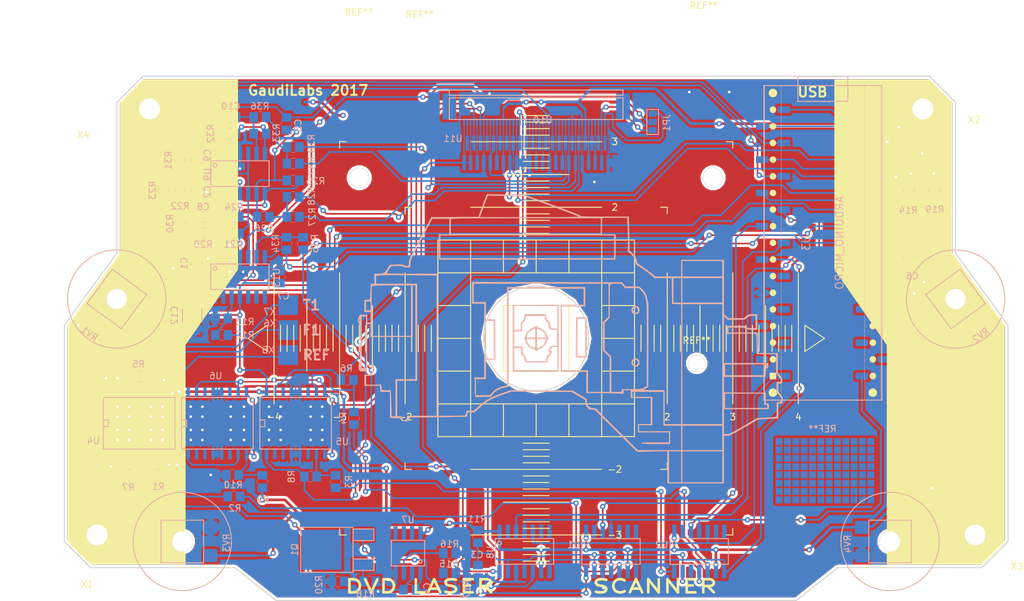
<source format=kicad_pcb>
(kicad_pcb (version 20170123) (host pcbnew no-vcs-found-ddec803~58~ubuntu14.04.1)
  (layers (0 F.Cu signal) (31 B.Cu signal) (34 B.Paste user) (35 F.Paste user) (36 B.SilkS user) (37 F.SilkS user) (38 B.Mask user) (39 F.Mask user) (44 Edge.Cuts user))
  (net 0 "")
  (net 1 VREF1)
  (net 2 GND)
  (net 3 VREF_DAC)
  (net 4 "Net-(R1-Pad1)")
  (net 5 "Net-(R1-Pad2)")
  (net 6 "Net-(R2-Pad1)")
  (net 7 "Net-(R2-Pad2)")
  (net 8 "Net-(R3-Pad1)")
  (net 9 "Net-(R3-Pad2)")
  (net 10 "Net-(R4-Pad1)")
  (net 11 "Net-(R4-Pad2)")
  (net 12 "Net-(R10-Pad1)")
  (net 13 POT1)
  (net 14 POT2)
  (net 15 POT3)
  (net 16 POT4)
  (net 17 DAC_SCK)
  (net 18 DAC_DI)
  (net 19 DAC_LATCH)
  (net 20 "Net-(C4-Pad1)")
  (net 21 "Net-(C4-Pad2)")
  (net 22 "Net-(D1-Pad2)")
  (net 23 "Net-(D2-Pad2)")
  (net 24 "Net-(Q1-Pad1)")
  (net 25 "Net-(Q1-Pad3)")
  (net 26 "Net-(R14-Pad1)")
  (net 27 "Net-(R15-Pad2)")
  (net 28 "Net-(R12-Pad1)")
  (net 29 DAC1CS)
  (net 30 DAC2CS)
  (net 31 DAC3CS)
  (net 32 "Net-(U10-Pad5)")
  (net 33 "Net-(U10-Pad11)")
  (net 34 "Net-(U10-Pad23)")
  (net 35 "Net-(U10-Pad25)")
  (net 36 "Net-(U10-Pad29)")
  (net 37 "Net-(U10-Pad31)")
  (net 38 "Net-(U10-Pad8)")
  (net 39 "Net-(U10-Pad12)")
  (net 40 "Net-(U10-Pad14)")
  (net 41 "Net-(U10-Pad20)")
  (net 42 "Net-(U10-Pad22)")
  (net 43 "Net-(U10-Pad24)")
  (net 44 "Net-(U10-Pad28)")
  (net 45 "Net-(U10-Pad30)")
  (net 46 "Net-(U10-Pad2)")
  (net 47 "Net-(SW1-Pad1)")
  (net 48 "Net-(JP1-Pad2)")
  (net 49 PD_RF)
  (net 50 "Net-(C1-Pad2)")
  (net 51 VREF)
  (net 52 "Net-(C2-Pad1)")
  (net 53 PD_BD)
  (net 54 "Net-(C5-Pad1)")
  (net 55 "Net-(C8-Pad2)")
  (net 56 PD_FE)
  (net 57 "Net-(C9-Pad1)")
  (net 58 PD_AC)
  (net 59 "Net-(C10-Pad1)")
  (net 60 RF1)
  (net 61 RF2)
  (net 62 F1+)
  (net 63 T2+)
  (net 64 T1+)
  (net 65 F2+)
  (net 66 VCC_BLUE)
  (net 67 INTENSITY)
  (net 68 "Net-(R24-Pad1)")
  (net 69 "Net-(R26-Pad1)")
  (net 70 B_SIG)
  (net 71 D_SIG)
  (net 72 "Net-(R32-Pad1)")
  (net 73 "Net-(R34-Pad2)")
  (net 74 OFFSET)
  (net 75 "Net-(R36-Pad1)")
  (net 76 A_SIG)
  (net 77 C_SIG)
  (net 78 SEL2)
  (net 79 SEL1)
  (net 80 F-)
  (module GaudiLabsLogos:MicroscopeyScale (layer F.Cu) (at 95 80)
    (fp_text reference REF** (at -17.784 -49.44) (layer F.SilkS))
    (fp_text value MicroscopeyScale)
    (fp_text user -4 (at -40 12) (layer F.SilkS))
    (fp_text user -3 (at -30 12) (layer F.SilkS))
    (fp_text user -2 (at -20 12) (layer F.SilkS))
    (fp_text user -3 (at 12 30) (layer F.SilkS))
    (fp_text user -2 (at 12 20) (layer F.SilkS))
    (fp_text user 4 (at 40 12) (layer F.SilkS))
    (fp_text user 3 (at 30 12) (layer F.SilkS))
    (fp_text user 2 (at 20 12) (layer F.SilkS))
    (fp_text user 3 (at 12 -30) (layer F.SilkS))
    (fp_text user 2 (at 12 -20) (layer F.SilkS))
  )
  (module GaudiLabsFootPrints:FFC_05_45 (layer B.Cu) (at 95 46.609)
    (fp_text reference U11 (at -12.704 2.921) (layer B.SilkS) (effects (justify mirror)))
    (fp_text value Con45)
    (pad "" smd rect (at -13.25 -2) (size 2.1 4) (layers B.Cu B.Paste B.Mask))
    (pad "" smd rect (at 13.25 -2) (size 2.1 4) (layers B.Cu B.Paste B.Mask))
    (pad 24 smd rect (at 0.5 0.35) (size 0.3 1.1) (layers B.Cu B.Paste B.Mask) (net 43 "Net-(U10-Pad24)"))
    (pad 1 smd rect (at -11 0.35) (size 0.3 1.1) (layers B.Cu B.Paste B.Mask) (net 80 F-))
    (pad 2 smd rect (at -10.5 0.35) (size 0.3 1.1) (layers B.Cu B.Paste B.Mask) (net 46 "Net-(U10-Pad2)"))
    (pad 3 smd rect (at -10 0.35) (size 0.3 1.1) (layers B.Cu B.Paste B.Mask) (net 80 F-))
    (pad 4 smd rect (at -9.5 0.35) (size 0.3 1.1) (layers B.Cu B.Paste B.Mask) (net 65 F2+))
    (pad 5 smd rect (at -9 0.35) (size 0.3 1.1) (layers B.Cu B.Paste B.Mask) (net 32 "Net-(U10-Pad5)"))
    (pad 6 smd rect (at -8.5 0.35) (size 0.3 1.1) (layers B.Cu B.Paste B.Mask) (net 63 T2+))
    (pad 7 smd rect (at -8 0.35) (size 0.3 1.1) (layers B.Cu B.Paste B.Mask) (net 2 GND))
    (pad 8 smd rect (at -7.5 0.35) (size 0.3 1.1) (layers B.Cu B.Paste B.Mask) (net 38 "Net-(U10-Pad8)"))
    (pad 9 smd rect (at -7 0.35) (size 0.3 1.1) (layers B.Cu B.Paste B.Mask) (net 66 VCC_BLUE))
    (pad 10 smd rect (at -6.5 0.35) (size 0.3 1.1) (layers B.Cu B.Paste B.Mask) (net 66 VCC_BLUE))
    (pad 11 smd rect (at -6 0.35) (size 0.3 1.1) (layers B.Cu B.Paste B.Mask) (net 33 "Net-(U10-Pad11)"))
    (pad 22 smd rect (at -0.5 0.35) (size 0.3 1.1) (layers B.Cu B.Paste B.Mask) (net 42 "Net-(U10-Pad22)"))
    (pad 21 smd rect (at -1 0.35) (size 0.3 1.1) (layers B.Cu B.Paste B.Mask) (net 2 GND))
    (pad 23 smd rect (at 0 0.35) (size 0.3 1.1) (layers B.Cu B.Paste B.Mask) (net 34 "Net-(U10-Pad23)"))
    (pad 20 smd rect (at -1.5 0.35) (size 0.3 1.1) (layers B.Cu B.Paste B.Mask) (net 41 "Net-(U10-Pad20)"))
    (pad 19 smd rect (at -2 0.35) (size 0.3 1.1) (layers B.Cu B.Paste B.Mask) (net 2 GND))
    (pad 18 smd rect (at -2.5 0.35) (size 0.3 1.1) (layers B.Cu B.Paste B.Mask) (net 67 INTENSITY))
    (pad 17 smd rect (at -3 0.35) (size 0.3 1.1) (layers B.Cu B.Paste B.Mask) (net 2 GND))
    (pad 16 smd rect (at -3.5 0.35) (size 0.3 1.1) (layers B.Cu B.Paste B.Mask) (net 79 SEL1))
    (pad 15 smd rect (at -4 0.35) (size 0.3 1.1) (layers B.Cu B.Paste B.Mask) (net 78 SEL2))
    (pad 14 smd rect (at -4.5 0.35) (size 0.3 1.1) (layers B.Cu B.Paste B.Mask) (net 40 "Net-(U10-Pad14)"))
    (pad 12 smd rect (at -5.5 0.35) (size 0.3 1.1) (layers B.Cu B.Paste B.Mask) (net 39 "Net-(U10-Pad12)"))
    (pad 13 smd rect (at -5 0.35) (size 0.3 1.1) (layers B.Cu B.Paste B.Mask) (net 66 VCC_BLUE))
    (pad 37 smd rect (at 7 0.35) (size 0.3 1.1) (layers B.Cu B.Paste B.Mask) (net 2 GND))
    (pad 36 smd rect (at 6.5 0.35) (size 0.3 1.1) (layers B.Cu B.Paste B.Mask) (net 71 D_SIG))
    (pad 38 smd rect (at 7.5 0.35) (size 0.3 1.1) (layers B.Cu B.Paste B.Mask) (net 66 VCC_BLUE))
    (pad 39 smd rect (at 8 0.35) (size 0.3 1.1) (layers B.Cu B.Paste B.Mask) (net 66 VCC_BLUE))
    (pad 40 smd rect (at 8.5 0.35) (size 0.3 1.1) (layers B.Cu B.Paste B.Mask) (net 66 VCC_BLUE))
    (pad 41 smd rect (at 9 0.35) (size 0.3 1.1) (layers B.Cu B.Paste B.Mask) (net 66 VCC_BLUE))
    (pad 42 smd rect (at 9.5 0.35) (size 0.3 1.1) (layers B.Cu B.Paste B.Mask) (net 66 VCC_BLUE))
    (pad 43 smd rect (at 10 0.35) (size 0.3 1.1) (layers B.Cu B.Paste B.Mask) (net 60 RF1))
    (pad 44 smd rect (at 10.5 0.35) (size 0.3 1.1) (layers B.Cu B.Paste B.Mask) (net 61 RF2))
    (pad 45 smd rect (at 11 0.35) (size 0.3 1.1) (layers B.Cu B.Paste B.Mask) (net 2 GND))
    (pad 35 smd rect (at 6 0.35) (size 0.3 1.1) (layers B.Cu B.Paste B.Mask) (net 70 B_SIG))
    (pad 34 smd rect (at 5.5 0.35) (size 0.3 1.1) (layers B.Cu B.Paste B.Mask) (net 2 GND))
    (pad 33 smd rect (at 5 0.35) (size 0.3 1.1) (layers B.Cu B.Paste B.Mask) (net 77 C_SIG))
    (pad 32 smd rect (at 4.5 0.35) (size 0.3 1.1) (layers B.Cu B.Paste B.Mask) (net 76 A_SIG))
    (pad 31 smd rect (at 4 0.35) (size 0.3 1.1) (layers B.Cu B.Paste B.Mask) (net 37 "Net-(U10-Pad31)"))
    (pad 30 smd rect (at 3.5 0.35) (size 0.3 1.1) (layers B.Cu B.Paste B.Mask) (net 45 "Net-(U10-Pad30)"))
    (pad 29 smd rect (at 3 0.35) (size 0.3 1.1) (layers B.Cu B.Paste B.Mask) (net 36 "Net-(U10-Pad29)"))
    (pad 28 smd rect (at 2.5 0.35) (size 0.3 1.1) (layers B.Cu B.Paste B.Mask) (net 44 "Net-(U10-Pad28)"))
    (pad 27 smd rect (at 2 0.35) (size 0.3 1.1) (layers B.Cu B.Paste B.Mask) (net 2 GND))
    (pad 26 smd rect (at 1.5 0.35) (size 0.3 1.1) (layers B.Cu B.Paste B.Mask) (net 51 VREF))
    (pad 25 smd rect (at 1 0.35) (size 0.3 1.1) (layers B.Cu B.Paste B.Mask) (net 35 "Net-(U10-Pad25)"))
  )
  (module GaudiLabsFootPrints:CA6_VSMD (layer B.Cu) (at 149 111 90)
    (fp_text reference RV4 (at -0.379 -6.491 90) (layer B.SilkS) (effects (justify mirror)))
    (fp_text value POT)
    (pad "" thru_hole circle (at 0 0 90) (size 3.1 3.1) (drill 3.1) (layers *.Cu *.Mask B.SilkS))
    (pad 2 smd rect (at 0 4.05 90) (size 2 2) (layers B.Cu B.Paste B.Mask) (net 16 POT4))
    (pad 3 smd rect (at -2.15 -4.3 90) (size 2 2) (layers B.Cu B.Paste B.Mask) (net 2 GND))
    (pad 1 smd rect (at 2.15 -4.35 90) (size 2 2) (layers B.Cu B.Paste B.Mask) (net 66 VCC_BLUE))
  )
  (module GaudiLabsFootPrints:CA6_VSMD (layer B.Cu) (at 41 111 270)
    (fp_text reference RV3 (at 0.2 -6.74 270) (layer B.SilkS) (effects (justify mirror)))
    (fp_text value POT)
    (pad "" thru_hole circle (at 0 0 270) (size 3.1 3.1) (drill 3.1) (layers *.Cu *.Mask B.SilkS))
    (pad 2 smd rect (at 0 4.05 270) (size 2 2) (layers B.Cu B.Paste B.Mask) (net 15 POT3))
    (pad 3 smd rect (at -2.15 -4.3 270) (size 2 2) (layers B.Cu B.Paste B.Mask) (net 2 GND))
    (pad 1 smd rect (at 2.15 -4.35 270) (size 2 2) (layers B.Cu B.Paste B.Mask) (net 66 VCC_BLUE))
  )
  (module GaudiLabsFootPrints:CA6_VSMD (layer B.Cu) (at 159 74 216.5)
    (fp_text reference RV2 (at 0.2 -6.74 216.5) (layer B.SilkS) (effects (justify mirror)))
    (fp_text value POT)
    (pad "" thru_hole circle (at 0 0 216.5) (size 3.1 3.1) (drill 3.1) (layers *.Cu *.Mask B.SilkS))
    (pad 2 smd rect (at 0 4.05 216.5) (size 2 2) (layers B.Cu B.Paste B.Mask) (net 14 POT2))
    (pad 3 smd rect (at -2.15 -4.3 216.5) (size 2 2) (layers B.Cu B.Paste B.Mask) (net 2 GND))
    (pad 1 smd rect (at 2.15 -4.35 216.5) (size 2 2) (layers B.Cu B.Paste B.Mask) (net 66 VCC_BLUE))
  )
  (module GaudiLabsFootPrints:CA6_VSMD (layer B.Cu) (at 31 74 143.5)
    (fp_text reference RV1 (at 0.2 -6.74 143.5) (layer B.SilkS) (effects (justify mirror)))
    (fp_text value POT)
    (pad "" thru_hole circle (at 0 0 143.5) (size 3.1 3.1) (drill 3.1) (layers *.Cu *.Mask B.SilkS))
    (pad 2 smd rect (at 0 4.05 143.5) (size 2 2) (layers B.Cu B.Paste B.Mask) (net 13 POT1))
    (pad 3 smd rect (at -2.149999 -4.3 143.5) (size 2 2) (layers B.Cu B.Paste B.Mask) (net 2 GND))
    (pad 1 smd rect (at 2.15 -4.349999 143.5) (size 2 2) (layers B.Cu B.Paste B.Mask) (net 66 VCC_BLUE))
  )
  (module GaudiLabsFootPrints:SOIC-14_N (layer B.Cu) (at 106.426 112.522)
    (fp_text reference U1 (at -5.715 -1.016) (layer B.SilkS) (effects (justify mirror)))
    (fp_text value MCP4922-E/SL)
    (pad 1 smd rect (at -3.81 -3.0734) (size 0.6604 2.032) (layers B.Cu B.Paste B.Mask) (net 66 VCC_BLUE))
    (pad 2 smd rect (at -2.54 -3.0734) (size 0.6604 2.032) (layers B.Cu B.Paste B.Mask))
    (pad 3 smd rect (at -1.27 -3.0734) (size 0.6604 2.032) (layers B.Cu B.Paste B.Mask) (net 29 DAC1CS))
    (pad 4 smd rect (at 0 -3.0734) (size 0.6604 2.032) (layers B.Cu B.Paste B.Mask) (net 17 DAC_SCK))
    (pad 5 smd rect (at 1.27 -3.0734) (size 0.6604 2.032) (layers B.Cu B.Paste B.Mask) (net 18 DAC_DI))
    (pad 6 smd rect (at 2.54 -3.0734) (size 0.6604 2.032) (layers B.Cu B.Paste B.Mask))
    (pad 7 smd rect (at 3.81 -3.0734) (size 0.6604 2.032) (layers B.Cu B.Paste B.Mask))
    (pad 8 smd rect (at 3.81 3.0734) (size 0.6604 2.032) (layers B.Cu B.Paste B.Mask) (net 19 DAC_LATCH))
    (pad 9 smd rect (at 2.54 3.0734) (size 0.6604 2.032) (layers B.Cu B.Paste B.Mask) (net 66 VCC_BLUE))
    (pad 11 smd rect (at 0 3.0734) (size 0.6604 2.032) (layers B.Cu B.Paste B.Mask) (net 3 VREF_DAC))
    (pad 12 smd rect (at -1.27 3.0734) (size 0.6604 2.032) (layers B.Cu B.Paste B.Mask) (net 2 GND))
    (pad 13 smd rect (at -2.54 3.0734) (size 0.6604 2.032) (layers B.Cu B.Paste B.Mask) (net 3 VREF_DAC))
    (pad 14 smd rect (at -3.81 3.0734) (size 0.6604 2.032) (layers B.Cu B.Paste B.Mask) (net 5 "Net-(R1-Pad2)"))
    (pad 10 smd rect (at 1.27 3.0734) (size 0.6604 2.032) (layers B.Cu B.Paste B.Mask) (net 7 "Net-(R2-Pad2)"))
  )
  (module GaudiLabsFootPrints:SOIC-14_N (layer B.Cu) (at 119.888 112.522)
    (fp_text reference U2 (at -5.715 -1.016) (layer B.SilkS) (effects (justify mirror)))
    (fp_text value MCP4922-E/SL)
    (pad 1 smd rect (at -3.81 -3.0734) (size 0.6604 2.032) (layers B.Cu B.Paste B.Mask) (net 66 VCC_BLUE))
    (pad 2 smd rect (at -2.54 -3.0734) (size 0.6604 2.032) (layers B.Cu B.Paste B.Mask))
    (pad 3 smd rect (at -1.27 -3.0734) (size 0.6604 2.032) (layers B.Cu B.Paste B.Mask) (net 30 DAC2CS))
    (pad 4 smd rect (at 0 -3.0734) (size 0.6604 2.032) (layers B.Cu B.Paste B.Mask) (net 17 DAC_SCK))
    (pad 5 smd rect (at 1.27 -3.0734) (size 0.6604 2.032) (layers B.Cu B.Paste B.Mask) (net 18 DAC_DI))
    (pad 6 smd rect (at 2.54 -3.0734) (size 0.6604 2.032) (layers B.Cu B.Paste B.Mask))
    (pad 7 smd rect (at 3.81 -3.0734) (size 0.6604 2.032) (layers B.Cu B.Paste B.Mask))
    (pad 8 smd rect (at 3.81 3.0734) (size 0.6604 2.032) (layers B.Cu B.Paste B.Mask) (net 19 DAC_LATCH))
    (pad 9 smd rect (at 2.54 3.0734) (size 0.6604 2.032) (layers B.Cu B.Paste B.Mask) (net 66 VCC_BLUE))
    (pad 11 smd rect (at 0 3.0734) (size 0.6604 2.032) (layers B.Cu B.Paste B.Mask) (net 3 VREF_DAC))
    (pad 12 smd rect (at -1.27 3.0734) (size 0.6604 2.032) (layers B.Cu B.Paste B.Mask) (net 2 GND))
    (pad 13 smd rect (at -2.54 3.0734) (size 0.6604 2.032) (layers B.Cu B.Paste B.Mask) (net 3 VREF_DAC))
    (pad 14 smd rect (at -3.81 3.0734) (size 0.6604 2.032) (layers B.Cu B.Paste B.Mask) (net 9 "Net-(R3-Pad2)"))
    (pad 10 smd rect (at 1.27 3.0734) (size 0.6604 2.032) (layers B.Cu B.Paste B.Mask) (net 11 "Net-(R4-Pad2)"))
  )
  (module GaudiLabsFootPrints:ARDUINO_MICRO_SMD (layer B.Cu) (at 138.75 65.4304 90)
    (fp_text reference U3 (at 0 -2.54 90) (layer B.SilkS) (effects (font (size 1.2 1.2)) (justify mirror)))
    (fp_text value ARDUINO_MICRO (at 0 2.54 90) (layer B.SilkS) (effects (font (size 1.2 1.2)) (justify mirror)))
    (pad 0 smd circle (at 22.86 -7.62 90) (size 1.3 1.3) (layers F.SilkS))
    (pad 0 smd circle (at 22.86 7.62 270) (size 1.3 1.3) (layers F.SilkS))
    (pad 0 smd circle (at -22.86 -7.62 90) (size 1.3 1.3) (layers F.SilkS))
    (pad 0 smd circle (at -22.86 7.62 270) (size 1.3 1.3) (layers F.SilkS))
    (pad 0 smd rect (at -20.32 -7.62 90) (size 1 1) (layers F.SilkS))
    (pad 0 smd circle (at 20.32 7.62 270) (size 1 1) (layers F.SilkS))
    (pad 0 smd circle (at 17.78 7.62 270) (size 1 1) (layers F.SilkS))
    (pad 0 smd circle (at 15.24 7.62 270) (size 1 1) (layers F.SilkS))
    (pad 0 smd circle (at 12.7 7.62 270) (size 1 1) (layers F.SilkS))
    (pad 0 smd circle (at 10.16 7.62 270) (size 1 1) (layers F.SilkS))
    (pad 0 smd circle (at 7.62 7.62 270) (size 1 1) (layers F.SilkS))
    (pad 0 smd circle (at 5.08 7.62 270) (size 1 1) (layers F.SilkS))
    (pad 0 smd circle (at 2.54 7.62 270) (size 1 1) (layers F.SilkS))
    (pad 0 smd circle (at 0 7.62 270) (size 1 1) (layers F.SilkS))
    (pad 0 smd circle (at -2.54 7.62 270) (size 1 1) (layers F.SilkS))
    (pad 0 smd circle (at -5.08 7.62 270) (size 1 1) (layers F.SilkS))
    (pad 0 smd circle (at -7.62 7.62 270) (size 1 1) (layers F.SilkS))
    (pad 0 smd circle (at -10.16 7.62 270) (size 1 1) (layers F.SilkS))
    (pad 0 smd circle (at -12.7 7.62 270) (size 1 1) (layers F.SilkS))
    (pad 0 smd circle (at -15.24 7.62 270) (size 1 1) (layers F.SilkS))
    (pad 0 smd circle (at -20.32 7.62 270) (size 1 1) (layers F.SilkS))
    (pad 18 smd rect (at 20.32 5.97 270) (size 1.02 1.9) (layers B.Cu B.Paste B.Mask))
    (pad 19 smd rect (at 17.78 9.27 270) (size 1.02 1.9) (layers B.Cu B.Paste B.Mask))
    (pad 20 smd rect (at 15.24 5.97 270) (size 1.02 1.9) (layers B.Cu B.Paste B.Mask))
    (pad 21 smd rect (at 12.7 9.27 270) (size 1.02 1.9) (layers B.Cu B.Paste B.Mask) (net 78 SEL2))
    (pad 22 smd rect (at 10.16 5.97 270) (size 1.02 1.9) (layers B.Cu B.Paste B.Mask) (net 79 SEL1))
    (pad 23 smd rect (at 7.62 9.27 270) (size 1.02 1.9) (layers B.Cu B.Paste B.Mask) (net 58 PD_AC))
    (pad 24 smd rect (at 5.08 5.97 270) (size 1.02 1.9) (layers B.Cu B.Paste B.Mask) (net 53 PD_BD))
    (pad 25 smd rect (at 2.54 9.27 270) (size 1.02 1.9) (layers B.Cu B.Paste B.Mask) (net 49 PD_RF))
    (pad 26 smd rect (at 0 5.97 270) (size 1.02 1.9) (layers B.Cu B.Paste B.Mask) (net 56 PD_FE))
    (pad 27 smd rect (at -2.54 9.27 270) (size 1.02 1.9) (layers B.Cu B.Paste B.Mask))
    (pad 29 smd rect (at -7.62 9.27 270) (size 1.02 1.9) (layers B.Cu B.Paste B.Mask) (net 66 VCC_BLUE))
    (pad 31 smd rect (at -12.7 9.27 270) (size 1.02 1.9) (layers B.Cu B.Paste B.Mask) (net 2 GND))
    (pad 33 smd rect (at -17.78 9.27 270) (size 1.02 1.9) (layers B.Cu B.Paste B.Mask))
    (pad 34 smd rect (at -20.32 5.97 270) (size 1.02 1.9) (layers B.Cu B.Paste B.Mask) (net 17 DAC_SCK))
    (pad 30 smd rect (at -10.16 5.97 270) (size 1.02 1.9) (layers B.Cu B.Paste B.Mask))
    (pad 32 smd rect (at -15.24 5.97 270) (size 1.02 1.9) (layers B.Cu B.Paste B.Mask))
    (pad 28 smd rect (at -5.08 5.97 270) (size 1.02 1.9) (layers B.Cu B.Paste B.Mask))
    (pad 0 smd circle (at -17.78 7.62 270) (size 1 1) (layers F.SilkS))
    (pad 0 smd circle (at 17.78 -7.62 90) (size 1 1) (layers F.SilkS))
    (pad 13 smd rect (at 10.16 -5.97 90) (size 1.02 1.9) (layers B.Cu B.Paste B.Mask) (net 13 POT1))
    (pad 15 smd rect (at 15.24 -5.97 90) (size 1.02 1.9) (layers B.Cu B.Paste B.Mask) (net 15 POT3))
    (pad 11 smd rect (at 5.08 -5.97 90) (size 1.02 1.9) (layers B.Cu B.Paste B.Mask) (net 31 DAC3CS))
    (pad 17 smd rect (at 20.32 -5.97 90) (size 1.02 1.9) (layers B.Cu B.Paste B.Mask) (net 16 POT4))
    (pad 16 smd rect (at 17.78 -9.27 90) (size 1.02 1.9) (layers B.Cu B.Paste B.Mask) (net 47 "Net-(SW1-Pad1)"))
    (pad 14 smd rect (at 12.7 -9.27 90) (size 1.02 1.9) (layers B.Cu B.Paste B.Mask) (net 14 POT2))
    (pad 12 smd rect (at 7.62 -9.27 90) (size 1.02 1.9) (layers B.Cu B.Paste B.Mask) (net 26 "Net-(R14-Pad1)"))
    (pad 10 smd rect (at 2.54 -9.27 90) (size 1.02 1.9) (layers B.Cu B.Paste B.Mask) (net 30 DAC2CS))
    (pad 9 smd rect (at 0 -5.97 90) (size 1.02 1.9) (layers B.Cu B.Paste B.Mask) (net 29 DAC1CS))
    (pad 8 smd rect (at -2.54 -9.27 90) (size 1.02 1.9) (layers B.Cu B.Paste B.Mask) (net 19 DAC_LATCH))
    (pad 7 smd rect (at -5.08 -5.97 90) (size 1.02 1.9) (layers B.Cu B.Paste B.Mask))
    (pad 6 smd rect (at -7.62 -9.27 90) (size 1.02 1.9) (layers B.Cu B.Paste B.Mask) (net 2 GND))
    (pad 5 smd rect (at -10.16 -5.97 90) (size 1.02 1.9) (layers B.Cu B.Paste B.Mask))
    (pad 4 smd rect (at -12.7 -9.27 90) (size 1.02 1.9) (layers B.Cu B.Paste B.Mask))
    (pad 3 smd rect (at -15.24 -5.97 90) (size 1.02 1.9) (layers B.Cu B.Paste B.Mask))
    (pad 2 smd rect (at -17.78 -9.27 90) (size 1.02 1.9) (layers B.Cu B.Paste B.Mask))
    (pad 1 smd rect (at -20.32 -5.97 90) (size 1.02 1.9) (layers B.Cu B.Paste B.Mask) (net 18 DAC_DI))
    (pad 0 smd circle (at 20.32 -7.62 90) (size 1 1) (layers F.SilkS))
    (pad 0 smd circle (at 15.24 -7.62 90) (size 1 1) (layers F.SilkS))
    (pad 0 smd circle (at 12.7 -7.62 90) (size 1 1) (layers F.SilkS))
    (pad 0 smd circle (at 10.16 -7.62 90) (size 1 1) (layers F.SilkS))
    (pad 0 smd circle (at 7.62 -7.62 90) (size 1 1) (layers F.SilkS))
    (pad 0 smd circle (at 5.08 -7.62 90) (size 1 1) (layers F.SilkS))
    (pad 0 smd circle (at 2.54 -7.62 90) (size 1 1) (layers F.SilkS))
    (pad 0 smd circle (at 0 -7.62 90) (size 1 1) (layers F.SilkS))
    (pad 0 smd circle (at -2.54 -7.62 90) (size 1 1) (layers F.SilkS))
    (pad 0 smd circle (at -5.08 -7.62 90) (size 1 1) (layers F.SilkS))
    (pad 0 smd circle (at -7.62 -7.62 90) (size 1 1) (layers F.SilkS))
    (pad 0 smd circle (at -10.16 -7.62 90) (size 1 1) (layers F.SilkS))
    (pad 0 smd circle (at -12.7 -7.62 90) (size 1 1) (layers F.SilkS))
    (pad 0 smd circle (at -15.24 -7.62 90) (size 1 1) (layers F.SilkS))
    (pad 0 smd circle (at -17.78 -7.62 90) (size 1 1) (layers F.SilkS))
  )
  (module GaudiLabsFootPrints:MountingHoleM3 (layer F.Cu) (at 28 110)
    (fp_text reference X1 (at -1.54 7.52) (layer F.SilkS))
    (fp_text value MountPad3)
    (pad 1 thru_hole circle (at 0 0) (size 6 6) (drill 3.2) (layers *.Cu *.Mask F.SilkS))
  )
  (module GaudiLabsFootPrints:MountingHoleM3 (layer F.Cu) (at 154 45)
    (fp_text reference X2 (at 7.83 1.66) (layer F.SilkS))
    (fp_text value MountPad3)
    (pad 1 thru_hole circle (at 0 0) (size 6 6) (drill 3.2) (layers *.Cu *.Mask F.SilkS))
  )
  (module GaudiLabsFootPrints:MountingHoleM3 (layer F.Cu) (at 162 110)
    (fp_text reference X3 (at 6.385 4.808) (layer F.SilkS))
    (fp_text value MountPad3)
    (pad 1 thru_hole circle (at 0 0) (size 6 6) (drill 3.2) (layers *.Cu *.Mask F.SilkS))
  )
  (module GaudiLabsFootPrints:MountingHoleM3 (layer F.Cu) (at 36 45)
    (fp_text reference X4 (at -10.07 3.95) (layer F.SilkS))
    (fp_text value MountPad3)
    (pad 1 thru_hole circle (at 0 0) (size 6 6) (drill 3.2) (layers *.Cu *.Mask F.SilkS))
  )
  (module GaudiLabsFootPrints:0805G (layer B.Cu) (at 86.106 115.57 180)
    (fp_text reference C3 (at 0.127 2.54 180) (layer B.SilkS) (effects (justify mirror)))
    (fp_text value 100nF)
    (pad 1 smd rect (at 0 0.95 180) (size 1.5 1.2954) (layers B.Cu B.Paste B.Mask) (net 3 VREF_DAC))
    (pad 2 smd rect (at 0 -0.95 180) (size 1.5 1.2954) (layers B.Cu B.Paste B.Mask) (net 2 GND))
  )
  (module GaudiLabsFootPrints:0805G (layer B.Cu) (at 37.211 100.838 270)
    (fp_text reference R1 (at 1.778 -0.127) (layer B.SilkS) (effects (justify mirror)))
    (fp_text value 15k)
    (pad 1 smd rect (at 0 0.95 270) (size 1.5 1.2954) (layers B.Cu B.Paste B.Mask) (net 4 "Net-(R1-Pad1)"))
    (pad 2 smd rect (at 0 -0.95 270) (size 1.5 1.2954) (layers B.Cu B.Paste B.Mask) (net 5 "Net-(R1-Pad2)"))
  )
  (module GaudiLabsFootPrints:0805G (layer B.Cu) (at 48.895 104.14 270)
    (fp_text reference R2 (at 1.778 -0.127) (layer B.SilkS) (effects (justify mirror)))
    (fp_text value 56k)
    (pad 1 smd rect (at 0 0.95 270) (size 1.5 1.2954) (layers B.Cu B.Paste B.Mask) (net 6 "Net-(R2-Pad1)"))
    (pad 2 smd rect (at 0 -0.95 270) (size 1.5 1.2954) (layers B.Cu B.Paste B.Mask) (net 7 "Net-(R2-Pad2)"))
  )
  (module GaudiLabsFootPrints:0805G (layer B.Cu) (at 64.389 101.854 180)
    (fp_text reference R3 (at -2.032 0 270) (layer B.SilkS) (effects (justify mirror)))
    (fp_text value 15k)
    (pad 1 smd rect (at 0 0.95 180) (size 1.5 1.2954) (layers B.Cu B.Paste B.Mask) (net 8 "Net-(R3-Pad1)"))
    (pad 2 smd rect (at 0 -0.95 180) (size 1.5 1.2954) (layers B.Cu B.Paste B.Mask) (net 9 "Net-(R3-Pad2)"))
  )
  (module GaudiLabsFootPrints:0805G (layer B.Cu) (at 67.183 92.202 180)
    (fp_text reference R4 (at 1.651 0 -90) (layer B.SilkS) (effects (justify mirror)))
    (fp_text value 56k)
    (pad 1 smd rect (at 0 0.95 180) (size 1.5 1.2954) (layers B.Cu B.Paste B.Mask) (net 10 "Net-(R4-Pad1)"))
    (pad 2 smd rect (at 0 -0.95 180) (size 1.5 1.2954) (layers B.Cu B.Paste B.Mask) (net 11 "Net-(R4-Pad2)"))
  )
  (module GaudiLabsFootPrints:0805G (layer B.Cu) (at 34.671 85.852 270)
    (fp_text reference R5 (at -1.905 0.381) (layer B.SilkS) (effects (justify mirror)))
    (fp_text value 15k)
    (pad 1 smd rect (at 0 0.95 270) (size 1.5 1.2954) (layers B.Cu B.Paste B.Mask) (net 62 F1+))
    (pad 2 smd rect (at 0 -0.95 270) (size 1.5 1.2954) (layers B.Cu B.Paste B.Mask) (net 6 "Net-(R2-Pad1)"))
  )
  (module GaudiLabsFootPrints:0805G (layer B.Cu) (at 66.167 86.36 270)
    (fp_text reference R6 (at -1.778 0.127) (layer B.SilkS) (effects (justify mirror)))
    (fp_text value 15k)
    (pad 1 smd rect (at 0 0.95 270) (size 1.5 1.2954) (layers B.Cu B.Paste B.Mask) (net 63 T2+))
    (pad 2 smd rect (at 0 -0.95 270) (size 1.5 1.2954) (layers B.Cu B.Paste B.Mask) (net 10 "Net-(R4-Pad1)"))
  )
  (module GaudiLabsFootPrints:0805G (layer B.Cu) (at 32.893 100.838 270)
    (fp_text reference R7 (at 1.905 0.127) (layer B.SilkS) (effects (justify mirror)))
    (fp_text value 8.2k)
    (pad 1 smd rect (at 0 0.95 270) (size 1.5 1.2954) (layers B.Cu B.Paste B.Mask) (net 64 T1+))
    (pad 2 smd rect (at 0 -0.95 270) (size 1.5 1.2954) (layers B.Cu B.Paste B.Mask) (net 4 "Net-(R1-Pad1)"))
  )
  (module GaudiLabsFootPrints:0805G (layer B.Cu) (at 60.579 101.092 270)
    (fp_text reference R8 (at 0 2.921 270) (layer B.SilkS) (effects (justify mirror)))
    (fp_text value 8.2k)
    (pad 1 smd rect (at 0 0.95 270) (size 1.5 1.2954) (layers B.Cu B.Paste B.Mask) (net 65 F2+))
    (pad 2 smd rect (at 0 -0.95 270) (size 1.5 1.2954) (layers B.Cu B.Paste B.Mask) (net 8 "Net-(R3-Pad1)"))
  )
  (module GaudiLabsFootPrints:0805G (layer B.Cu) (at 53.213 101.854)
    (fp_text reference R9 (at 0.127 2.794) (layer B.SilkS) (effects (justify mirror)))
    (fp_text value 4.7k)
    (pad 1 smd rect (at 0 0.95) (size 1.5 1.2954) (layers B.Cu B.Paste B.Mask) (net 66 VCC_BLUE))
    (pad 2 smd rect (at 0 -0.95) (size 1.5 1.2954) (layers B.Cu B.Paste B.Mask) (net 12 "Net-(R10-Pad1)"))
  )
  (module GaudiLabsFootPrints:0805G (layer B.Cu) (at 48.641 100.838 90)
    (fp_text reference R10 (at -1.524 0.127 180) (layer B.SilkS) (effects (justify mirror)))
    (fp_text value 4.7k)
    (pad 1 smd rect (at 0 0.95 90) (size 1.5 1.2954) (layers B.Cu B.Paste B.Mask) (net 12 "Net-(R10-Pad1)"))
    (pad 2 smd rect (at 0 -0.95 90) (size 1.5 1.2954) (layers B.Cu B.Paste B.Mask) (net 2 GND))
  )
  (module GaudiLabsFootPrints:0805G (layer B.Cu) (at 86.106 110.236 180)
    (fp_text reference R11 (at 0.127 2.667 180) (layer B.SilkS) (effects (justify mirror)))
    (fp_text value 100k)
    (pad 1 smd rect (at 0 0.95 180) (size 1.5 1.2954) (layers B.Cu B.Paste B.Mask) (net 66 VCC_BLUE))
    (pad 2 smd rect (at 0 -0.95 180) (size 1.5 1.2954) (layers B.Cu B.Paste B.Mask) (net 3 VREF_DAC))
  )
  (module GaudiLabsFootPrints:0805G (layer B.Cu) (at 46.99 79.502 270)
    (fp_text reference R12 (at 0 -3.556) (layer B.SilkS) (effects (justify mirror)))
    (fp_text value 4.7k)
    (pad 1 smd rect (at 0 0.95 270) (size 1.5 1.2954) (layers B.Cu B.Paste B.Mask) (net 28 "Net-(R12-Pad1)"))
    (pad 2 smd rect (at 0 -0.95 270) (size 1.5 1.2954) (layers B.Cu B.Paste B.Mask) (net 66 VCC_BLUE))
  )
  (module GaudiLabsFootPrints:0805G (layer B.Cu) (at 46.99 76.962 270)
    (fp_text reference R13 (at 0.508 -3.556) (layer B.SilkS) (effects (justify mirror)))
    (fp_text value 3.3k)
    (pad 1 smd rect (at 0 0.95 270) (size 1.5 1.2954) (layers B.Cu B.Paste B.Mask) (net 2 GND))
    (pad 2 smd rect (at 0 -0.95 270) (size 1.5 1.2954) (layers B.Cu B.Paste B.Mask) (net 28 "Net-(R12-Pad1)"))
  )
  (module GaudiLabsFootPrints:0805G (layer B.Cu) (at 75.692 118.364 90)
    (fp_text reference C4 (at 0.127 2.667 90) (layer B.SilkS) (effects (justify mirror)))
    (fp_text value 100n)
    (pad 1 smd rect (at 0 0.95 90) (size 1.5 1.2954) (layers B.Cu B.Paste B.Mask) (net 20 "Net-(C4-Pad1)"))
    (pad 2 smd rect (at 0 -0.95 90) (size 1.5 1.2954) (layers B.Cu B.Paste B.Mask) (net 21 "Net-(C4-Pad2)"))
  )
  (module GaudiLabsFootPrints:0805G (layer F.Cu) (at 151.892 52.8066)
    (fp_text reference D1 (at -0.127 -2.667) (layer F.SilkS))
    (fp_text value LED)
    (pad 1 smd rect (at 0 -0.95) (size 1.5 1.2954) (layers F.Cu F.Paste F.Mask) (net 2 GND))
    (pad 2 smd rect (at 0 0.95) (size 1.5 1.2954) (layers F.Cu F.Paste F.Mask) (net 22 "Net-(D1-Pad2)"))
  )
  (module GaudiLabsFootPrints:0805G (layer F.Cu) (at 155.702 52.8066)
    (fp_text reference D2 (at -0.127 -2.667) (layer F.SilkS))
    (fp_text value LED)
    (pad 1 smd rect (at 0 -0.95) (size 1.5 1.2954) (layers F.Cu F.Paste F.Mask) (net 2 GND))
    (pad 2 smd rect (at 0 0.95) (size 1.5 1.2954) (layers F.Cu F.Paste F.Mask) (net 23 "Net-(D2-Pad2)"))
  )
  (module TO_SOT_Packages_SMD:TO-252-2Lead (layer B.Cu) (at 68.58 112.268 270)
    (fp_text reference Q1 (at 0 10.414 270) (layer B.SilkS) (effects (justify mirror)))
    (fp_text value Q_NMOS_GDS)
    (pad 1 smd rect (at -2.286 0 270) (size 1.651 3.048) (layers B.Cu B.Paste B.Mask) (net 24 "Net-(Q1-Pad1)"))
    (pad 2 smd rect (at 0 6.35 270) (size 6.096 6.096) (layers B.Cu B.Paste B.Mask))
    (pad 3 smd rect (at 2.286 0 270) (size 1.651 3.048) (layers B.Cu B.Paste B.Mask) (net 25 "Net-(Q1-Pad3)"))
  )
  (module GaudiLabsFootPrints:0805G (layer B.Cu) (at 151.892 57.3786)
    (fp_text reference R14 (at -0.127 3.0734) (layer B.SilkS) (effects (justify mirror)))
    (fp_text value 470)
    (pad 1 smd rect (at 0 0.95) (size 1.5 1.2954) (layers B.Cu B.Paste B.Mask) (net 26 "Net-(R14-Pad1)"))
    (pad 2 smd rect (at 0 -0.95) (size 1.5 1.2954) (layers B.Cu B.Paste B.Mask) (net 22 "Net-(D1-Pad2)"))
  )
  (module GaudiLabsFootPrints:0805G (layer B.Cu) (at 81.788 115.824 90)
    (fp_text reference R15 (at 1.397 -0.127 180) (layer B.SilkS) (effects (justify mirror)))
    (fp_text value 8.2k)
    (pad 1 smd rect (at 0 0.95 90) (size 1.5 1.2954) (layers B.Cu B.Paste B.Mask) (net 67 INTENSITY))
    (pad 2 smd rect (at 0 -0.95 90) (size 1.5 1.2954) (layers B.Cu B.Paste B.Mask) (net 27 "Net-(R15-Pad2)"))
  )
  (module GaudiLabsFootPrints:0805G (layer B.Cu) (at 81.788 112.776 270)
    (fp_text reference R16 (at -1.397 0) (layer B.SilkS) (effects (justify mirror)))
    (fp_text value 1.8k)
    (pad 1 smd rect (at 0 0.95 270) (size 1.5 1.2954) (layers B.Cu B.Paste B.Mask) (net 27 "Net-(R15-Pad2)"))
    (pad 2 smd rect (at 0 -0.95 270) (size 1.5 1.2954) (layers B.Cu B.Paste B.Mask) (net 2 GND))
  )
  (module GaudiLabsFootPrints:0805G (layer B.Cu) (at 81.788 118.364 90)
    (fp_text reference R17 (at 0.127 2.667 90) (layer B.SilkS) (effects (justify mirror)))
    (fp_text value 100)
    (pad 1 smd rect (at 0 0.95 90) (size 1.5 1.2954) (layers B.Cu B.Paste B.Mask) (net 24 "Net-(Q1-Pad1)"))
    (pad 2 smd rect (at 0 -0.95 90) (size 1.5 1.2954) (layers B.Cu B.Paste B.Mask) (net 20 "Net-(C4-Pad1)"))
  )
  (module GaudiLabsFootPrints:0805G (layer B.Cu) (at 69.596 117.094 270)
    (fp_text reference R18 (at 1.905 0.635) (layer B.SilkS) (effects (justify mirror)))
    (fp_text value 10k)
    (pad 1 smd rect (at 0 0.95 270) (size 1.5 1.2954) (layers B.Cu B.Paste B.Mask) (net 25 "Net-(Q1-Pad3)"))
    (pad 2 smd rect (at 0 -0.95 270) (size 1.5 1.2954) (layers B.Cu B.Paste B.Mask) (net 21 "Net-(C4-Pad2)"))
  )
  (module GaudiLabsFootPrints:0805G (layer B.Cu) (at 155.702 57.3786)
    (fp_text reference R19 (at 0.127 2.9464) (layer B.SilkS) (effects (justify mirror)))
    (fp_text value 470)
    (pad 1 smd rect (at 0 0.95) (size 1.5 1.2954) (layers B.Cu B.Paste B.Mask) (net 66 VCC_BLUE))
    (pad 2 smd rect (at 0 -0.95) (size 1.5 1.2954) (layers B.Cu B.Paste B.Mask) (net 23 "Net-(D2-Pad2)"))
  )
  (module GaudiLabsFootPrints:0805G (layer B.Cu) (at 64.77 117.094 270)
    (fp_text reference R20 (at 0.508 2.921 270) (layer B.SilkS) (effects (justify mirror)))
    (fp_text value 10)
    (pad 1 smd rect (at 0 0.95 270) (size 1.5 1.2954) (layers B.Cu B.Paste B.Mask) (net 2 GND))
    (pad 2 smd rect (at 0 -0.95 270) (size 1.5 1.2954) (layers B.Cu B.Paste B.Mask) (net 25 "Net-(Q1-Pad3)"))
  )
  (module GaudiLabsFootPrints:SOIC-08_N (layer B.Cu) (at 75.438 112.776 180)
    (fp_text reference U7 (at 0 5.08 180) (layer B.SilkS) (effects (justify mirror)))
    (fp_text value MCP6002)
    (pad 5 smd rect (at 1.905 3.0734 180) (size 0.6604 2.032) (layers B.Cu B.Paste B.Mask))
    (pad 6 smd rect (at 0.635 3.0734 180) (size 0.6604 2.032) (layers B.Cu B.Paste B.Mask))
    (pad 7 smd rect (at -0.635 3.0734 180) (size 0.6604 2.032) (layers B.Cu B.Paste B.Mask))
    (pad 8 smd rect (at -1.905 3.0734 180) (size 0.6604 2.032) (layers B.Cu B.Paste B.Mask) (net 66 VCC_BLUE))
    (pad 1 smd rect (at -1.905 -3.0734 180) (size 0.6604 2.032) (layers B.Cu B.Paste B.Mask) (net 20 "Net-(C4-Pad1)"))
    (pad 2 smd rect (at -0.635 -3.0734 180) (size 0.6604 2.032) (layers B.Cu B.Paste B.Mask) (net 21 "Net-(C4-Pad2)"))
    (pad 3 smd rect (at 0.635 -3.0734 180) (size 0.6604 2.032) (layers B.Cu B.Paste B.Mask) (net 27 "Net-(R15-Pad2)"))
    (pad 4 smd rect (at 1.905 -3.0734 180) (size 0.6604 2.032) (layers B.Cu B.Paste B.Mask) (net 2 GND))
  )
  (module GaudiLabsFootPrints:SOIC-14_N (layer B.Cu) (at 93.218 112.522)
    (fp_text reference U8 (at -5.207 0.127 90) (layer B.SilkS) (effects (justify mirror)))
    (fp_text value MCP4922-E/SL)
    (pad 1 smd rect (at -3.81 -3.0734) (size 0.6604 2.032) (layers B.Cu B.Paste B.Mask) (net 66 VCC_BLUE))
    (pad 2 smd rect (at -2.54 -3.0734) (size 0.6604 2.032) (layers B.Cu B.Paste B.Mask))
    (pad 3 smd rect (at -1.27 -3.0734) (size 0.6604 2.032) (layers B.Cu B.Paste B.Mask) (net 31 DAC3CS))
    (pad 4 smd rect (at 0 -3.0734) (size 0.6604 2.032) (layers B.Cu B.Paste B.Mask) (net 17 DAC_SCK))
    (pad 5 smd rect (at 1.27 -3.0734) (size 0.6604 2.032) (layers B.Cu B.Paste B.Mask) (net 18 DAC_DI))
    (pad 6 smd rect (at 2.54 -3.0734) (size 0.6604 2.032) (layers B.Cu B.Paste B.Mask))
    (pad 7 smd rect (at 3.81 -3.0734) (size 0.6604 2.032) (layers B.Cu B.Paste B.Mask))
    (pad 8 smd rect (at 3.81 3.0734) (size 0.6604 2.032) (layers B.Cu B.Paste B.Mask) (net 19 DAC_LATCH))
    (pad 9 smd rect (at 2.54 3.0734) (size 0.6604 2.032) (layers B.Cu B.Paste B.Mask) (net 66 VCC_BLUE))
    (pad 11 smd rect (at 0 3.0734) (size 0.6604 2.032) (layers B.Cu B.Paste B.Mask) (net 3 VREF_DAC))
    (pad 12 smd rect (at -1.27 3.0734) (size 0.6604 2.032) (layers B.Cu B.Paste B.Mask) (net 2 GND))
    (pad 13 smd rect (at -2.54 3.0734) (size 0.6604 2.032) (layers B.Cu B.Paste B.Mask) (net 3 VREF_DAC))
    (pad 14 smd rect (at -3.81 3.0734) (size 0.6604 2.032) (layers B.Cu B.Paste B.Mask) (net 67 INTENSITY))
    (pad 10 smd rect (at 1.27 3.0734) (size 0.6604 2.032) (layers B.Cu B.Paste B.Mask) (net 74 OFFSET))
  )
  (module Mounting_Holes:MountingHole_3mm (layer F.Cu) (at 68 55.5)
    (fp_text reference REF** (at -0.07 -25.264) (layer F.SilkS))
    (fp_text value MountingHole_3mm)
    (pad 1 thru_hole circle (at 0 0) (size 3 3) (drill 3) (layers))
  )
  (module Mounting_Holes:MountingHole_3mm (layer F.Cu) (at 122 55.5)
    (fp_text reference REF** (at -1.462 -26.28) (layer F.SilkS))
    (fp_text value MountingHole_3mm)
    (pad 1 thru_hole circle (at 0 0) (size 3 3) (drill 3) (layers))
  )
  (module Connect:GS3 (layer B.Cu) (at 112.776 46.99)
    (fp_text reference JP1 (at 2.159 0.127 -90) (layer B.SilkS) (effects (justify mirror)))
    (fp_text value Jumper_NC_Dual)
    (pad 1 smd rect (at 0 1.27) (size 1.27 0.9652) (layers B.Cu B.Paste B.Mask) (net 60 RF1))
    (pad 2 smd rect (at 0 0) (size 1.27 0.9652) (layers B.Cu B.Paste B.Mask) (net 48 "Net-(JP1-Pad2)"))
    (pad 3 smd rect (at 0 -1.27) (size 1.27 0.9652) (layers B.Cu B.Paste B.Mask) (net 61 RF2))
  )
  (module GaudiLabsFootPrints:0805G (layer B.Cu) (at 48.768 64.008 90)
    (fp_text reference R21 (at -1.651 0 180) (layer B.SilkS) (effects (justify mirror)))
    (fp_text value 39k)
    (pad 1 smd rect (at 0 0.95 90) (size 1.5 1.2954) (layers B.Cu B.Paste B.Mask) (net 51 VREF))
    (pad 2 smd rect (at 0 -0.95 90) (size 1.5 1.2954) (layers B.Cu B.Paste B.Mask) (net 50 "Net-(C1-Pad2)"))
  )
  (module GaudiLabsFootPrints:SO-16-W (layer B.Cu) (at 34.417 92.964)
    (fp_text reference U4 (at -6.985 2.667) (layer B.SilkS) (effects (justify mirror)))
    (fp_text value TCA0372_DWG)
    (pad 1 smd rect (at -4.445 -4.69) (size 0.508 1.62) (layers B.Cu B.Paste B.Mask) (net 66 VCC_BLUE))
    (pad 2 smd rect (at -3.175 -4.69) (size 0.508 1.62) (layers B.Cu B.Paste B.Mask) (net 62 F1+))
    (pad 3 smd rect (at -1.905 -4.69) (size 0.508 1.62) (layers B.Cu B.Paste B.Mask))
    (pad 4 smd rect (at -0.635 -4.69) (size 0.508 1.62) (layers B.Cu B.Paste B.Mask) (net 2 GND))
    (pad 5 smd rect (at 0.635 -4.69) (size 0.508 1.62) (layers B.Cu B.Paste B.Mask) (net 2 GND))
    (pad 6 smd rect (at 1.905 -4.69) (size 0.508 1.62) (layers B.Cu B.Paste B.Mask))
    (pad 7 smd rect (at 3.175 -4.69) (size 0.508 1.62) (layers B.Cu B.Paste B.Mask) (net 6 "Net-(R2-Pad1)"))
    (pad 8 smd rect (at 4.445 -4.69) (size 0.508 1.62) (layers B.Cu B.Paste B.Mask) (net 1 VREF1))
    (pad 9 smd rect (at 4.445 4.69) (size 0.508 1.62) (layers B.Cu B.Paste B.Mask) (net 1 VREF1))
    (pad 10 smd rect (at 3.175 4.69) (size 0.508 1.62) (layers B.Cu B.Paste B.Mask) (net 4 "Net-(R1-Pad1)"))
    (pad 11 smd rect (at 1.905 4.69) (size 0.508 1.62) (layers B.Cu B.Paste B.Mask))
    (pad 12 smd rect (at 0.635 4.69) (size 0.508 1.62) (layers B.Cu B.Paste B.Mask) (net 2 GND))
    (pad 13 smd rect (at -0.635 4.69) (size 0.508 1.62) (layers B.Cu B.Paste B.Mask) (net 2 GND))
    (pad 14 smd rect (at -1.905 4.69) (size 0.508 1.62) (layers B.Cu B.Paste B.Mask))
    (pad 15 smd rect (at -3.175 4.69) (size 0.508 1.62) (layers B.Cu B.Paste B.Mask))
    (pad 16 smd rect (at -4.445 4.69) (size 0.58 1.62) (layers B.Cu B.Paste B.Mask) (net 64 T1+))
  )
  (module GaudiLabsFootPrints:SO-16-W (layer B.Cu) (at 58.293 92.964)
    (fp_text reference U5 (at 7.112 2.794) (layer B.SilkS) (effects (justify mirror)))
    (fp_text value TCA0372_DWG)
    (pad 1 smd rect (at -4.445 -4.69) (size 0.508 1.62) (layers B.Cu B.Paste B.Mask) (net 66 VCC_BLUE))
    (pad 2 smd rect (at -3.175 -4.69) (size 0.508 1.62) (layers B.Cu B.Paste B.Mask) (net 63 T2+))
    (pad 3 smd rect (at -1.905 -4.69) (size 0.508 1.62) (layers B.Cu B.Paste B.Mask))
    (pad 4 smd rect (at -0.635 -4.69) (size 0.508 1.62) (layers B.Cu B.Paste B.Mask) (net 2 GND))
    (pad 5 smd rect (at 0.635 -4.69) (size 0.508 1.62) (layers B.Cu B.Paste B.Mask) (net 2 GND))
    (pad 6 smd rect (at 1.905 -4.69) (size 0.508 1.62) (layers B.Cu B.Paste B.Mask))
    (pad 7 smd rect (at 3.175 -4.69) (size 0.508 1.62) (layers B.Cu B.Paste B.Mask) (net 10 "Net-(R4-Pad1)"))
    (pad 8 smd rect (at 4.445 -4.69) (size 0.508 1.62) (layers B.Cu B.Paste B.Mask) (net 80 F-))
    (pad 9 smd rect (at 4.445 4.69) (size 0.508 1.62) (layers B.Cu B.Paste B.Mask) (net 80 F-))
    (pad 10 smd rect (at 3.175 4.69) (size 0.508 1.62) (layers B.Cu B.Paste B.Mask) (net 8 "Net-(R3-Pad1)"))
    (pad 11 smd rect (at 1.905 4.69) (size 0.508 1.62) (layers B.Cu B.Paste B.Mask))
    (pad 12 smd rect (at 0.635 4.69) (size 0.508 1.62) (layers B.Cu B.Paste B.Mask) (net 2 GND))
    (pad 13 smd rect (at -0.635 4.69) (size 0.508 1.62) (layers B.Cu B.Paste B.Mask) (net 2 GND))
    (pad 14 smd rect (at -1.905 4.69) (size 0.508 1.62) (layers B.Cu B.Paste B.Mask))
    (pad 15 smd rect (at -3.175 4.69) (size 0.508 1.62) (layers B.Cu B.Paste B.Mask))
    (pad 16 smd rect (at -4.445 4.69) (size 0.58 1.62) (layers B.Cu B.Paste B.Mask) (net 65 F2+))
  )
  (module GaudiLabsFootPrints:SO-16-W (layer B.Cu) (at 46.355 92.964)
    (fp_text reference U6 (at -0.254 -7.239) (layer B.SilkS) (effects (justify mirror)))
    (fp_text value TCA0372_DWG)
    (pad 1 smd rect (at -4.445 -4.69) (size 0.508 1.62) (layers B.Cu B.Paste B.Mask) (net 66 VCC_BLUE))
    (pad 2 smd rect (at -3.175 -4.69) (size 0.508 1.62) (layers B.Cu B.Paste B.Mask) (net 80 F-))
    (pad 3 smd rect (at -1.905 -4.69) (size 0.508 1.62) (layers B.Cu B.Paste B.Mask))
    (pad 4 smd rect (at -0.635 -4.69) (size 0.508 1.62) (layers B.Cu B.Paste B.Mask) (net 2 GND))
    (pad 5 smd rect (at 0.635 -4.69) (size 0.508 1.62) (layers B.Cu B.Paste B.Mask) (net 2 GND))
    (pad 6 smd rect (at 1.905 -4.69) (size 0.508 1.62) (layers B.Cu B.Paste B.Mask))
    (pad 7 smd rect (at 3.175 -4.69) (size 0.508 1.62) (layers B.Cu B.Paste B.Mask) (net 80 F-))
    (pad 8 smd rect (at 4.445 -4.69) (size 0.508 1.62) (layers B.Cu B.Paste B.Mask) (net 12 "Net-(R10-Pad1)"))
    (pad 9 smd rect (at 4.445 4.69) (size 0.508 1.62) (layers B.Cu B.Paste B.Mask) (net 12 "Net-(R10-Pad1)"))
    (pad 10 smd rect (at 3.175 4.69) (size 0.508 1.62) (layers B.Cu B.Paste B.Mask) (net 1 VREF1))
    (pad 11 smd rect (at 1.905 4.69) (size 0.508 1.62) (layers B.Cu B.Paste B.Mask))
    (pad 12 smd rect (at 0.635 4.69) (size 0.508 1.62) (layers B.Cu B.Paste B.Mask) (net 2 GND))
    (pad 13 smd rect (at -0.635 4.69) (size 0.508 1.62) (layers B.Cu B.Paste B.Mask) (net 2 GND))
    (pad 14 smd rect (at -1.905 4.69) (size 0.508 1.62) (layers B.Cu B.Paste B.Mask))
    (pad 15 smd rect (at -3.175 4.69) (size 0.508 1.62) (layers B.Cu B.Paste B.Mask))
    (pad 16 smd rect (at -4.445 4.69) (size 0.58 1.62) (layers B.Cu B.Paste B.Mask) (net 1 VREF1))
  )
  (module GaudiLabsFootPrints:Pads (layer B.Cu) (at 95 53.2038)
    (fp_text reference U10 (at 1 -6.5) (layer B.SilkS) (effects (justify mirror)))
    (fp_text value Con45)
    (pad 1 smd rect (at -11 0) (size 0.54 2.3) (layers B.Cu B.Paste B.Mask) (net 80 F-))
    (pad 2 smd rect (at -10.5 -3) (size 0.54 2.3) (layers B.Cu B.Paste B.Mask) (net 46 "Net-(U10-Pad2)"))
    (pad 3 smd rect (at -10 0) (size 0.54 2.3) (layers B.Cu B.Paste B.Mask) (net 80 F-))
    (pad 4 smd rect (at -9.5 -3) (size 0.54 2.3) (layers B.Cu B.Paste B.Mask) (net 65 F2+))
    (pad 5 smd rect (at -9 0) (size 0.54 2.3) (layers B.Cu B.Paste B.Mask) (net 32 "Net-(U10-Pad5)"))
    (pad 6 smd rect (at -8.5 -3) (size 0.54 2.3) (layers B.Cu B.Paste B.Mask) (net 63 T2+))
    (pad 7 smd rect (at -8 0) (size 0.54 2.3) (layers B.Cu B.Paste B.Mask) (net 2 GND))
    (pad 8 smd rect (at -7.5 -3) (size 0.54 2.3) (layers B.Cu B.Paste B.Mask) (net 38 "Net-(U10-Pad8)"))
    (pad 9 smd rect (at -7 0) (size 0.54 2.3) (layers B.Cu B.Paste B.Mask) (net 66 VCC_BLUE))
    (pad 10 smd rect (at -6.5 -3) (size 0.54 2.3) (layers B.Cu B.Paste B.Mask) (net 66 VCC_BLUE))
    (pad 11 smd rect (at -6 0) (size 0.54 2.3) (layers B.Cu B.Paste B.Mask) (net 33 "Net-(U10-Pad11)"))
    (pad 12 smd rect (at -5.5 -3) (size 0.54 2.3) (layers B.Cu B.Paste B.Mask) (net 39 "Net-(U10-Pad12)"))
    (pad 13 smd rect (at -5 0) (size 0.54 2.3) (layers B.Cu B.Paste B.Mask) (net 66 VCC_BLUE))
    (pad 14 smd rect (at -4.5 -3) (size 0.54 2.3) (layers B.Cu B.Paste B.Mask) (net 40 "Net-(U10-Pad14)"))
    (pad 15 smd rect (at -4 0) (size 0.54 2.3) (layers B.Cu B.Paste B.Mask) (net 78 SEL2))
    (pad 16 smd rect (at -3.5 -3) (size 0.54 2.3) (layers B.Cu B.Paste B.Mask) (net 79 SEL1))
    (pad 17 smd rect (at -3 0) (size 0.54 2.3) (layers B.Cu B.Paste B.Mask) (net 2 GND))
    (pad 18 smd rect (at -2.5 -3) (size 0.54 2.3) (layers B.Cu B.Paste B.Mask) (net 67 INTENSITY))
    (pad 19 smd rect (at -2 0) (size 0.54 2.3) (layers B.Cu B.Paste B.Mask) (net 2 GND))
    (pad 20 smd rect (at -1.5 -3) (size 0.54 2.3) (layers B.Cu B.Paste B.Mask) (net 41 "Net-(U10-Pad20)"))
    (pad 21 smd rect (at -1 0) (size 0.54 2.3) (layers B.Cu B.Paste B.Mask) (net 2 GND))
    (pad 22 smd rect (at -0.5 -3) (size 0.54 2.3) (layers B.Cu B.Paste B.Mask) (net 42 "Net-(U10-Pad22)"))
    (pad 23 smd rect (at 0 0) (size 0.54 2.3) (layers B.Cu B.Paste B.Mask) (net 34 "Net-(U10-Pad23)"))
    (pad 24 smd rect (at 0.5 -3) (size 0.54 2.3) (layers B.Cu B.Paste B.Mask) (net 43 "Net-(U10-Pad24)"))
    (pad 25 smd rect (at 1 0) (size 0.54 2.3) (layers B.Cu B.Paste B.Mask) (net 35 "Net-(U10-Pad25)"))
    (pad 26 smd rect (at 1.5 -3) (size 0.54 2.3) (layers B.Cu B.Paste B.Mask) (net 51 VREF))
    (pad 27 smd rect (at 2 0) (size 0.54 2.3) (layers B.Cu B.Paste B.Mask) (net 2 GND))
    (pad 28 smd rect (at 2.5 -3) (size 0.54 2.3) (layers B.Cu B.Paste B.Mask) (net 44 "Net-(U10-Pad28)"))
    (pad 29 smd rect (at 3 0) (size 0.54 2.3) (layers B.Cu B.Paste B.Mask) (net 36 "Net-(U10-Pad29)"))
    (pad 30 smd rect (at 3.5 -3) (size 0.54 2.3) (layers B.Cu B.Paste B.Mask) (net 45 "Net-(U10-Pad30)"))
    (pad 31 smd rect (at 4 0) (size 0.54 2.3) (layers B.Cu B.Paste B.Mask) (net 37 "Net-(U10-Pad31)"))
    (pad 32 smd rect (at 4.5 -3) (size 0.54 2.3) (layers B.Cu B.Paste B.Mask) (net 76 A_SIG))
    (pad 33 smd rect (at 5 0) (size 0.54 2.3) (layers B.Cu B.Paste B.Mask) (net 77 C_SIG))
    (pad 34 smd rect (at 5.5 -3) (size 0.54 2.3) (layers B.Cu B.Paste B.Mask) (net 2 GND))
    (pad 35 smd rect (at 6 0) (size 0.54 2.3) (layers B.Cu B.Paste B.Mask) (net 70 B_SIG))
    (pad 36 smd rect (at 6.5 -3) (size 0.54 2.3) (layers B.Cu B.Paste B.Mask) (net 71 D_SIG))
    (pad 37 smd rect (at 7 0) (size 0.54 2.3) (layers B.Cu B.Paste B.Mask) (net 2 GND))
    (pad 38 smd rect (at 7.5 -3) (size 0.54 2.3) (layers B.Cu B.Paste B.Mask) (net 66 VCC_BLUE))
    (pad 39 smd rect (at 8 0) (size 0.54 2.3) (layers B.Cu B.Paste B.Mask) (net 66 VCC_BLUE))
    (pad 40 smd rect (at 8.5 -3) (size 0.54 2.3) (layers B.Cu B.Paste B.Mask) (net 66 VCC_BLUE))
    (pad 41 smd rect (at 9 0) (size 0.54 2.3) (layers B.Cu B.Paste B.Mask) (net 66 VCC_BLUE))
    (pad 42 smd rect (at 9.5 -3) (size 0.54 2.3) (layers B.Cu B.Paste B.Mask) (net 66 VCC_BLUE))
    (pad 43 smd rect (at 10 0) (size 0.54 2.3) (layers B.Cu B.Paste B.Mask) (net 60 RF1))
    (pad 44 smd rect (at 10.5 -3) (size 0.54 2.3) (layers B.Cu B.Paste B.Mask) (net 61 RF2))
    (pad 45 smd rect (at 11 0) (size 0.54 2.3) (layers B.Cu B.Paste B.Mask) (net 2 GND))
  )
  (module GaudiLabsFootPrints:PUSH_BUTTON_SMD (layer F.Cu) (at 158 92)
    (fp_text reference SW1 (at 0.5 -4.5) (layer F.SilkS))
    (fp_text value BUT)
    (pad 3 smd rect (at 5 -2.25) (size 2.1 1.4) (layers F.Cu F.Paste F.Mask))
    (pad 4 smd rect (at 5 2.25) (size 2.1 1.4) (layers F.Cu F.Paste F.Mask))
    (pad 1 smd rect (at -5 -2.25) (size 2.1 1.4) (layers F.Cu F.Paste F.Mask) (net 47 "Net-(SW1-Pad1)"))
    (pad 2 smd rect (at -5 2.25) (size 2.1 1.4) (layers F.Cu F.Paste F.Mask) (net 2 GND))
  )
  (module GaudiLabsFootPrints:0805G (layer B.Cu) (at 43.18 68.58)
    (fp_text reference C1 (at -1.905 0 90) (layer B.SilkS) (effects (justify mirror)))
    (fp_text value 22pF)
    (pad 2 smd rect (at 0 -0.95) (size 1.5 1.2954) (layers B.Cu B.Paste B.Mask) (net 50 "Net-(C1-Pad2)"))
    (pad 1 smd rect (at 0 0.95) (size 1.5 1.2954) (layers B.Cu B.Paste B.Mask) (net 51 VREF))
  )
  (module GaudiLabsFootPrints:0805G (layer B.Cu) (at 43.18 57.404 180)
    (fp_text reference C2 (at -1.651 -0.254 270) (layer B.SilkS) (effects (justify mirror)))
    (fp_text value 39pF)
    (pad 1 smd rect (at 0 0.95 180) (size 1.5 1.2954) (layers B.Cu B.Paste B.Mask) (net 52 "Net-(C2-Pad1)"))
    (pad 2 smd rect (at 0 -0.95 180) (size 1.5 1.2954) (layers B.Cu B.Paste B.Mask) (net 53 PD_BD))
  )
  (module GaudiLabsFootPrints:0805G (layer B.Cu) (at 56.896 47.244)
    (fp_text reference C5 (at 1.778 0.254 90) (layer B.SilkS) (effects (justify mirror)))
    (fp_text value 10pF)
    (pad 2 smd rect (at 0 -0.95) (size 1.5 1.2954) (layers B.Cu B.Paste B.Mask) (net 51 VREF))
    (pad 1 smd rect (at 0 0.95) (size 1.5 1.2954) (layers B.Cu B.Paste B.Mask) (net 54 "Net-(C5-Pad1)"))
  )
  (module GaudiLabsFootPrints:0805G (layer B.Cu) (at 44.196 61.468 270)
    (fp_text reference C8 (at -1.524 0) (layer B.SilkS) (effects (justify mirror)))
    (fp_text value 22pF)
    (pad 2 smd rect (at 0 -0.95 270) (size 1.5 1.2954) (layers B.Cu B.Paste B.Mask) (net 55 "Net-(C8-Pad2)"))
    (pad 1 smd rect (at 0 0.95 270) (size 1.5 1.2954) (layers B.Cu B.Paste B.Mask) (net 56 PD_FE))
  )
  (module GaudiLabsFootPrints:0805G (layer B.Cu) (at 43.18 52.832)
    (fp_text reference C9 (at 1.651 -0.762 90) (layer B.SilkS) (effects (justify mirror)))
    (fp_text value 39pF)
    (pad 1 smd rect (at 0 0.95) (size 1.5 1.2954) (layers B.Cu B.Paste B.Mask) (net 57 "Net-(C9-Pad1)"))
    (pad 2 smd rect (at 0 -0.95) (size 1.5 1.2954) (layers B.Cu B.Paste B.Mask) (net 58 PD_AC))
  )
  (module GaudiLabsFootPrints:0805G (layer B.Cu) (at 48.26 46.228 90)
    (fp_text reference C10 (at 1.651 0.127 180) (layer B.SilkS) (effects (justify mirror)))
    (fp_text value 10pF)
    (pad 1 smd rect (at 0 0.95 90) (size 1.5 1.2954) (layers B.Cu B.Paste B.Mask) (net 59 "Net-(C10-Pad1)"))
    (pad 2 smd rect (at 0 -0.95 90) (size 1.5 1.2954) (layers B.Cu B.Paste B.Mask) (net 51 VREF))
  )
  (module GaudiLabsFootPrints:0805G (layer B.Cu) (at 40.64 57.404 180)
    (fp_text reference R22 (at 0 -2.413) (layer B.SilkS) (effects (justify mirror)))
    (fp_text value 10k)
    (pad 1 smd rect (at 0 0.95 180) (size 1.5 1.2954) (layers B.Cu B.Paste B.Mask) (net 53 PD_BD))
    (pad 2 smd rect (at 0 -0.95 180) (size 1.5 1.2954) (layers B.Cu B.Paste B.Mask) (net 55 "Net-(C8-Pad2)"))
  )
  (module GaudiLabsFootPrints:0805G (layer B.Cu) (at 38.1 57.404)
    (fp_text reference R23 (at -1.651 0 90) (layer B.SilkS) (effects (justify mirror)))
    (fp_text value 180k)
    (pad 1 smd rect (at 0 0.95) (size 1.5 1.2954) (layers B.Cu B.Paste B.Mask) (net 52 "Net-(C2-Pad1)"))
    (pad 2 smd rect (at 0 -0.95) (size 1.5 1.2954) (layers B.Cu B.Paste B.Mask) (net 53 PD_BD))
  )
  (module GaudiLabsFootPrints:0805G (layer B.Cu) (at 48.768 61.468 90)
    (fp_text reference R24 (at 1.524 0.127 180) (layer B.SilkS) (effects (justify mirror)))
    (fp_text value 68k)
    (pad 2 smd rect (at 0 -0.95 90) (size 1.5 1.2954) (layers B.Cu B.Paste B.Mask) (net 52 "Net-(C2-Pad1)"))
    (pad 1 smd rect (at 0 0.95 90) (size 1.5 1.2954) (layers B.Cu B.Paste B.Mask) (net 68 "Net-(R24-Pad1)"))
  )
  (module GaudiLabsFootPrints:0805G (layer B.Cu) (at 57.912 55.88 270)
    (fp_text reference R25 (at 0.127 -3.429) (layer B.SilkS) (effects (justify mirror)))
    (fp_text value 18k)
    (pad 1 smd rect (at 0 0.95 270) (size 1.5 1.2954) (layers B.Cu B.Paste B.Mask) (net 54 "Net-(C5-Pad1)"))
    (pad 2 smd rect (at 0 -0.95 270) (size 1.5 1.2954) (layers B.Cu B.Paste B.Mask) (net 68 "Net-(R24-Pad1)"))
  )
  (module GaudiLabsFootPrints:0805G (layer B.Cu) (at 53.34 61.468 90)
    (fp_text reference R26 (at -1.778 0.127 180) (layer B.SilkS) (effects (justify mirror)))
    (fp_text value 56k)
    (pad 1 smd rect (at 0 0.95 90) (size 1.5 1.2954) (layers B.Cu B.Paste B.Mask) (net 69 "Net-(R26-Pad1)"))
    (pad 2 smd rect (at 0 -0.95 90) (size 1.5 1.2954) (layers B.Cu B.Paste B.Mask) (net 54 "Net-(C5-Pad1)"))
  )
  (module GaudiLabsFootPrints:0805G (layer B.Cu) (at 57.912 61.468 90)
    (fp_text reference R27 (at 0 2.921 90) (layer B.SilkS) (effects (justify mirror)))
    (fp_text value 1.2k)
    (pad 1 smd rect (at 0 0.95 90) (size 1.5 1.2954) (layers B.Cu B.Paste B.Mask) (net 70 B_SIG))
    (pad 2 smd rect (at 0 -0.95 90) (size 1.5 1.2954) (layers B.Cu B.Paste B.Mask) (net 69 "Net-(R26-Pad1)"))
  )
  (module GaudiLabsFootPrints:0805G (layer B.Cu) (at 57.912 58.42 90)
    (fp_text reference R28 (at 0.127 2.794 90) (layer B.SilkS) (effects (justify mirror)))
    (fp_text value 1.2k)
    (pad 2 smd rect (at 0 -0.95 90) (size 1.5 1.2954) (layers B.Cu B.Paste B.Mask) (net 69 "Net-(R26-Pad1)"))
    (pad 1 smd rect (at 0 0.95 90) (size 1.5 1.2954) (layers B.Cu B.Paste B.Mask) (net 71 D_SIG))
  )
  (module GaudiLabsFootPrints:0805G (layer B.Cu) (at 44.196 64.008 270)
    (fp_text reference R29 (at 1.651 0) (layer B.SilkS) (effects (justify mirror)))
    (fp_text value 39k)
    (pad 1 smd rect (at 0 0.95 270) (size 1.5 1.2954) (layers B.Cu B.Paste B.Mask) (net 56 PD_FE))
    (pad 2 smd rect (at 0 -0.95 270) (size 1.5 1.2954) (layers B.Cu B.Paste B.Mask) (net 55 "Net-(C8-Pad2)"))
  )
  (module GaudiLabsFootPrints:0805G (layer B.Cu) (at 40.64 62.484 180)
    (fp_text reference R30 (at 1.524 0 270) (layer B.SilkS) (effects (justify mirror)))
    (fp_text value 10k)
    (pad 2 smd rect (at 0 -0.95 180) (size 1.5 1.2954) (layers B.Cu B.Paste B.Mask) (net 50 "Net-(C1-Pad2)"))
    (pad 1 smd rect (at 0 0.95 180) (size 1.5 1.2954) (layers B.Cu B.Paste B.Mask) (net 58 PD_AC))
  )
  (module GaudiLabsFootPrints:0805G (layer B.Cu) (at 40.64 52.832)
    (fp_text reference R31 (at -1.778 0 90) (layer B.SilkS) (effects (justify mirror)))
    (fp_text value 180k)
    (pad 2 smd rect (at 0 -0.95) (size 1.5 1.2954) (layers B.Cu B.Paste B.Mask) (net 58 PD_AC))
    (pad 1 smd rect (at 0 0.95) (size 1.5 1.2954) (layers B.Cu B.Paste B.Mask) (net 57 "Net-(C9-Pad1)"))
  )
  (module GaudiLabsFootPrints:0805G (layer B.Cu) (at 48.26 48.768 90)
    (fp_text reference R32 (at 0 -2.921 90) (layer B.SilkS) (effects (justify mirror)))
    (fp_text value 68k)
    (pad 2 smd rect (at 0 -0.95 90) (size 1.5 1.2954) (layers B.Cu B.Paste B.Mask) (net 57 "Net-(C9-Pad1)"))
    (pad 1 smd rect (at 0 0.95 90) (size 1.5 1.2954) (layers B.Cu B.Paste B.Mask) (net 72 "Net-(R32-Pad1)"))
  )
  (module GaudiLabsFootPrints:0805G (layer B.Cu) (at 52.832 48.768 270)
    (fp_text reference R33 (at -0.127 -2.54 270) (layer B.SilkS) (effects (justify mirror)))
    (fp_text value 18k)
    (pad 2 smd rect (at 0 -0.95 270) (size 1.5 1.2954) (layers B.Cu B.Paste B.Mask) (net 72 "Net-(R32-Pad1)"))
    (pad 1 smd rect (at 0 0.95 270) (size 1.5 1.2954) (layers B.Cu B.Paste B.Mask) (net 59 "Net-(C10-Pad1)"))
  )
  (module GaudiLabsFootPrints:0805G (layer B.Cu) (at 56.896 65.532)
    (fp_text reference R34 (at -1.651 0 90) (layer B.SilkS) (effects (justify mirror)))
    (fp_text value 4.7k)
    (pad 2 smd rect (at 0 -0.95) (size 1.5 1.2954) (layers B.Cu B.Paste B.Mask) (net 73 "Net-(R34-Pad2)"))
    (pad 1 smd rect (at 0 0.95) (size 1.5 1.2954) (layers B.Cu B.Paste B.Mask) (net 49 PD_RF))
  )
  (module GaudiLabsFootPrints:0805G (layer B.Cu) (at 59.436 65.532 180)
    (fp_text reference R35 (at -1.778 0 270) (layer B.SilkS) (effects (justify mirror)))
    (fp_text value 4.7k)
    (pad 1 smd rect (at 0 0.95 180) (size 1.5 1.2954) (layers B.Cu B.Paste B.Mask) (net 73 "Net-(R34-Pad2)"))
    (pad 2 smd rect (at 0 -0.95 180) (size 1.5 1.2954) (layers B.Cu B.Paste B.Mask) (net 74 OFFSET))
  )
  (module GaudiLabsFootPrints:0805G (layer B.Cu) (at 52.832 46.228 90)
    (fp_text reference R36 (at 1.651 0 180) (layer B.SilkS) (effects (justify mirror)))
    (fp_text value 56k)
    (pad 2 smd rect (at 0 -0.95 90) (size 1.5 1.2954) (layers B.Cu B.Paste B.Mask) (net 59 "Net-(C10-Pad1)"))
    (pad 1 smd rect (at 0 0.95 90) (size 1.5 1.2954) (layers B.Cu B.Paste B.Mask) (net 75 "Net-(R36-Pad1)"))
  )
  (module GaudiLabsFootPrints:0805G (layer B.Cu) (at 57.912 53.34 90)
    (fp_text reference R37 (at -0.381 2.921 90) (layer B.SilkS) (effects (justify mirror)))
    (fp_text value 1.2k)
    (pad 2 smd rect (at 0 -0.95 90) (size 1.5 1.2954) (layers B.Cu B.Paste B.Mask) (net 75 "Net-(R36-Pad1)"))
    (pad 1 smd rect (at 0 0.95 90) (size 1.5 1.2954) (layers B.Cu B.Paste B.Mask) (net 76 A_SIG))
  )
  (module GaudiLabsFootPrints:0805G (layer B.Cu) (at 57.912 50.8 90)
    (fp_text reference R38 (at 0.508 2.794 90) (layer B.SilkS) (effects (justify mirror)))
    (fp_text value 1.2k)
    (pad 1 smd rect (at 0 0.95 90) (size 1.5 1.2954) (layers B.Cu B.Paste B.Mask) (net 77 C_SIG))
    (pad 2 smd rect (at 0 -0.95 90) (size 1.5 1.2954) (layers B.Cu B.Paste B.Mask) (net 75 "Net-(R36-Pad1)"))
  )
  (module Capacitors_SMD:C_1210_HandSoldering (layer B.Cu) (at 42.5 76.5 270)
    (fp_text reference C12 (at 0 2.7 270) (layer B.SilkS) (effects (justify mirror)))
    (fp_text value CP_Small)
    (pad 1 smd rect (at -2 0 270) (size 2 2.5) (layers B.Cu B.Paste B.Mask) (net 51 VREF))
    (pad 2 smd rect (at 2 0 270) (size 2 2.5) (layers B.Cu B.Paste B.Mask) (net 2 GND))
  )
  (module GaudiLabsFootPrints:SOIC-14_N (layer B.Cu) (at 49.784 54.864)
    (fp_text reference U9 (at -4.953 0.127 90) (layer B.SilkS) (effects (justify mirror)))
    (fp_text value TLC2274)
    (pad 10 smd rect (at 1.27 3.0734) (size 0.6604 2.032) (layers B.Cu B.Paste B.Mask) (net 51 VREF))
    (pad 14 smd rect (at -3.81 3.0734) (size 0.6604 2.032) (layers B.Cu B.Paste B.Mask) (net 53 PD_BD))
    (pad 13 smd rect (at -2.54 3.0734) (size 0.6604 2.032) (layers B.Cu B.Paste B.Mask) (net 52 "Net-(C2-Pad1)"))
    (pad 12 smd rect (at -1.27 3.0734) (size 0.6604 2.032) (layers B.Cu B.Paste B.Mask) (net 51 VREF))
    (pad 11 smd rect (at 0 3.0734) (size 0.6604 2.032) (layers B.Cu B.Paste B.Mask) (net 66 VCC_BLUE))
    (pad 9 smd rect (at 2.54 3.0734) (size 0.6604 2.032) (layers B.Cu B.Paste B.Mask) (net 54 "Net-(C5-Pad1)"))
    (pad 8 smd rect (at 3.81 3.0734) (size 0.6604 2.032) (layers B.Cu B.Paste B.Mask) (net 68 "Net-(R24-Pad1)"))
    (pad 7 smd rect (at 3.81 -3.0734) (size 0.6604 2.032) (layers B.Cu B.Paste B.Mask) (net 72 "Net-(R32-Pad1)"))
    (pad 6 smd rect (at 2.54 -3.0734) (size 0.6604 2.032) (layers B.Cu B.Paste B.Mask) (net 59 "Net-(C10-Pad1)"))
    (pad 5 smd rect (at 1.27 -3.0734) (size 0.6604 2.032) (layers B.Cu B.Paste B.Mask) (net 51 VREF))
    (pad 4 smd rect (at 0 -3.0734) (size 0.6604 2.032) (layers B.Cu B.Paste B.Mask) (net 2 GND))
    (pad 3 smd rect (at -1.27 -3.0734) (size 0.6604 2.032) (layers B.Cu B.Paste B.Mask) (net 51 VREF))
    (pad 2 smd rect (at -2.54 -3.0734) (size 0.6604 2.032) (layers B.Cu B.Paste B.Mask) (net 57 "Net-(C9-Pad1)"))
    (pad 1 smd rect (at -3.81 -3.0734) (size 0.6604 2.032) (layers B.Cu B.Paste B.Mask) (net 58 PD_AC))
  )
  (module GaudiLabsFootPrints:SOIC-14_N (layer B.Cu) (at 49.784 70.612)
    (fp_text reference U13 (at 5.588 0.127 90) (layer B.SilkS) (effects (justify mirror)))
    (fp_text value TLC2274)
    (pad 1 smd rect (at -3.81 -3.0734) (size 0.6604 2.032) (layers B.Cu B.Paste B.Mask) (net 56 PD_FE))
    (pad 2 smd rect (at -2.54 -3.0734) (size 0.6604 2.032) (layers B.Cu B.Paste B.Mask) (net 55 "Net-(C8-Pad2)"))
    (pad 3 smd rect (at -1.27 -3.0734) (size 0.6604 2.032) (layers B.Cu B.Paste B.Mask) (net 50 "Net-(C1-Pad2)"))
    (pad 4 smd rect (at 0 -3.0734) (size 0.6604 2.032) (layers B.Cu B.Paste B.Mask) (net 2 GND))
    (pad 5 smd rect (at 1.27 -3.0734) (size 0.6604 2.032) (layers B.Cu B.Paste B.Mask) (net 48 "Net-(JP1-Pad2)"))
    (pad 6 smd rect (at 2.54 -3.0734) (size 0.6604 2.032) (layers B.Cu B.Paste B.Mask) (net 73 "Net-(R34-Pad2)"))
    (pad 7 smd rect (at 3.81 -3.0734) (size 0.6604 2.032) (layers B.Cu B.Paste B.Mask) (net 49 PD_RF))
    (pad 8 smd rect (at 3.81 3.0734) (size 0.6604 2.032) (layers B.Cu B.Paste B.Mask))
    (pad 9 smd rect (at 2.54 3.0734) (size 0.6604 2.032) (layers B.Cu B.Paste B.Mask))
    (pad 11 smd rect (at 0 3.0734) (size 0.6604 2.032) (layers B.Cu B.Paste B.Mask) (net 66 VCC_BLUE))
    (pad 12 smd rect (at -1.27 3.0734) (size 0.6604 2.032) (layers B.Cu B.Paste B.Mask) (net 28 "Net-(R12-Pad1)"))
    (pad 13 smd rect (at -2.54 3.0734) (size 0.6604 2.032) (layers B.Cu B.Paste B.Mask) (net 51 VREF))
    (pad 14 smd rect (at -3.81 3.0734) (size 0.6604 2.032) (layers B.Cu B.Paste B.Mask) (net 51 VREF))
    (pad 10 smd rect (at 1.27 3.0734) (size 0.6604 2.032) (layers B.Cu B.Paste B.Mask))
  )
  (module GaudiLabsLogos:PHR-803T (layer B.Cu) (at 95 80 270)
    (fp_text reference G*** hide)
    (fp_text value LOGO hide)
  )
  (module GaudiLabsFootPrints:PAD_SMD_3mm (layer B.Cu) (at 57.15 82.55)
    (fp_text reference X5 (at -3.048 -0.762) (layer B.SilkS) (effects (justify mirror)))
    (fp_text value PAD)
    (pad 1 smd rect (at 0 0) (size 3 3) (layers B.Cu B.Paste B.Mask) (net 1 VREF1))
  )
  (module GaudiLabsFootPrints:PAD_SMD_3mm (layer B.Cu) (at 57.15 78.74)
    (fp_text reference X6 (at -2.794 -1.016) (layer B.SilkS) (effects (justify mirror)))
    (fp_text value PAD)
    (pad 1 smd rect (at 0 0) (size 3 3) (layers B.Cu B.Paste B.Mask) (net 62 F1+))
  )
  (module GaudiLabsFootPrints:PAD_SMD_3mm (layer B.Cu) (at 57.15 74.93)
    (fp_text reference X7 (at -2.794 1.016) (layer B.SilkS) (effects (justify mirror)))
    (fp_text value PAD)
    (pad 1 smd rect (at 0 0) (size 3 3) (layers B.Cu B.Paste B.Mask) (net 64 T1+))
  )
  (module GaudiLabsFootPrints:0805G (layer B.Cu) (at 151.892 67.564)
    (fp_text reference C6 (at 0.508 2.921) (layer B.SilkS) (effects (justify mirror)))
    (fp_text value 100n)
    (pad 1 smd rect (at 0 0.95) (size 1.5 1.2954) (layers B.Cu B.Paste B.Mask) (net 66 VCC_BLUE))
    (pad 2 smd rect (at 0 -0.95) (size 1.5 1.2954) (layers B.Cu B.Paste B.Mask) (net 2 GND))
  )
  (module GaudiLabsFootPrints:0805G (layer B.Cu) (at 55.88 70.612)
    (fp_text reference C7 (at 0.508 2.921) (layer B.SilkS) (effects (justify mirror)))
    (fp_text value 100n)
    (pad 1 smd rect (at 0 0.95) (size 1.5 1.2954) (layers B.Cu B.Paste B.Mask) (net 66 VCC_BLUE))
    (pad 2 smd rect (at 0 -0.95) (size 1.5 1.2954) (layers B.Cu B.Paste B.Mask) (net 2 GND))
  )
  (module Mounting_Holes:MountingHole_2-5mm (layer F.Cu) (at 119.5 83.82)
    (fp_text reference REF** (at 0 -3.50012) (layer F.SilkS))
    (fp_text value MountingHole_2-5mm)
    (pad 1 thru_hole circle (at 0 0) (size 2.5 2.5) (drill 2.5) (layers))
  )
  (module GaudiLabsFootPrints:SMD_Array (layer B.Cu) (at 138.43 99.568)
    (fp_text reference REF** (at 0.25 -5.75) (layer B.SilkS) (effects (justify mirror)))
    (fp_text value SMD_Array)
    (pad 1 smd rect (at -6.35 5.08) (size 1.05 1.05) (layers B.Cu B.Paste B.Mask))
    (pad 2 smd rect (at -5.08 5.08) (size 1.05 1.05) (layers B.Cu B.Paste B.Mask))
    (pad 3 smd rect (at -3.81 5.08) (size 1.05 1.05) (layers B.Cu B.Paste B.Mask))
    (pad 4 smd rect (at -2.54 5.08) (size 1.05 1.05) (layers B.Cu B.Paste B.Mask))
    (pad 5 smd rect (at -1.27 5.08) (size 1.05 1.05) (layers B.Cu B.Paste B.Mask))
    (pad 6 smd rect (at 0 5.08) (size 1.05 1.05) (layers B.Cu B.Paste B.Mask))
    (pad 7 smd rect (at 1.27 5.08) (size 1.05 1.05) (layers B.Cu B.Paste B.Mask))
    (pad 8 smd rect (at 2.54 5.08) (size 1.05 1.05) (layers B.Cu B.Paste B.Mask))
    (pad 9 smd rect (at 3.81 5.08) (size 1.05 1.05) (layers B.Cu B.Paste B.Mask))
    (pad 10 smd rect (at 5.08 5.08) (size 1.05 1.05) (layers B.Cu B.Paste B.Mask))
    (pad 11 smd rect (at 6.35 5.08) (size 1.05 1.05) (layers B.Cu B.Paste B.Mask))
    (pad 12 smd rect (at 7.62 5.08) (size 1.05 1.05) (layers B.Cu B.Paste B.Mask))
    (pad 13 smd rect (at -6.35 3.81) (size 1.05 1.05) (layers B.Cu B.Paste B.Mask))
    (pad 14 smd rect (at -5.08 3.81) (size 1.05 1.05) (layers B.Cu B.Paste B.Mask))
    (pad 15 smd rect (at -3.81 3.81) (size 1.05 1.05) (layers B.Cu B.Paste B.Mask))
    (pad 16 smd rect (at -2.54 3.81) (size 1.05 1.05) (layers B.Cu B.Paste B.Mask))
    (pad 17 smd rect (at -1.27 3.81) (size 1.05 1.05) (layers B.Cu B.Paste B.Mask))
    (pad 18 smd rect (at 0 3.81) (size 1.05 1.05) (layers B.Cu B.Paste B.Mask))
    (pad 19 smd rect (at 1.27 3.81) (size 1.05 1.05) (layers B.Cu B.Paste B.Mask))
    (pad 20 smd rect (at 2.54 3.81) (size 1.05 1.05) (layers B.Cu B.Paste B.Mask))
    (pad 21 smd rect (at 3.81 3.81) (size 1.05 1.05) (layers B.Cu B.Paste B.Mask))
    (pad 22 smd rect (at 5.08 3.81) (size 1.05 1.05) (layers B.Cu B.Paste B.Mask))
    (pad 23 smd rect (at 6.35 3.81) (size 1.05 1.05) (layers B.Cu B.Paste B.Mask))
    (pad 24 smd rect (at 7.62 3.81) (size 1.05 1.05) (layers B.Cu B.Paste B.Mask))
    (pad 25 smd rect (at -6.35 2.54) (size 1.05 1.05) (layers B.Cu B.Paste B.Mask))
    (pad 26 smd rect (at -5.08 2.54) (size 1.05 1.05) (layers B.Cu B.Paste B.Mask))
    (pad 27 smd rect (at -3.81 2.54) (size 1.05 1.05) (layers B.Cu B.Paste B.Mask))
    (pad 28 smd rect (at -2.54 2.54) (size 1.05 1.05) (layers B.Cu B.Paste B.Mask))
    (pad 29 smd rect (at -1.27 2.54) (size 1.05 1.05) (layers B.Cu B.Paste B.Mask))
    (pad 30 smd rect (at 0 2.54) (size 1.05 1.05) (layers B.Cu B.Paste B.Mask))
    (pad 31 smd rect (at 1.27 2.54) (size 1.05 1.05) (layers B.Cu B.Paste B.Mask))
    (pad 32 smd rect (at 2.54 2.54) (size 1.05 1.05) (layers B.Cu B.Paste B.Mask))
    (pad 33 smd rect (at 3.81 2.54) (size 1.05 1.05) (layers B.Cu B.Paste B.Mask))
    (pad 34 smd rect (at 5.08 2.54) (size 1.05 1.05) (layers B.Cu B.Paste B.Mask))
    (pad 35 smd rect (at 6.35 2.54) (size 1.05 1.05) (layers B.Cu B.Paste B.Mask))
    (pad 36 smd rect (at 7.62 2.54) (size 1.05 1.05) (layers B.Cu B.Paste B.Mask))
    (pad 37 smd rect (at -6.35 1.27) (size 1.05 1.05) (layers B.Cu B.Paste B.Mask))
    (pad 38 smd rect (at -5.08 1.27) (size 1.05 1.05) (layers B.Cu B.Paste B.Mask))
    (pad 39 smd rect (at -3.81 1.27) (size 1.05 1.05) (layers B.Cu B.Paste B.Mask))
    (pad 40 smd rect (at -2.54 1.27) (size 1.05 1.05) (layers B.Cu B.Paste B.Mask))
    (pad 41 smd rect (at -1.27 1.27) (size 1.05 1.05) (layers B.Cu B.Paste B.Mask))
    (pad 42 smd rect (at 0 1.27) (size 1.05 1.05) (layers B.Cu B.Paste B.Mask))
    (pad 43 smd rect (at 1.27 1.27) (size 1.05 1.05) (layers B.Cu B.Paste B.Mask))
    (pad 44 smd rect (at 2.54 1.27) (size 1.05 1.05) (layers B.Cu B.Paste B.Mask))
    (pad 45 smd rect (at 3.81 1.27) (size 1.05 1.05) (layers B.Cu B.Paste B.Mask))
    (pad 46 smd rect (at 5.08 1.27) (size 1.05 1.05) (layers B.Cu B.Paste B.Mask))
    (pad 47 smd rect (at 6.35 1.27) (size 1.05 1.05) (layers B.Cu B.Paste B.Mask))
    (pad 48 smd rect (at 7.62 1.27) (size 1.05 1.05) (layers B.Cu B.Paste B.Mask))
    (pad 49 smd rect (at -6.35 0) (size 1.05 1.05) (layers B.Cu B.Paste B.Mask))
    (pad 50 smd rect (at -5.08 0) (size 1.05 1.05) (layers B.Cu B.Paste B.Mask))
    (pad 51 smd rect (at -3.81 0) (size 1.05 1.05) (layers B.Cu B.Paste B.Mask))
    (pad 52 smd rect (at -2.54 0) (size 1.05 1.05) (layers B.Cu B.Paste B.Mask))
    (pad 53 smd rect (at -1.27 0) (size 1.05 1.05) (layers B.Cu B.Paste B.Mask))
    (pad 54 smd rect (at 0 0) (size 1.05 1.05) (layers B.Cu B.Paste B.Mask))
    (pad 55 smd rect (at 1.27 0) (size 1.05 1.05) (layers B.Cu B.Paste B.Mask))
    (pad 56 smd rect (at 2.54 0) (size 1.05 1.05) (layers B.Cu B.Paste B.Mask))
    (pad 57 smd rect (at 3.81 0) (size 1.05 1.05) (layers B.Cu B.Paste B.Mask))
    (pad 58 smd rect (at 5.08 0) (size 1.05 1.05) (layers B.Cu B.Paste B.Mask))
    (pad 59 smd rect (at 6.35 0) (size 1.05 1.05) (layers B.Cu B.Paste B.Mask))
    (pad 60 smd rect (at 7.62 0) (size 1.05 1.05) (layers B.Cu B.Paste B.Mask))
    (pad 61 smd rect (at -6.35 -1.27) (size 1.05 1.05) (layers B.Cu B.Paste B.Mask))
    (pad 62 smd rect (at -5.08 -1.27) (size 1.05 1.05) (layers B.Cu B.Paste B.Mask))
    (pad 63 smd rect (at -3.81 -1.27) (size 1.05 1.05) (layers B.Cu B.Paste B.Mask))
    (pad 64 smd rect (at -2.54 -1.27) (size 1.05 1.05) (layers B.Cu B.Paste B.Mask))
    (pad 65 smd rect (at -1.27 -1.27) (size 1.05 1.05) (layers B.Cu B.Paste B.Mask))
    (pad 66 smd rect (at 0 -1.27) (size 1.05 1.05) (layers B.Cu B.Paste B.Mask))
    (pad 67 smd rect (at 1.27 -1.27) (size 1.05 1.05) (layers B.Cu B.Paste B.Mask))
    (pad 68 smd rect (at 2.54 -1.27) (size 1.05 1.05) (layers B.Cu B.Paste B.Mask))
    (pad 69 smd rect (at 3.81 -1.27) (size 1.05 1.05) (layers B.Cu B.Paste B.Mask))
    (pad 70 smd rect (at 5.08 -1.27) (size 1.05 1.05) (layers B.Cu B.Paste B.Mask))
    (pad 71 smd rect (at 6.35 -1.27) (size 1.05 1.05) (layers B.Cu B.Paste B.Mask))
    (pad 72 smd rect (at 7.62 -1.27) (size 1.05 1.05) (layers B.Cu B.Paste B.Mask))
    (pad 73 smd rect (at -6.35 -2.54) (size 1.05 1.05) (layers B.Cu B.Paste B.Mask))
    (pad 74 smd rect (at -5.08 -2.54) (size 1.05 1.05) (layers B.Cu B.Paste B.Mask))
    (pad 75 smd rect (at -3.81 -2.54) (size 1.05 1.05) (layers B.Cu B.Paste B.Mask))
    (pad 76 smd rect (at -2.54 -2.54) (size 1.05 1.05) (layers B.Cu B.Paste B.Mask))
    (pad 77 smd rect (at -1.27 -2.54) (size 1.05 1.05) (layers B.Cu B.Paste B.Mask))
    (pad 78 smd rect (at 0 -2.54) (size 1.05 1.05) (layers B.Cu B.Paste B.Mask))
    (pad 79 smd rect (at 1.27 -2.54) (size 1.05 1.05) (layers B.Cu B.Paste B.Mask))
    (pad 80 smd rect (at 2.54 -2.54) (size 1.05 1.05) (layers B.Cu B.Paste B.Mask))
    (pad 81 smd rect (at 3.81 -2.54) (size 1.05 1.05) (layers B.Cu B.Paste B.Mask))
    (pad 82 smd rect (at 5.08 -2.54) (size 1.05 1.05) (layers B.Cu B.Paste B.Mask))
    (pad 83 smd rect (at 6.35 -2.54) (size 1.05 1.05) (layers B.Cu B.Paste B.Mask))
    (pad 84 smd rect (at 7.62 -2.54) (size 1.05 1.05) (layers B.Cu B.Paste B.Mask))
    (pad 85 smd rect (at -6.35 -3.81) (size 1.05 1.05) (layers B.Cu B.Paste B.Mask))
    (pad 86 smd rect (at -5.08 -3.81) (size 1.05 1.05) (layers B.Cu B.Paste B.Mask))
    (pad 87 smd rect (at -3.81 -3.81) (size 1.05 1.05) (layers B.Cu B.Paste B.Mask))
    (pad 88 smd rect (at -2.54 -3.81) (size 1.05 1.05) (layers B.Cu B.Paste B.Mask))
    (pad 89 smd rect (at -1.27 -3.81) (size 1.05 1.05) (layers B.Cu B.Paste B.Mask))
    (pad 90 smd rect (at 0 -3.81) (size 1.05 1.05) (layers B.Cu B.Paste B.Mask))
    (pad 91 smd rect (at 1.27 -3.81) (size 1.05 1.05) (layers B.Cu B.Paste B.Mask))
    (pad 92 smd rect (at 2.54 -3.81) (size 1.05 1.05) (layers B.Cu B.Paste B.Mask))
    (pad 93 smd rect (at 3.81 -3.81) (size 1.05 1.05) (layers B.Cu B.Paste B.Mask))
    (pad 94 smd rect (at 5.08 -3.81) (size 1.05 1.05) (layers B.Cu B.Paste B.Mask))
    (pad 95 smd rect (at 6.35 -3.81) (size 1.05 1.05) (layers B.Cu B.Paste B.Mask))
    (pad 96 smd rect (at 7.62 -3.81) (size 1.05 1.05) (layers B.Cu B.Paste B.Mask))
  )
  (gr_text T1 (at 60.706 74.93) (layer B.SilkS) (effects (font (size 1.5 1.5) (thickness 0.3))))
  (gr_text F1 (at 60.706 78.74) (layer B.SilkS) (effects (font (size 1.5 1.5) (thickness 0.3))))
  (gr_text REF (at 61.468 82.55) (layer B.SilkS) (effects (font (size 1.5 1.5) (thickness 0.3))))
  (gr_line (start 31 67) (end 23 78) (angle 90) (layer Edge.Cuts) (width 0.15))
  (gr_line (start 159 67) (end 167 78) (angle 90) (layer Edge.Cuts) (width 0.15))
  (gr_circle (center 95 80) (end 103 80) (layer Edge.Cuts) (width 0.15))
  (gr_line (start 134.7 120) (end 55.3 120) (angle 90) (layer Edge.Cuts) (width 0.15))
  (gr_line (start 167 111) (end 163 115) (angle 90) (layer Edge.Cuts) (width 0.15))
  (gr_line (start 23 111) (end 27 115) (angle 90) (layer Edge.Cuts) (width 0.15))
  (gr_line (start 31 44) (end 35 40) (angle 90) (layer Edge.Cuts) (width 0.15))
  (gr_line (start 159 44) (end 155 40) (angle 90) (layer Edge.Cuts) (width 0.15))
  (gr_text USB (at 137.16 42.418) (layer F.SilkS) (effects (font (size 1.5 1.5) (thickness 0.3))))
  (gr_text "GaudiLabs 2017" (at 60.198 42.164) (layer F.SilkS) (effects (font (size 1.5 1.5) (thickness 0.3))))
  (gr_text "DVD LASER       SCANNER" (at 94.234 117.856) (layer F.SilkS) (effects (font (size 2 2.8) (thickness 0.4))))
  (gr_line (start 49 115) (end 55.3 120) (angle 90) (layer Edge.Cuts) (width 0.15))
  (gr_line (start 27 115) (end 49 115) (angle 90) (layer Edge.Cuts) (width 0.15))
  (gr_line (start 23 78) (end 23 111) (angle 90) (layer Edge.Cuts) (width 0.15))
  (gr_line (start 31 44) (end 31 67) (angle 90) (layer Edge.Cuts) (width 0.15))
  (gr_line (start 141 115) (end 134.7 120) (angle 90) (layer Edge.Cuts) (width 0.15))
  (gr_line (start 163 115) (end 141 115) (angle 90) (layer Edge.Cuts) (width 0.15))
  (gr_line (start 167 78) (end 167 111) (angle 90) (layer Edge.Cuts) (width 0.15))
  (gr_line (start 159 44) (end 159 67) (angle 90) (layer Edge.Cuts) (width 0.15))
  (gr_line (start 35 40) (end 155 40) (angle 90) (layer Edge.Cuts) (width 0.15))
  (segment (start 59.69 43.942) (end 60.96 43.942) (width 0.4) (layer B.Cu) (net 0))
  (via (at 65.532 45.974) (size 0.8) (drill 0.4) (layers F.Cu B.Cu) (net 0))
  (segment (start 64.262 45.974) (end 65.532 45.974) (width 0.4) (layer F.Cu) (net 0))
  (segment (start 62.23 43.942) (end 64.262 45.974) (width 0.4) (layer F.Cu) (net 0))
  (segment (start 60.96 43.942) (end 62.23 43.942) (width 0.4) (layer F.Cu) (net 0))
  (via (at 60.96 43.942) (size 0.8) (drill 0.4) (layers F.Cu B.Cu) (net 0))
  (segment (start 38.862 86.995) (end 39.243 86.995) (width 0.25) (layer B.Cu) (net 1))
  (segment (start 38.862 88.274) (end 38.862 86.995) (width 0.25) (layer B.Cu) (net 1))
  (segment (start 43.434 82.804) (end 56.896 82.804) (width 0.25) (layer B.Cu) (net 1))
  (segment (start 39.243 86.995) (end 43.434 82.804) (width 0.25) (layer B.Cu) (net 1))
  (segment (start 56.896 82.804) (end 57.15 82.55) (width 0.25) (layer B.Cu) (net 1))
  (segment (start 40.259 97.79) (end 40.259 99.314) (width 0.25) (layer B.Cu) (net 1))
  (segment (start 40.259 98.552) (end 40.259 89.154) (width 0.25) (layer F.Cu) (net 1))
  (segment (start 40.259 89.154) (end 39.497 88.392) (width 0.25) (layer F.Cu) (net 1))
  (via (at 39.497 88.392) (size 0.8) (drill 0.4) (layers F.Cu B.Cu) (net 1))
  (segment (start 39.497 88.392) (end 39.379 88.274) (width 0.25) (layer B.Cu) (net 1))
  (segment (start 39.379 88.274) (end 38.862 88.274) (width 0.25) (layer B.Cu) (net 1))
  (via (at 40.259 99.314) (size 0.8) (drill 0.4) (layers F.Cu B.Cu) (net 1))
  (segment (start 40.259 99.314) (end 40.259 99.06) (width 0.25) (layer F.Cu) (net 1))
  (segment (start 40.259 99.06) (end 40.259 98.552) (width 0.25) (layer F.Cu) (net 1))
  (segment (start 39.751 97.79) (end 38.998 97.79) (width 0.25) (layer B.Cu) (net 1))
  (segment (start 38.998 97.79) (end 38.862 97.654) (width 0.25) (layer B.Cu) (net 1))
  (segment (start 41.774 97.79) (end 40.259 97.79) (width 0.25) (layer B.Cu) (net 1))
  (segment (start 40.259 97.79) (end 39.751 97.79) (width 0.25) (layer B.Cu) (net 1))
  (segment (start 41.774 97.79) (end 41.91 97.654) (width 0.25) (layer B.Cu) (net 1))
  (segment (start 38.862 88.274) (end 38.862 87.757) (width 0.25) (layer B.Cu) (net 1))
  (segment (start 41.91 97.654) (end 41.91 98.679) (width 0.25) (layer B.Cu) (net 1))
  (segment (start 49.53 98.679) (end 49.53 97.654) (width 0.25) (layer B.Cu) (net 1))
  (segment (start 48.895 99.314) (end 49.53 98.679) (width 0.25) (layer B.Cu) (net 1))
  (segment (start 42.545 99.314) (end 48.895 99.314) (width 0.25) (layer B.Cu) (net 1))
  (segment (start 41.91 98.679) (end 42.545 99.314) (width 0.25) (layer B.Cu) (net 1))
  (segment (start 97.536 42.164) (end 88.392 42.164) (width 0.4) (layer F.Cu) (net 2))
  (segment (start 87 46.096) (end 87.63 45.466) (width 0.25) (layer B.Cu) (net 2))
  (segment (start 87 46.959) (end 87 46.096) (width 0.25) (layer B.Cu) (net 2))
  (segment (start 117.856 42.418) (end 117.602 42.164) (width 0.4) (layer F.Cu) (net 2))
  (segment (start 117.602 42.164) (end 97.536 42.164) (width 0.4) (layer F.Cu) (net 2))
  (segment (start 118.364 42.418) (end 124.46 42.418) (width 0.4) (layer F.Cu) (net 2))
  (segment (start 125.222 41.656) (end 124.46 42.418) (width 0.4) (layer F.Cu) (net 2))
  (via (at 124.46 42.418) (size 0.8) (drill 0.4) (layers F.Cu B.Cu) (net 2))
  (segment (start 153.924 51.7906) (end 153.924 50.292) (width 0.25) (layer F.Cu) (net 2))
  (via (at 153.924 51.7906) (size 0.8) (drill 0.4) (layers F.Cu B.Cu) (net 2))
  (segment (start 153.99 51.8566) (end 153.924 51.7906) (width 0.25) (layer F.Cu) (net 2))
  (segment (start 153.99 51.8566) (end 155.702 51.8566) (width 0.25) (layer F.Cu) (net 2))
  (segment (start 127.762 41.148) (end 127.254 41.656) (width 0.25) (layer F.Cu) (net 2))
  (segment (start 136.144 41.148) (end 127.762 41.148) (width 0.25) (layer F.Cu) (net 2))
  (segment (start 139.192 44.196) (end 136.144 41.148) (width 0.25) (layer F.Cu) (net 2))
  (segment (start 148.336 44.196) (end 139.192 44.196) (width 0.25) (layer F.Cu) (net 2))
  (segment (start 151.13 46.99) (end 148.336 44.196) (width 0.25) (layer F.Cu) (net 2))
  (segment (start 151.13 47.498) (end 151.13 46.99) (width 0.25) (layer F.Cu) (net 2))
  (segment (start 153.924 50.292) (end 151.13 47.498) (width 0.25) (layer F.Cu) (net 2))
  (segment (start 127.254 41.656) (end 125.222 41.656) (width 0.4) (layer F.Cu) (net 2))
  (via (at 118.364 42.418) (size 0.8) (drill 0.4) (layers F.Cu B.Cu) (net 2))
  (segment (start 118.364 42.418) (end 117.856 42.418) (width 0.4) (layer F.Cu) (net 2))
  (segment (start 87.63 42.926) (end 87.63 45.466) (width 0.4) (layer B.Cu) (net 2))
  (segment (start 87.884 42.672) (end 87.63 42.926) (width 0.4) (layer B.Cu) (net 2))
  (via (at 87.884 42.672) (size 0.8) (drill 0.4) (layers F.Cu B.Cu) (net 2))
  (segment (start 88.392 42.164) (end 87.884 42.672) (width 0.4) (layer F.Cu) (net 2))
  (segment (start 94 53.2038) (end 94 55.098) (width 0.4) (layer B.Cu) (net 2))
  (via (at 103.886 56.134) (size 0.8) (drill 0.4) (layers F.Cu B.Cu) (net 2))
  (segment (start 103.124 55.372) (end 103.886 56.134) (width 0.4) (layer F.Cu) (net 2))
  (segment (start 94.234 55.372) (end 103.124 55.372) (width 0.4) (layer F.Cu) (net 2))
  (segment (start 93.98 55.118) (end 94.234 55.372) (width 0.4) (layer F.Cu) (net 2))
  (via (at 93.98 55.118) (size 0.8) (drill 0.4) (layers F.Cu B.Cu) (net 2))
  (segment (start 94 55.098) (end 93.98 55.118) (width 0.4) (layer B.Cu) (net 2))
  (segment (start 102 53.2038) (end 102 54.502) (width 0.4) (layer B.Cu) (net 2))
  (segment (start 102 54.502) (end 102.87 55.372) (width 0.4) (layer B.Cu) (net 2))
  (segment (start 100.838 45.72) (end 97.028 45.72) (width 0.25) (layer B.Cu) (net 2))
  (segment (start 97 45.748) (end 97 46.959) (width 0.25) (layer B.Cu) (net 2))
  (segment (start 97.028 45.72) (end 97 45.748) (width 0.25) (layer B.Cu) (net 2))
  (segment (start 100.5 46.959) (end 100.5 45.804) (width 0.25) (layer B.Cu) (net 2))
  (segment (start 102 45.866) (end 102 46.959) (width 0.25) (layer B.Cu) (net 2))
  (segment (start 101.854 45.72) (end 102 45.866) (width 0.25) (layer B.Cu) (net 2))
  (segment (start 100.584 45.72) (end 100.838 45.72) (width 0.25) (layer B.Cu) (net 2))
  (segment (start 100.838 45.72) (end 101.854 45.72) (width 0.25) (layer B.Cu) (net 2))
  (segment (start 100.5 45.804) (end 100.584 45.72) (width 0.25) (layer B.Cu) (net 2))
  (segment (start 93 53.2038) (end 94 53.2038) (width 0.25) (layer B.Cu) (net 2))
  (segment (start 92 53.2038) (end 93 53.2038) (width 0.25) (layer B.Cu) (net 2))
  (segment (start 106 53.2038) (end 106 46.959) (width 0.152) (layer B.Cu) (net 2))
  (segment (start 102 46.959) (end 102 53.2038) (width 0.152) (layer B.Cu) (net 2))
  (segment (start 100.5 46.959) (end 100.5 50.2038) (width 0.152) (layer B.Cu) (net 2))
  (segment (start 97 46.959) (end 97 53.2038) (width 0.152) (layer B.Cu) (net 2))
  (segment (start 94 46.959) (end 94 53.2038) (width 0.152) (layer B.Cu) (net 2))
  (segment (start 93 46.959) (end 93 53.2038) (width 0.152) (layer B.Cu) (net 2))
  (segment (start 92 46.959) (end 92 53.2038) (width 0.152) (layer B.Cu) (net 2))
  (segment (start 87 53.2038) (end 87 46.959) (width 0.152) (layer B.Cu) (net 2))
  (segment (start 49.784 51.7906) (end 49.784 54.102) (width 0.25) (layer B.Cu) (net 2))
  (segment (start 49.784 69.342) (end 49.784 67.5386) (width 0.25) (layer B.Cu) (net 2))
  (segment (start 50.292 69.85) (end 49.784 69.342) (width 0.25) (layer B.Cu) (net 2))
  (via (at 50.292 69.85) (size 0.8) (drill 0.4) (layers F.Cu B.Cu) (net 2))
  (segment (start 50.8 69.342) (end 50.292 69.85) (width 0.25) (layer F.Cu) (net 2))
  (segment (start 50.8 64.262) (end 50.8 69.342) (width 0.25) (layer F.Cu) (net 2))
  (segment (start 48.26 61.722) (end 50.8 64.262) (width 0.25) (layer F.Cu) (net 2))
  (segment (start 48.26 55.626) (end 48.26 61.722) (width 0.25) (layer F.Cu) (net 2))
  (segment (start 49.784 54.102) (end 48.26 55.626) (width 0.25) (layer F.Cu) (net 2))
  (via (at 49.784 54.102) (size 0.8) (drill 0.4) (layers F.Cu B.Cu) (net 2))
  (segment (start 152.146 51.8566) (end 155.702 51.8566) (width 0.25) (layer F.Cu) (net 2))
  (segment (start 33.782 90.424) (end 32.893 90.424) (width 0.25) (layer B.Cu) (net 2))
  (via (at 32.893 95.504) (size 0.8) (drill 0.4) (layers F.Cu B.Cu) (net 2))
  (segment (start 31.115 95.504) (end 32.893 95.504) (width 0.25) (layer F.Cu) (net 2))
  (via (at 31.115 95.504) (size 0.8) (drill 0.4) (layers F.Cu B.Cu) (net 2))
  (segment (start 31.115 93.98) (end 31.115 95.504) (width 0.25) (layer B.Cu) (net 2))
  (via (at 31.115 93.98) (size 0.8) (drill 0.4) (layers F.Cu B.Cu) (net 2))
  (segment (start 32.893 93.98) (end 31.115 93.98) (width 0.25) (layer F.Cu) (net 2))
  (via (at 32.893 93.98) (size 0.8) (drill 0.4) (layers F.Cu B.Cu) (net 2))
  (segment (start 32.893 91.948) (end 32.893 93.98) (width 0.25) (layer B.Cu) (net 2))
  (via (at 32.893 91.948) (size 0.8) (drill 0.4) (layers F.Cu B.Cu) (net 2))
  (segment (start 31.115 91.948) (end 32.893 91.948) (width 0.25) (layer F.Cu) (net 2))
  (via (at 31.115 91.948) (size 0.8) (drill 0.4) (layers F.Cu B.Cu) (net 2))
  (segment (start 31.115 90.424) (end 31.115 91.948) (width 0.25) (layer B.Cu) (net 2))
  (via (at 31.115 90.424) (size 0.8) (drill 0.4) (layers F.Cu B.Cu) (net 2))
  (segment (start 32.893 90.424) (end 31.115 90.424) (width 0.25) (layer F.Cu) (net 2))
  (via (at 32.893 90.424) (size 0.8) (drill 0.4) (layers F.Cu B.Cu) (net 2))
  (segment (start 35.052 90.424) (end 36.195 90.424) (width 0.25) (layer B.Cu) (net 2))
  (via (at 36.195 95.504) (size 0.8) (drill 0.4) (layers F.Cu B.Cu) (net 2))
  (segment (start 37.973 95.504) (end 36.195 95.504) (width 0.25) (layer F.Cu) (net 2))
  (via (at 37.973 95.504) (size 0.8) (drill 0.4) (layers F.Cu B.Cu) (net 2))
  (segment (start 37.973 93.98) (end 37.973 95.504) (width 0.25) (layer B.Cu) (net 2))
  (via (at 37.973 93.98) (size 0.8) (drill 0.4) (layers F.Cu B.Cu) (net 2))
  (segment (start 36.195 93.98) (end 37.973 93.98) (width 0.25) (layer F.Cu) (net 2))
  (via (at 36.195 93.98) (size 0.8) (drill 0.4) (layers F.Cu B.Cu) (net 2))
  (segment (start 36.195 91.948) (end 36.195 93.98) (width 0.25) (layer B.Cu) (net 2))
  (via (at 36.195 91.948) (size 0.8) (drill 0.4) (layers F.Cu B.Cu) (net 2))
  (segment (start 37.973 91.948) (end 36.195 91.948) (width 0.25) (layer F.Cu) (net 2))
  (via (at 37.973 91.948) (size 0.8) (drill 0.4) (layers F.Cu B.Cu) (net 2))
  (segment (start 37.973 90.424) (end 37.973 91.948) (width 0.25) (layer B.Cu) (net 2))
  (via (at 37.973 90.424) (size 0.8) (drill 0.4) (layers F.Cu B.Cu) (net 2))
  (segment (start 36.195 90.424) (end 37.973 90.424) (width 0.25) (layer F.Cu) (net 2))
  (via (at 36.195 90.424) (size 0.8) (drill 0.4) (layers F.Cu B.Cu) (net 2))
  (segment (start 45.72 90.424) (end 44.069 90.424) (width 0.25) (layer B.Cu) (net 2))
  (via (at 44.069 95.504) (size 0.8) (drill 0.4) (layers F.Cu B.Cu) (net 2))
  (segment (start 42.291 95.504) (end 44.069 95.504) (width 0.25) (layer F.Cu) (net 2))
  (via (at 42.291 95.504) (size 0.8) (drill 0.4) (layers F.Cu B.Cu) (net 2))
  (segment (start 42.291 93.98) (end 42.291 95.504) (width 0.25) (layer B.Cu) (net 2))
  (via (at 42.291 93.98) (size 0.8) (drill 0.4) (layers F.Cu B.Cu) (net 2))
  (segment (start 44.069 93.98) (end 42.291 93.98) (width 0.25) (layer F.Cu) (net 2))
  (via (at 44.069 93.98) (size 0.8) (drill 0.4) (layers F.Cu B.Cu) (net 2))
  (segment (start 44.069 91.948) (end 44.069 93.98) (width 0.25) (layer B.Cu) (net 2))
  (via (at 44.069 91.948) (size 0.8) (drill 0.4) (layers F.Cu B.Cu) (net 2))
  (segment (start 42.291 91.948) (end 44.069 91.948) (width 0.25) (layer F.Cu) (net 2))
  (via (at 42.291 91.948) (size 0.8) (drill 0.4) (layers F.Cu B.Cu) (net 2))
  (segment (start 42.291 90.424) (end 42.291 91.948) (width 0.25) (layer B.Cu) (net 2))
  (via (at 42.291 90.424) (size 0.8) (drill 0.4) (layers F.Cu B.Cu) (net 2))
  (segment (start 44.069 90.424) (end 42.291 90.424) (width 0.25) (layer F.Cu) (net 2))
  (via (at 44.069 90.424) (size 0.8) (drill 0.4) (layers F.Cu B.Cu) (net 2))
  (segment (start 46.99 95.504) (end 48.387 95.504) (width 0.25) (layer B.Cu) (net 2))
  (via (at 48.387 90.424) (size 0.8) (drill 0.4) (layers F.Cu B.Cu) (net 2))
  (segment (start 50.419 90.424) (end 48.387 90.424) (width 0.25) (layer F.Cu) (net 2))
  (via (at 50.419 90.424) (size 0.8) (drill 0.4) (layers F.Cu B.Cu) (net 2))
  (segment (start 50.419 91.948) (end 50.419 90.424) (width 0.25) (layer B.Cu) (net 2))
  (via (at 50.419 91.948) (size 0.8) (drill 0.4) (layers F.Cu B.Cu) (net 2))
  (segment (start 48.387 91.948) (end 50.419 91.948) (width 0.25) (layer F.Cu) (net 2))
  (via (at 48.387 91.948) (size 0.8) (drill 0.4) (layers F.Cu B.Cu) (net 2))
  (segment (start 48.387 93.98) (end 48.387 91.948) (width 0.25) (layer B.Cu) (net 2))
  (via (at 48.387 93.98) (size 0.8) (drill 0.4) (layers F.Cu B.Cu) (net 2))
  (segment (start 50.419 93.98) (end 48.387 93.98) (width 0.25) (layer F.Cu) (net 2))
  (via (at 50.419 93.98) (size 0.8) (drill 0.4) (layers F.Cu B.Cu) (net 2))
  (segment (start 50.419 95.504) (end 50.419 93.98) (width 0.25) (layer B.Cu) (net 2))
  (via (at 50.419 95.504) (size 0.8) (drill 0.4) (layers F.Cu B.Cu) (net 2))
  (segment (start 48.387 95.504) (end 50.419 95.504) (width 0.25) (layer F.Cu) (net 2))
  (via (at 48.387 95.504) (size 0.8) (drill 0.4) (layers F.Cu B.Cu) (net 2))
  (segment (start 57.658 90.424) (end 56.007 90.424) (width 0.25) (layer B.Cu) (net 2))
  (via (at 56.007 95.504) (size 0.8) (drill 0.4) (layers F.Cu B.Cu) (net 2))
  (segment (start 54.229 95.504) (end 56.007 95.504) (width 0.25) (layer F.Cu) (net 2))
  (via (at 54.229 95.504) (size 0.8) (drill 0.4) (layers F.Cu B.Cu) (net 2))
  (segment (start 54.229 93.98) (end 54.229 95.504) (width 0.25) (layer B.Cu) (net 2))
  (via (at 54.229 93.98) (size 0.8) (drill 0.4) (layers F.Cu B.Cu) (net 2))
  (segment (start 55.753 94.234) (end 54.229 93.98) (width 0.25) (layer F.Cu) (net 2))
  (segment (start 56.007 93.98) (end 55.753 94.234) (width 0.25) (layer F.Cu) (net 2))
  (via (at 56.007 93.98) (size 0.8) (drill 0.4) (layers F.Cu B.Cu) (net 2))
  (segment (start 56.007 91.948) (end 56.007 93.98) (width 0.25) (layer B.Cu) (net 2))
  (via (at 56.007 91.948) (size 0.8) (drill 0.4) (layers F.Cu B.Cu) (net 2))
  (segment (start 54.229 91.948) (end 56.007 91.948) (width 0.25) (layer F.Cu) (net 2))
  (via (at 54.229 91.948) (size 0.8) (drill 0.4) (layers F.Cu B.Cu) (net 2))
  (segment (start 54.229 90.424) (end 54.229 91.948) (width 0.25) (layer B.Cu) (net 2))
  (via (at 54.229 90.424) (size 0.8) (drill 0.4) (layers F.Cu B.Cu) (net 2))
  (segment (start 56.007 90.424) (end 54.229 90.424) (width 0.25) (layer F.Cu) (net 2))
  (via (at 56.007 90.424) (size 0.8) (drill 0.4) (layers F.Cu B.Cu) (net 2))
  (segment (start 58.928 90.424) (end 60.579 90.424) (width 0.25) (layer B.Cu) (net 2))
  (segment (start 58.928 95.25) (end 59.055 95.25) (width 0.25) (layer B.Cu) (net 2))
  (segment (start 60.579 95.504) (end 58.928 95.25) (width 0.25) (layer B.Cu) (net 2))
  (via (at 60.579 95.504) (size 0.8) (drill 0.4) (layers F.Cu B.Cu) (net 2))
  (segment (start 62.357 95.504) (end 60.579 95.504) (width 0.25) (layer F.Cu) (net 2))
  (via (at 62.357 95.504) (size 0.8) (drill 0.4) (layers F.Cu B.Cu) (net 2))
  (segment (start 62.357 93.98) (end 62.357 95.504) (width 0.25) (layer B.Cu) (net 2))
  (via (at 62.357 93.98) (size 0.8) (drill 0.4) (layers F.Cu B.Cu) (net 2))
  (segment (start 60.579 93.98) (end 62.357 93.98) (width 0.25) (layer F.Cu) (net 2))
  (via (at 60.579 93.98) (size 0.8) (drill 0.4) (layers F.Cu B.Cu) (net 2))
  (segment (start 60.579 91.948) (end 60.579 93.98) (width 0.25) (layer B.Cu) (net 2))
  (via (at 60.579 91.948) (size 0.8) (drill 0.4) (layers F.Cu B.Cu) (net 2))
  (segment (start 62.357 91.948) (end 60.579 91.948) (width 0.25) (layer F.Cu) (net 2))
  (via (at 62.357 91.948) (size 0.8) (drill 0.4) (layers F.Cu B.Cu) (net 2))
  (segment (start 62.357 90.424) (end 62.357 91.948) (width 0.25) (layer B.Cu) (net 2))
  (via (at 62.357 90.424) (size 0.8) (drill 0.4) (layers F.Cu B.Cu) (net 2))
  (segment (start 60.579 90.424) (end 62.357 90.424) (width 0.25) (layer F.Cu) (net 2))
  (via (at 60.579 90.424) (size 0.8) (drill 0.4) (layers F.Cu B.Cu) (net 2))
  (segment (start 57.531 92.456) (end 47.117 92.456) (width 0.25) (layer B.Cu) (net 2))
  (segment (start 47.691 100.838) (end 45.339 100.838) (width 0.25) (layer B.Cu) (net 2))
  (via (at 45.339 100.838) (size 0.8) (drill 0.4) (layers F.Cu B.Cu) (net 2))
  (segment (start 35.179 92.456) (end 35.179 97.527) (width 0.25) (layer B.Cu) (net 2))
  (segment (start 35.179 97.527) (end 35.052 97.654) (width 0.25) (layer B.Cu) (net 2))
  (segment (start 33.909 92.456) (end 33.909 97.527) (width 0.25) (layer B.Cu) (net 2))
  (segment (start 33.909 97.527) (end 33.782 97.654) (width 0.25) (layer B.Cu) (net 2))
  (segment (start 35.179 92.456) (end 33.909 92.456) (width 0.25) (layer B.Cu) (net 2))
  (segment (start 33.782 92.329) (end 33.782 90.424) (width 0.25) (layer B.Cu) (net 2))
  (segment (start 33.782 90.424) (end 33.782 88.274) (width 0.25) (layer B.Cu) (net 2))
  (segment (start 33.909 92.456) (end 33.782 92.329) (width 0.25) (layer B.Cu) (net 2))
  (segment (start 45.72 92.583) (end 35.306 92.583) (width 0.25) (layer B.Cu) (net 2))
  (segment (start 35.052 92.329) (end 35.052 90.424) (width 0.25) (layer B.Cu) (net 2))
  (segment (start 35.052 90.424) (end 35.052 88.274) (width 0.25) (layer B.Cu) (net 2))
  (segment (start 35.306 92.583) (end 35.179 92.456) (width 0.25) (layer B.Cu) (net 2))
  (segment (start 35.179 92.456) (end 35.052 92.329) (width 0.25) (layer B.Cu) (net 2))
  (segment (start 46.99 92.583) (end 45.72 92.583) (width 0.25) (layer B.Cu) (net 2))
  (segment (start 45.72 92.583) (end 45.593 92.71) (width 0.25) (layer B.Cu) (net 2))
  (segment (start 58.928 92.456) (end 57.531 92.456) (width 0.25) (layer B.Cu) (net 2))
  (segment (start 46.99 97.654) (end 46.99 95.504) (width 0.25) (layer B.Cu) (net 2))
  (segment (start 46.99 95.504) (end 46.99 92.583) (width 0.25) (layer B.Cu) (net 2))
  (segment (start 46.99 92.583) (end 47.117 92.456) (width 0.25) (layer B.Cu) (net 2))
  (segment (start 45.72 97.654) (end 46.99 97.654) (width 0.25) (layer B.Cu) (net 2))
  (segment (start 45.72 88.274) (end 45.72 90.424) (width 0.25) (layer B.Cu) (net 2))
  (segment (start 45.72 90.424) (end 45.72 97.654) (width 0.25) (layer B.Cu) (net 2))
  (segment (start 45.72 88.274) (end 46.99 88.274) (width 0.25) (layer B.Cu) (net 2))
  (segment (start 57.658 92.456) (end 57.531 92.456) (width 0.25) (layer B.Cu) (net 2))
  (segment (start 46.99 92.329) (end 46.99 88.274) (width 0.25) (layer B.Cu) (net 2))
  (segment (start 47.117 92.456) (end 46.99 92.329) (width 0.25) (layer B.Cu) (net 2))
  (segment (start 57.658 97.654) (end 57.658 92.456) (width 0.25) (layer B.Cu) (net 2))
  (segment (start 57.658 92.456) (end 57.658 90.424) (width 0.25) (layer B.Cu) (net 2))
  (segment (start 57.658 90.424) (end 57.658 88.274) (width 0.25) (layer B.Cu) (net 2))
  (segment (start 58.928 97.654) (end 57.658 97.654) (width 0.25) (layer B.Cu) (net 2))
  (segment (start 58.928 88.274) (end 58.928 90.424) (width 0.25) (layer B.Cu) (net 2))
  (segment (start 58.928 90.424) (end 58.928 92.456) (width 0.25) (layer B.Cu) (net 2))
  (segment (start 58.928 92.456) (end 58.928 97.654) (width 0.25) (layer B.Cu) (net 2))
  (segment (start 57.658 88.274) (end 58.928 88.274) (width 0.25) (layer B.Cu) (net 2))
  (segment (start 105.156 115.5954) (end 105.156 117.983) (width 0.25) (layer B.Cu) (net 2))
  (via (at 105.283 118.11) (size 0.8) (drill 0.4) (layers F.Cu B.Cu) (net 2))
  (segment (start 105.156 117.983) (end 105.283 118.11) (width 0.25) (layer B.Cu) (net 2))
  (segment (start 73.533 115.8494) (end 73.3806 115.8494) (width 0.25) (layer B.Cu) (net 2))
  (segment (start 73.3806 115.8494) (end 72.39 116.84) (width 0.25) (layer B.Cu) (net 2))
  (via (at 72.39 116.84) (size 0.8) (drill 0.4) (layers F.Cu B.Cu) (net 2))
  (segment (start 72.39 116.84) (end 72.39 118.618) (width 0.25) (layer F.Cu) (net 2))
  (segment (start 72.39 118.618) (end 70.866 118.618) (width 0.25) (layer F.Cu) (net 2))
  (via (at 70.866 118.618) (size 0.8) (drill 0.4) (layers F.Cu B.Cu) (net 2))
  (segment (start 103.886 113.03) (end 106.426 113.03) (width 0.25) (layer B.Cu) (net 3))
  (via (at 106.426 113.03) (size 0.8) (drill 0.4) (layers F.Cu B.Cu) (net 3))
  (segment (start 106.426 114.554) (end 106.426 115.5954) (width 0.25) (layer B.Cu) (net 3))
  (via (at 106.426 114.554) (size 0.8) (drill 0.4) (layers F.Cu B.Cu) (net 3))
  (segment (start 106.426 113.03) (end 106.426 114.554) (width 0.25) (layer F.Cu) (net 3))
  (segment (start 103.124 113.03) (end 103.886 113.03) (width 0.25) (layer B.Cu) (net 3))
  (segment (start 96.52 113.03) (end 103.124 113.03) (width 0.25) (layer B.Cu) (net 3))
  (segment (start 93.218 113.792) (end 93.98 113.792) (width 0.25) (layer B.Cu) (net 3))
  (segment (start 93.98 113.792) (end 94.488 113.284) (width 0.25) (layer B.Cu) (net 3))
  (segment (start 94.488 113.284) (end 96.266 113.284) (width 0.25) (layer B.Cu) (net 3))
  (segment (start 96.266 113.284) (end 96.52 113.03) (width 0.25) (layer B.Cu) (net 3))
  (segment (start 103.886 114.554) (end 103.886 115.5954) (width 0.25) (layer B.Cu) (net 3))
  (via (at 103.886 114.554) (size 0.8) (drill 0.4) (layers F.Cu B.Cu) (net 3))
  (segment (start 103.886 113.03) (end 103.886 114.554) (width 0.25) (layer F.Cu) (net 3))
  (via (at 103.886 113.03) (size 0.8) (drill 0.4) (layers F.Cu B.Cu) (net 3))
  (segment (start 117.348 114.3) (end 118.872 114.3) (width 0.25) (layer F.Cu) (net 3))
  (segment (start 119.888 117.094) (end 119.888 115.5954) (width 0.25) (layer B.Cu) (net 3))
  (via (at 119.888 117.094) (size 0.8) (drill 0.4) (layers F.Cu B.Cu) (net 3))
  (segment (start 119.888 115.316) (end 119.888 117.094) (width 0.25) (layer F.Cu) (net 3))
  (segment (start 118.872 114.3) (end 119.888 115.316) (width 0.25) (layer F.Cu) (net 3))
  (segment (start 106.426 113.03) (end 117.348 113.03) (width 0.25) (layer B.Cu) (net 3))
  (via (at 117.348 113.03) (size 0.8) (drill 0.4) (layers F.Cu B.Cu) (net 3))
  (segment (start 117.348 113.03) (end 117.348 114.3) (width 0.25) (layer F.Cu) (net 3))
  (segment (start 117.348 117.094) (end 117.348 115.5954) (width 0.25) (layer B.Cu) (net 3))
  (via (at 117.348 117.094) (size 0.8) (drill 0.4) (layers F.Cu B.Cu) (net 3))
  (segment (start 117.348 114.3) (end 117.348 117.094) (width 0.25) (layer F.Cu) (net 3))
  (segment (start 90.678 113.792) (end 89.154 113.792) (width 0.25) (layer B.Cu) (net 3))
  (segment (start 88.138 112.776) (end 86.106 112.776) (width 0.25) (layer B.Cu) (net 3))
  (segment (start 89.154 113.792) (end 88.138 112.776) (width 0.25) (layer B.Cu) (net 3))
  (segment (start 86.106 111.186) (end 86.106 112.776) (width 0.25) (layer B.Cu) (net 3))
  (segment (start 86.106 112.776) (end 86.106 114.62) (width 0.25) (layer B.Cu) (net 3))
  (segment (start 90.678 115.5954) (end 90.678 113.792) (width 0.25) (layer B.Cu) (net 3))
  (segment (start 93.218 113.792) (end 93.218 115.5954) (width 0.25) (layer B.Cu) (net 3))
  (segment (start 90.678 113.792) (end 93.218 113.792) (width 0.25) (layer B.Cu) (net 3))
  (segment (start 36.261 100.838) (end 36.261 100.01) (width 0.25) (layer B.Cu) (net 4))
  (segment (start 37.592 99.187) (end 37.592 97.654) (width 0.25) (layer B.Cu) (net 4))
  (segment (start 37.465 99.314) (end 37.592 99.187) (width 0.25) (layer B.Cu) (net 4))
  (segment (start 36.957 99.314) (end 37.465 99.314) (width 0.25) (layer B.Cu) (net 4))
  (segment (start 36.261 100.01) (end 36.957 99.314) (width 0.25) (layer B.Cu) (net 4))
  (segment (start 33.843 100.838) (end 36.261 100.838) (width 0.25) (layer B.Cu) (net 4))
  (segment (start 50.8635 107.1245) (end 56.8325 107.1245) (width 0.25) (layer B.Cu) (net 5))
  (segment (start 56.8325 107.1245) (end 58.166 108.458) (width 0.25) (layer B.Cu) (net 5))
  (segment (start 38.161 100.838) (end 38.161 104.836) (width 0.25) (layer B.Cu) (net 5))
  (segment (start 38.161 104.836) (end 38.227 104.902) (width 0.25) (layer B.Cu) (net 5))
  (segment (start 71.12 119.38) (end 62.484 119.38) (width 0.25) (layer F.Cu) (net 5))
  (segment (start 62.484 119.38) (end 61.976 118.872) (width 0.25) (layer F.Cu) (net 5))
  (segment (start 61.976 118.872) (end 60.198 117.094) (width 0.25) (layer F.Cu) (net 5))
  (segment (start 60.198 117.094) (end 60.198 110.49) (width 0.25) (layer F.Cu) (net 5))
  (segment (start 60.198 110.49) (end 58.166 108.458) (width 0.25) (layer F.Cu) (net 5))
  (via (at 58.166 108.458) (size 0.8) (drill 0.4) (layers F.Cu B.Cu) (net 5))
  (segment (start 102.616 115.5954) (end 102.616 116.586) (width 0.25) (layer B.Cu) (net 5))
  (via (at 102.616 116.586) (size 0.8) (drill 0.4) (layers F.Cu B.Cu) (net 5))
  (segment (start 102.616 118.872) (end 102.616 116.586) (width 0.25) (layer F.Cu) (net 5))
  (via (at 102.616 118.872) (size 0.8) (drill 0.4) (layers F.Cu B.Cu) (net 5))
  (segment (start 86.868 118.872) (end 102.616 118.872) (width 0.25) (layer B.Cu) (net 5))
  (segment (start 86.614 118.618) (end 86.868 118.872) (width 0.25) (layer B.Cu) (net 5))
  (via (at 86.614 118.618) (size 0.8) (drill 0.4) (layers F.Cu B.Cu) (net 5))
  (segment (start 85.852 119.38) (end 86.614 118.618) (width 0.25) (layer F.Cu) (net 5))
  (segment (start 71.12 119.38) (end 85.852 119.38) (width 0.25) (layer F.Cu) (net 5))
  (segment (start 48.133 105.664) (end 49.403 105.664) (width 0.25) (layer B.Cu) (net 5))
  (segment (start 38.989 105.664) (end 48.133 105.664) (width 0.25) (layer B.Cu) (net 5))
  (segment (start 38.227 104.902) (end 38.989 105.664) (width 0.25) (layer B.Cu) (net 5))
  (segment (start 49.403 105.664) (end 50.8635 107.1245) (width 0.25) (layer B.Cu) (net 5))
  (segment (start 50.8635 107.1245) (end 50.927 107.188) (width 0.25) (layer B.Cu) (net 5))
  (segment (start 58.166 108.458) (end 58.039 108.585) (width 0.25) (layer B.Cu) (net 5))
  (segment (start 37.592 86.36) (end 38.227 86.36) (width 0.25) (layer B.Cu) (net 6))
  (via (at 38.989 99.314) (size 0.8) (drill 0.4) (layers F.Cu B.Cu) (net 6))
  (segment (start 40.325 100.65) (end 38.989 99.314) (width 0.25) (layer B.Cu) (net 6))
  (segment (start 41.529 104.14) (end 47.945 104.14) (width 0.25) (layer B.Cu) (net 6))
  (segment (start 41.529 104.14) (end 40.325 102.936) (width 0.25) (layer B.Cu) (net 6))
  (segment (start 40.325 102.936) (end 40.325 101.092) (width 0.25) (layer B.Cu) (net 6))
  (segment (start 40.325 101.092) (end 40.325 100.65) (width 0.25) (layer B.Cu) (net 6))
  (via (at 38.227 86.36) (size 0.8) (drill 0.4) (layers F.Cu B.Cu) (net 6))
  (segment (start 38.227 89.154) (end 38.227 86.36) (width 0.25) (layer F.Cu) (net 6))
  (segment (start 38.989 89.916) (end 38.227 89.154) (width 0.25) (layer F.Cu) (net 6))
  (segment (start 38.989 99.314) (end 38.989 89.916) (width 0.25) (layer F.Cu) (net 6))
  (segment (start 35.621 85.852) (end 37.465 85.852) (width 0.25) (layer B.Cu) (net 6))
  (segment (start 37.592 85.979) (end 37.592 86.36) (width 0.25) (layer B.Cu) (net 6))
  (segment (start 37.592 86.36) (end 37.592 88.274) (width 0.25) (layer B.Cu) (net 6))
  (segment (start 37.465 85.852) (end 37.592 85.979) (width 0.25) (layer B.Cu) (net 6))
  (segment (start 82.55 107.188) (end 76.581 107.188) (width 0.25) (layer B.Cu) (net 7))
  (segment (start 52.959 105.918) (end 51.181 104.14) (width 0.25) (layer B.Cu) (net 7))
  (segment (start 51.181 104.14) (end 50.673 104.14) (width 0.25) (layer B.Cu) (net 7))
  (segment (start 101.092 113.284) (end 101.092 114.554) (width 0.25) (layer F.Cu) (net 7))
  (segment (start 107.696 115.5954) (end 107.696 114.554) (width 0.25) (layer B.Cu) (net 7))
  (via (at 107.696 114.554) (size 0.8) (drill 0.4) (layers F.Cu B.Cu) (net 7))
  (segment (start 101.092 105.156) (end 101.092 113.284) (width 0.25) (layer F.Cu) (net 7))
  (via (at 101.092 105.156) (size 0.8) (drill 0.4) (layers F.Cu B.Cu) (net 7))
  (segment (start 89.916 105.156) (end 101.092 105.156) (width 0.25) (layer B.Cu) (net 7))
  (segment (start 87.884 107.188) (end 89.916 105.156) (width 0.25) (layer B.Cu) (net 7))
  (segment (start 82.55 107.188) (end 87.884 107.188) (width 0.25) (layer B.Cu) (net 7))
  (segment (start 64.643 105.918) (end 75.311 105.918) (width 0.25) (layer B.Cu) (net 7))
  (segment (start 50.673 104.14) (end 49.845 104.14) (width 0.25) (layer B.Cu) (net 7))
  (segment (start 106.68 115.57) (end 107.696 114.554) (width 0.25) (layer F.Cu) (net 7))
  (segment (start 102.108 115.57) (end 106.68 115.57) (width 0.25) (layer F.Cu) (net 7))
  (segment (start 101.092 114.554) (end 102.108 115.57) (width 0.25) (layer F.Cu) (net 7))
  (segment (start 64.643 105.918) (end 52.959 105.918) (width 0.25) (layer B.Cu) (net 7))
  (segment (start 76.581 107.188) (end 75.311 105.918) (width 0.25) (layer B.Cu) (net 7))
  (segment (start 64.389 100.904) (end 61.717 100.904) (width 0.25) (layer B.Cu) (net 8))
  (segment (start 61.717 100.904) (end 61.529 101.092) (width 0.25) (layer B.Cu) (net 8))
  (segment (start 61.468 97.654) (end 61.468 101.031) (width 0.25) (layer B.Cu) (net 8))
  (segment (start 61.468 101.031) (end 61.529 101.092) (width 0.25) (layer B.Cu) (net 8))
  (segment (start 86.868 103.378) (end 80.899 103.378) (width 0.25) (layer B.Cu) (net 9))
  (segment (start 67.945 102.108) (end 67.249 102.804) (width 0.25) (layer B.Cu) (net 9))
  (segment (start 64.389 102.804) (end 67.249 102.804) (width 0.25) (layer B.Cu) (net 9))
  (segment (start 114.0714 115.5954) (end 116.078 115.5954) (width 0.25) (layer B.Cu) (net 9))
  (segment (start 114.046 115.57) (end 114.0714 115.5954) (width 0.25) (layer B.Cu) (net 9))
  (via (at 114.046 115.57) (size 0.8) (drill 0.4) (layers F.Cu B.Cu) (net 9))
  (segment (start 114.046 103.378) (end 114.046 115.57) (width 0.25) (layer F.Cu) (net 9))
  (via (at 114.046 103.378) (size 0.8) (drill 0.4) (layers F.Cu B.Cu) (net 9))
  (segment (start 86.868 103.378) (end 114.046 103.378) (width 0.25) (layer B.Cu) (net 9))
  (segment (start 79.629 102.108) (end 67.945 102.108) (width 0.25) (layer B.Cu) (net 9))
  (segment (start 80.899 103.378) (end 79.629 102.108) (width 0.25) (layer B.Cu) (net 9))
  (segment (start 67.183 87.884) (end 64.135 87.884) (width 0.25) (layer B.Cu) (net 10))
  (segment (start 60.833 86.868) (end 61.468 87.503) (width 0.25) (layer B.Cu) (net 10))
  (segment (start 60.833 85.598) (end 60.833 86.868) (width 0.25) (layer B.Cu) (net 10))
  (segment (start 63.119 85.598) (end 60.833 85.598) (width 0.25) (layer B.Cu) (net 10))
  (segment (start 63.627 86.106) (end 63.119 85.598) (width 0.25) (layer B.Cu) (net 10))
  (segment (start 63.627 87.376) (end 63.627 86.106) (width 0.25) (layer B.Cu) (net 10))
  (segment (start 64.135 87.884) (end 63.627 87.376) (width 0.25) (layer B.Cu) (net 10))
  (segment (start 61.468 87.503) (end 61.468 88.274) (width 0.25) (layer B.Cu) (net 10))
  (segment (start 67.183 91.252) (end 67.183 87.884) (width 0.25) (layer B.Cu) (net 10))
  (segment (start 67.183 87.884) (end 67.183 86.426) (width 0.25) (layer B.Cu) (net 10))
  (segment (start 67.183 86.426) (end 67.117 86.36) (width 0.25) (layer B.Cu) (net 10))
  (segment (start 71.628 103.124) (end 71.882 103.124) (width 0.25) (layer B.Cu) (net 11))
  (segment (start 73.152 104.394) (end 71.882 103.124) (width 0.25) (layer B.Cu) (net 11))
  (segment (start 73.152 104.394) (end 79.248 104.394) (width 0.25) (layer B.Cu) (net 11))
  (segment (start 67.183 93.152) (end 67.183 96.52) (width 0.25) (layer B.Cu) (net 11))
  (segment (start 117.602 103.378) (end 116.586 103.378) (width 0.25) (layer B.Cu) (net 11))
  (segment (start 116.586 103.378) (end 115.57 104.394) (width 0.25) (layer B.Cu) (net 11))
  (segment (start 115.57 104.394) (end 79.248 104.394) (width 0.25) (layer B.Cu) (net 11))
  (via (at 121.158 114.554) (size 0.8) (drill 0.4) (layers F.Cu B.Cu) (net 11))
  (segment (start 121.158 114.554) (end 119.38 112.776) (width 0.25) (layer F.Cu) (net 11))
  (segment (start 119.38 112.776) (end 119.38 112.014) (width 0.25) (layer F.Cu) (net 11))
  (segment (start 119.38 112.014) (end 117.602 110.236) (width 0.25) (layer F.Cu) (net 11))
  (segment (start 117.602 110.236) (end 117.602 103.378) (width 0.25) (layer F.Cu) (net 11))
  (via (at 117.602 103.378) (size 0.8) (drill 0.4) (layers F.Cu B.Cu) (net 11))
  (segment (start 121.158 114.554) (end 121.158 115.5954) (width 0.25) (layer B.Cu) (net 11))
  (segment (start 79.248 104.394) (end 78.994 104.394) (width 0.25) (layer B.Cu) (net 11))
  (via (at 68.961 98.298) (size 0.8) (drill 0.4) (layers F.Cu B.Cu) (net 11))
  (segment (start 68.961 98.298) (end 68.961 100.076) (width 0.25) (layer F.Cu) (net 11))
  (segment (start 68.961 100.076) (end 68.961 103.378) (width 0.25) (layer F.Cu) (net 11))
  (via (at 68.961 103.378) (size 0.8) (drill 0.4) (layers F.Cu B.Cu) (net 11))
  (segment (start 68.961 103.378) (end 69.215 103.124) (width 0.25) (layer B.Cu) (net 11))
  (segment (start 69.215 103.124) (end 71.628 103.124) (width 0.25) (layer B.Cu) (net 11))
  (segment (start 71.628 103.124) (end 71.755 103.124) (width 0.25) (layer B.Cu) (net 11))
  (segment (start 67.183 96.52) (end 68.961 98.298) (width 0.25) (layer B.Cu) (net 11))
  (segment (start 49.591 100.838) (end 53.147 100.838) (width 0.25) (layer B.Cu) (net 12))
  (segment (start 53.147 100.838) (end 53.213 100.904) (width 0.25) (layer B.Cu) (net 12))
  (segment (start 49.591 100.838) (end 49.591 100.65) (width 0.25) (layer B.Cu) (net 12))
  (segment (start 49.591 100.65) (end 50.8 99.441) (width 0.25) (layer B.Cu) (net 12))
  (segment (start 50.8 99.441) (end 50.8 97.654) (width 0.25) (layer B.Cu) (net 12))
  (segment (start 50.8 88.274) (end 50.8 88.519) (width 0.25) (layer B.Cu) (net 12))
  (segment (start 50.8 88.519) (end 51.689 89.408) (width 0.25) (layer B.Cu) (net 12))
  (via (at 51.689 89.408) (size 0.8) (drill 0.4) (layers F.Cu B.Cu) (net 12))
  (segment (start 51.689 89.408) (end 51.943 89.662) (width 0.25) (layer F.Cu) (net 12))
  (segment (start 51.943 89.662) (end 51.943 98.044) (width 0.25) (layer F.Cu) (net 12))
  (via (at 51.943 98.044) (size 0.8) (drill 0.4) (layers F.Cu B.Cu) (net 12))
  (segment (start 51.943 98.044) (end 51.553 97.654) (width 0.25) (layer B.Cu) (net 12))
  (segment (start 51.553 97.654) (end 50.8 97.654) (width 0.25) (layer B.Cu) (net 12))
  (segment (start 132.78 55.2704) (end 129.1844 55.2704) (width 0.25) (layer B.Cu) (net 13))
  (segment (start 128.778 50.8) (end 127.762 49.784) (width 0.25) (layer F.Cu) (net 13))
  (segment (start 128.778 54.864) (end 128.778 50.8) (width 0.25) (layer F.Cu) (net 13))
  (segment (start 129.032 55.118) (end 128.778 54.864) (width 0.25) (layer F.Cu) (net 13))
  (via (at 129.032 55.118) (size 0.8) (drill 0.4) (layers F.Cu B.Cu) (net 13))
  (segment (start 129.1844 55.2704) (end 129.032 55.118) (width 0.25) (layer B.Cu) (net 13))
  (segment (start 98.298 41.402) (end 46.736 41.402) (width 0.25) (layer B.Cu) (net 13))
  (segment (start 33.409032 54.728968) (end 46.228 41.91) (width 0.25) (layer B.Cu) (net 13))
  (segment (start 98.298 41.402) (end 120.142 41.402) (width 0.25) (layer B.Cu) (net 13))
  (segment (start 120.142 41.402) (end 127.762 49.022) (width 0.25) (layer B.Cu) (net 13))
  (segment (start 127.762 49.022) (end 127.762 49.784) (width 0.25) (layer B.Cu) (net 13))
  (via (at 127.762 49.784) (size 0.8) (drill 0.4) (layers F.Cu B.Cu) (net 13))
  (segment (start 127.762 49.784) (end 128.016 50.038) (width 0.25) (layer F.Cu) (net 13))
  (segment (start 33.409032 54.728968) (end 33.409032 70.74438) (width 0.25) (layer B.Cu) (net 13))
  (segment (start 46.736 41.402) (end 46.228 41.91) (width 0.25) (layer B.Cu) (net 13))
  (segment (start 156.590968 70.74438) (end 154.80762 70.74438) (width 0.25) (layer B.Cu) (net 14))
  (segment (start 134.2644 52.7304) (end 129.48 52.7304) (width 0.25) (layer B.Cu) (net 14))
  (segment (start 135.636 54.102) (end 134.2644 52.7304) (width 0.25) (layer B.Cu) (net 14))
  (segment (start 148.59 54.102) (end 135.636 54.102) (width 0.25) (layer B.Cu) (net 14))
  (segment (start 149.86 55.372) (end 148.59 54.102) (width 0.25) (layer B.Cu) (net 14))
  (via (at 149.86 55.372) (size 0.8) (drill 0.4) (layers F.Cu B.Cu) (net 14))
  (segment (start 149.86 59.69) (end 149.86 55.372) (width 0.25) (layer F.Cu) (net 14))
  (segment (start 153.924 63.754) (end 149.86 59.69) (width 0.25) (layer F.Cu) (net 14))
  (segment (start 153.924 71.12) (end 153.924 63.754) (width 0.25) (layer F.Cu) (net 14))
  (segment (start 154.178 71.374) (end 153.924 71.12) (width 0.25) (layer F.Cu) (net 14))
  (via (at 154.178 71.374) (size 0.8) (drill 0.4) (layers F.Cu B.Cu) (net 14))
  (segment (start 154.80762 70.74438) (end 154.178 71.374) (width 0.25) (layer B.Cu) (net 14))
  (segment (start 120.396 40.894) (end 95.25 40.894) (width 0.25) (layer B.Cu) (net 15))
  (segment (start 28.956 77.47) (end 26.416 80.01) (width 0.25) (layer B.Cu) (net 15))
  (segment (start 26.416 80.01) (end 26.416 102.362) (width 0.25) (layer B.Cu) (net 15))
  (segment (start 26.416 102.362) (end 35.054 111) (width 0.25) (layer B.Cu) (net 15))
  (segment (start 35.054 111) (end 36.95 111) (width 0.25) (layer B.Cu) (net 15))
  (segment (start 28.956 75.438) (end 28.956 76.962) (width 0.25) (layer B.Cu) (net 15))
  (segment (start 28.702 75.184) (end 28.956 75.438) (width 0.25) (layer B.Cu) (net 15))
  (segment (start 28.702 71.628) (end 28.702 75.184) (width 0.25) (layer B.Cu) (net 15))
  (segment (start 32.512 67.818) (end 28.702 71.628) (width 0.25) (layer B.Cu) (net 15))
  (segment (start 32.512 54.356) (end 32.512 67.818) (width 0.25) (layer B.Cu) (net 15))
  (segment (start 45.974 40.894) (end 32.512 54.356) (width 0.25) (layer B.Cu) (net 15))
  (segment (start 95.25 40.894) (end 45.974 40.894) (width 0.25) (layer B.Cu) (net 15))
  (segment (start 28.956 76.962) (end 28.956 77.47) (width 0.25) (layer B.Cu) (net 15))
  (segment (start 129.6924 50.1904) (end 120.396 40.894) (width 0.25) (layer B.Cu) (net 15))
  (segment (start 132.78 50.1904) (end 129.6924 50.1904) (width 0.25) (layer B.Cu) (net 15))
  (segment (start 132.78 45.1104) (end 140.1064 45.1104) (width 0.25) (layer B.Cu) (net 16))
  (segment (start 153.05 105.268) (end 153.05 111) (width 0.25) (layer B.Cu) (net 16))
  (segment (start 155.448 102.87) (end 153.05 105.268) (width 0.25) (layer B.Cu) (net 16))
  (via (at 155.448 102.87) (size 0.8) (drill 0.4) (layers F.Cu B.Cu) (net 16))
  (segment (start 156.718 101.6) (end 155.448 102.87) (width 0.25) (layer F.Cu) (net 16))
  (segment (start 156.718 86.106) (end 156.718 101.6) (width 0.25) (layer F.Cu) (net 16))
  (segment (start 154.94 84.328) (end 156.718 86.106) (width 0.25) (layer F.Cu) (net 16))
  (segment (start 154.94 63.5) (end 154.94 84.328) (width 0.25) (layer F.Cu) (net 16))
  (segment (start 150.876 59.436) (end 154.94 63.5) (width 0.25) (layer F.Cu) (net 16))
  (segment (start 150.876 55.118) (end 150.876 59.436) (width 0.25) (layer F.Cu) (net 16))
  (segment (start 150.114 54.356) (end 150.876 55.118) (width 0.25) (layer F.Cu) (net 16))
  (segment (start 150.114 48.006) (end 150.114 54.356) (width 0.25) (layer F.Cu) (net 16))
  (segment (start 150.368 47.752) (end 150.114 48.006) (width 0.25) (layer F.Cu) (net 16))
  (via (at 150.368 47.752) (size 0.8) (drill 0.4) (layers F.Cu B.Cu) (net 16))
  (segment (start 150.368 46.99) (end 150.368 47.752) (width 0.25) (layer B.Cu) (net 16))
  (segment (start 149.606 46.228) (end 150.368 46.99) (width 0.25) (layer B.Cu) (net 16))
  (segment (start 141.224 46.228) (end 149.606 46.228) (width 0.25) (layer B.Cu) (net 16))
  (segment (start 140.1064 45.1104) (end 141.224 46.228) (width 0.25) (layer B.Cu) (net 16))
  (segment (start 144.72 86.614) (end 144.72 91.126) (width 0.25) (layer B.Cu) (net 17))
  (via (at 127.254 107.696) (size 0.8) (drill 0.4) (layers F.Cu B.Cu) (net 17))
  (segment (start 127.254 107.696) (end 119.888 107.696) (width 0.25) (layer B.Cu) (net 17))
  (segment (start 127.254 107.696) (end 135.382 107.696) (width 0.25) (layer F.Cu) (net 17))
  (via (at 135.382 107.696) (size 0.8) (drill 0.4) (layers F.Cu B.Cu) (net 17))
  (segment (start 138.176 107.696) (end 135.382 107.696) (width 0.25) (layer B.Cu) (net 17))
  (segment (start 139.446 106.426) (end 138.176 107.696) (width 0.25) (layer B.Cu) (net 17))
  (segment (start 146.304 106.426) (end 139.446 106.426) (width 0.25) (layer B.Cu) (net 17))
  (segment (start 147.574 105.156) (end 146.304 106.426) (width 0.25) (layer B.Cu) (net 17))
  (segment (start 147.574 93.98) (end 147.574 105.156) (width 0.25) (layer B.Cu) (net 17))
  (segment (start 144.72 91.126) (end 147.574 93.98) (width 0.25) (layer B.Cu) (net 17))
  (segment (start 144.72 85.7504) (end 144.72 86.614) (width 0.25) (layer B.Cu) (net 17))
  (segment (start 144.72 86.614) (end 144.72 86.674) (width 0.25) (layer B.Cu) (net 17))
  (segment (start 106.426 107.696) (end 93.218 107.696) (width 0.25) (layer B.Cu) (net 17))
  (segment (start 93.218 107.696) (end 93.218 109.4486) (width 0.25) (layer B.Cu) (net 17))
  (segment (start 119.888 109.4486) (end 119.888 107.696) (width 0.25) (layer B.Cu) (net 17))
  (segment (start 106.426 107.696) (end 106.426 109.4486) (width 0.25) (layer B.Cu) (net 17))
  (segment (start 119.888 107.696) (end 106.426 107.696) (width 0.25) (layer B.Cu) (net 17))
  (segment (start 121.158 111.252) (end 125.984 111.252) (width 0.25) (layer B.Cu) (net 18))
  (segment (start 131.4196 85.7504) (end 132.78 85.7504) (width 0.25) (layer B.Cu) (net 18))
  (segment (start 128.27 88.9) (end 131.4196 85.7504) (width 0.25) (layer B.Cu) (net 18))
  (segment (start 128.27 108.966) (end 128.27 88.9) (width 0.25) (layer B.Cu) (net 18))
  (segment (start 125.984 111.252) (end 128.27 108.966) (width 0.25) (layer B.Cu) (net 18))
  (segment (start 107.696 111.252) (end 121.158 111.252) (width 0.25) (layer B.Cu) (net 18))
  (segment (start 121.158 111.252) (end 121.158 109.4486) (width 0.25) (layer B.Cu) (net 18))
  (segment (start 94.488 109.4486) (end 94.488 111.252) (width 0.25) (layer B.Cu) (net 18))
  (segment (start 107.696 111.252) (end 107.696 109.4486) (width 0.25) (layer B.Cu) (net 18))
  (segment (start 94.488 111.252) (end 107.696 111.252) (width 0.25) (layer B.Cu) (net 18))
  (segment (start 135.128 88.392) (end 135.128 87.63) (width 0.25) (layer B.Cu) (net 19))
  (segment (start 124.1806 115.5954) (end 129.286 110.49) (width 0.25) (layer B.Cu) (net 19))
  (segment (start 129.286 110.49) (end 129.286 94.234) (width 0.25) (layer B.Cu) (net 19))
  (segment (start 129.286 94.234) (end 135.128 88.392) (width 0.25) (layer B.Cu) (net 19))
  (segment (start 123.698 115.5954) (end 124.1806 115.5954) (width 0.25) (layer B.Cu) (net 19))
  (segment (start 135.128 69.088) (end 134.0104 67.9704) (width 0.25) (layer B.Cu) (net 19))
  (segment (start 134.0104 67.9704) (end 129.48 67.9704) (width 0.25) (layer B.Cu) (net 19))
  (via (at 135.128 69.088) (size 0.8) (drill 0.4) (layers F.Cu B.Cu) (net 19))
  (segment (start 135.128 87.63) (end 135.128 69.088) (width 0.25) (layer F.Cu) (net 19))
  (via (at 135.128 87.63) (size 0.8) (drill 0.4) (layers F.Cu B.Cu) (net 19))
  (segment (start 129.48 67.9704) (end 128.6256 67.9704) (width 0.25) (layer B.Cu) (net 19))
  (segment (start 110.236 113.792) (end 97.028 113.792) (width 0.25) (layer B.Cu) (net 19))
  (segment (start 97.028 113.792) (end 97.028 115.5954) (width 0.25) (layer B.Cu) (net 19))
  (segment (start 110.236 113.792) (end 123.698 113.792) (width 0.25) (layer B.Cu) (net 19))
  (segment (start 123.698 113.792) (end 123.698 115.5954) (width 0.25) (layer B.Cu) (net 19))
  (segment (start 110.236 113.792) (end 110.236 115.5954) (width 0.25) (layer B.Cu) (net 19))
  (segment (start 76.642 118.364) (end 80.838 118.364) (width 0.25) (layer B.Cu) (net 20))
  (segment (start 76.642 118.364) (end 76.642 117.922) (width 0.25) (layer B.Cu) (net 20))
  (segment (start 76.642 117.922) (end 77.343 117.221) (width 0.25) (layer B.Cu) (net 20))
  (segment (start 77.343 117.221) (end 77.343 115.8494) (width 0.25) (layer B.Cu) (net 20))
  (segment (start 70.546 117.094) (end 70.866 117.094) (width 0.25) (layer B.Cu) (net 21))
  (segment (start 70.866 117.094) (end 72.136 118.364) (width 0.25) (layer B.Cu) (net 21))
  (segment (start 72.136 118.364) (end 74.742 118.364) (width 0.25) (layer B.Cu) (net 21))
  (segment (start 76.073 115.8494) (end 76.073 116.713) (width 0.25) (layer B.Cu) (net 21))
  (segment (start 76.073 116.713) (end 74.742 118.044) (width 0.25) (layer B.Cu) (net 21))
  (segment (start 74.742 118.044) (end 74.742 118.364) (width 0.25) (layer B.Cu) (net 21))
  (segment (start 152.146 54.8386) (end 152.146 53.7566) (width 0.25) (layer F.Cu) (net 22))
  (via (at 152.146 54.8386) (size 0.8) (drill 0.4) (layers F.Cu B.Cu) (net 22))
  (segment (start 152.146 56.4286) (end 152.146 54.8386) (width 0.25) (layer B.Cu) (net 22))
  (segment (start 155.702 54.8386) (end 155.702 56.4286) (width 0.25) (layer B.Cu) (net 23))
  (via (at 155.702 54.8386) (size 0.8) (drill 0.4) (layers F.Cu B.Cu) (net 23))
  (segment (start 155.702 53.7566) (end 155.702 54.8386) (width 0.25) (layer F.Cu) (net 23))
  (segment (start 76.454 113.792) (end 70.358 113.792) (width 0.25) (layer F.Cu) (net 24))
  (segment (start 82.738 117.414) (end 82.672 117.348) (width 0.25) (layer B.Cu) (net 24))
  (segment (start 82.672 117.348) (end 82.55 117.348) (width 0.25) (layer B.Cu) (net 24))
  (segment (start 82.55 117.348) (end 82.296 117.094) (width 0.25) (layer B.Cu) (net 24))
  (segment (start 82.296 117.094) (end 78.994 117.094) (width 0.25) (layer B.Cu) (net 24))
  (segment (start 78.994 117.094) (end 78.232 116.332) (width 0.25) (layer B.Cu) (net 24))
  (segment (start 78.232 116.332) (end 78.232 113.792) (width 0.25) (layer B.Cu) (net 24))
  (segment (start 78.232 113.792) (end 76.454 113.792) (width 0.25) (layer B.Cu) (net 24))
  (via (at 76.454 113.792) (size 0.8) (drill 0.4) (layers F.Cu B.Cu) (net 24))
  (segment (start 82.738 118.364) (end 82.738 117.414) (width 0.25) (layer B.Cu) (net 24))
  (segment (start 68.58 112.014) (end 68.58 109.982) (width 0.25) (layer B.Cu) (net 24))
  (segment (start 68.834 112.268) (end 68.58 112.014) (width 0.25) (layer B.Cu) (net 24))
  (via (at 68.834 112.268) (size 0.8) (drill 0.4) (layers F.Cu B.Cu) (net 24))
  (segment (start 70.358 113.792) (end 68.834 112.268) (width 0.25) (layer F.Cu) (net 24))
  (segment (start 65.72 117.094) (end 68.646 117.094) (width 0.25) (layer B.Cu) (net 25))
  (segment (start 68.58 114.554) (end 68.58 117.028) (width 0.25) (layer B.Cu) (net 25))
  (segment (start 68.58 117.028) (end 68.646 117.094) (width 0.25) (layer B.Cu) (net 25))
  (segment (start 151.892 58.3286) (end 150.7134 58.3286) (width 0.25) (layer B.Cu) (net 26))
  (segment (start 130.5976 58.928) (end 129.48 57.8104) (width 0.25) (layer B.Cu) (net 26))
  (segment (start 150.114 58.928) (end 130.5976 58.928) (width 0.25) (layer B.Cu) (net 26))
  (segment (start 150.7134 58.3286) (end 150.114 58.928) (width 0.25) (layer B.Cu) (net 26))
  (segment (start 151.892 58.3286) (end 151.318 58.3286) (width 0.25) (layer B.Cu) (net 26))
  (segment (start 80.838 112.776) (end 75.946 112.776) (width 0.25) (layer B.Cu) (net 27))
  (segment (start 74.803 113.919) (end 74.803 115.8494) (width 0.25) (layer B.Cu) (net 27))
  (segment (start 75.946 112.776) (end 74.803 113.919) (width 0.25) (layer B.Cu) (net 27))
  (segment (start 80.838 112.776) (end 80.838 115.824) (width 0.25) (layer B.Cu) (net 27))
  (segment (start 46.04 79.502) (end 46.04 79.182) (width 0.25) (layer B.Cu) (net 28))
  (segment (start 46.04 79.182) (end 47.94 77.282) (width 0.25) (layer B.Cu) (net 28))
  (segment (start 47.94 77.282) (end 47.94 76.962) (width 0.25) (layer B.Cu) (net 28))
  (segment (start 47.94 76.962) (end 47.94 76.012) (width 0.25) (layer B.Cu) (net 28))
  (segment (start 48.514 75.438) (end 48.514 73.6854) (width 0.25) (layer B.Cu) (net 28))
  (segment (start 47.94 76.012) (end 48.514 75.438) (width 0.25) (layer B.Cu) (net 28))
  (segment (start 126.492 95.25) (end 126.492 68.326) (width 0.25) (layer B.Cu) (net 29))
  (segment (start 126.238 104.14) (end 126.492 103.886) (width 0.25) (layer B.Cu) (net 29))
  (segment (start 126.492 103.886) (end 126.492 97.282) (width 0.25) (layer B.Cu) (net 29))
  (segment (start 126.492 95.25) (end 126.492 97.282) (width 0.25) (layer B.Cu) (net 29))
  (via (at 105.156 105.664) (size 0.8) (drill 0.4) (layers F.Cu B.Cu) (net 29))
  (segment (start 105.156 105.664) (end 105.664 105.156) (width 0.25) (layer B.Cu) (net 29))
  (segment (start 105.664 105.156) (end 125.222 105.156) (width 0.25) (layer B.Cu) (net 29))
  (segment (start 105.156 109.4486) (end 105.156 108.458) (width 0.25) (layer B.Cu) (net 29))
  (via (at 105.156 108.458) (size 0.8) (drill 0.4) (layers F.Cu B.Cu) (net 29))
  (segment (start 105.156 108.458) (end 105.156 105.664) (width 0.25) (layer F.Cu) (net 29))
  (segment (start 125.222 105.156) (end 126.238 104.14) (width 0.25) (layer B.Cu) (net 29))
  (segment (start 131.4084 66.802) (end 132.78 65.4304) (width 0.25) (layer B.Cu) (net 29))
  (segment (start 128.016 66.802) (end 131.4084 66.802) (width 0.25) (layer B.Cu) (net 29))
  (segment (start 126.492 68.326) (end 128.016 66.802) (width 0.25) (layer B.Cu) (net 29))
  (segment (start 132.78 65.4304) (end 133.5024 65.4304) (width 0.25) (layer B.Cu) (net 29))
  (segment (start 119.634 107.442) (end 121.158 107.442) (width 0.25) (layer F.Cu) (net 30))
  (segment (start 118.618 109.4486) (end 118.618 108.458) (width 0.25) (layer B.Cu) (net 30))
  (via (at 118.618 108.458) (size 0.8) (drill 0.4) (layers F.Cu B.Cu) (net 30))
  (segment (start 118.618 108.458) (end 119.634 107.442) (width 0.25) (layer F.Cu) (net 30))
  (segment (start 127.3556 62.8904) (end 129.48 62.8904) (width 0.25) (layer B.Cu) (net 30))
  (segment (start 125.476 64.77) (end 127.3556 62.8904) (width 0.25) (layer B.Cu) (net 30))
  (segment (start 125.476 89.154) (end 125.476 64.77) (width 0.25) (layer B.Cu) (net 30))
  (segment (start 125.476 103.124) (end 125.476 89.154) (width 0.25) (layer B.Cu) (net 30))
  (segment (start 124.968 103.632) (end 125.476 103.124) (width 0.25) (layer B.Cu) (net 30))
  (via (at 124.968 103.632) (size 0.8) (drill 0.4) (layers F.Cu B.Cu) (net 30))
  (segment (start 121.158 107.442) (end 124.968 103.632) (width 0.25) (layer F.Cu) (net 30))
  (segment (start 129.48 62.8904) (end 129.1336 62.8904) (width 0.25) (layer B.Cu) (net 30))
  (segment (start 128.524 69.342) (end 132.588 69.342) (width 0.25) (layer B.Cu) (net 31))
  (segment (start 127.254 70.612) (end 128.524 69.342) (width 0.25) (layer B.Cu) (net 31))
  (segment (start 138.176 67.31) (end 138.176 62.23) (width 0.25) (layer F.Cu) (net 31))
  (segment (start 138.176 62.23) (end 137.922 61.976) (width 0.25) (layer F.Cu) (net 31))
  (segment (start 137.922 61.976) (end 133.858 61.976) (width 0.25) (layer F.Cu) (net 31))
  (via (at 133.858 61.976) (size 0.8) (drill 0.4) (layers F.Cu B.Cu) (net 31))
  (segment (start 133.858 61.976) (end 132.78 60.898) (width 0.25) (layer B.Cu) (net 31))
  (segment (start 132.78 60.3504) (end 132.78 60.898) (width 0.25) (layer B.Cu) (net 31))
  (segment (start 127.254 93.98) (end 127.254 97.282) (width 0.25) (layer B.Cu) (net 31))
  (segment (start 127.254 93.98) (end 127.254 70.612) (width 0.25) (layer B.Cu) (net 31))
  (segment (start 134.62 67.31) (end 138.176 67.31) (width 0.25) (layer F.Cu) (net 31))
  (segment (start 133.096 68.834) (end 134.62 67.31) (width 0.25) (layer F.Cu) (net 31))
  (via (at 133.096 68.834) (size 0.8) (drill 0.4) (layers F.Cu B.Cu) (net 31))
  (segment (start 132.588 69.342) (end 133.096 68.834) (width 0.25) (layer B.Cu) (net 31))
  (segment (start 91.948 109.4486) (end 91.948 107.188) (width 0.25) (layer B.Cu) (net 31))
  (segment (start 127.254 104.394) (end 127.254 101.854) (width 0.25) (layer B.Cu) (net 31))
  (segment (start 124.714 106.934) (end 127.254 104.394) (width 0.25) (layer B.Cu) (net 31))
  (segment (start 92.202 106.934) (end 124.714 106.934) (width 0.25) (layer B.Cu) (net 31))
  (segment (start 91.948 107.188) (end 92.202 106.934) (width 0.25) (layer B.Cu) (net 31))
  (segment (start 127.254 101.854) (end 127.254 97.282) (width 0.25) (layer B.Cu) (net 31))
  (segment (start 127.254 97.282) (end 127.254 97.028) (width 0.25) (layer B.Cu) (net 31))
  (segment (start 86 46.959) (end 86 53.2038) (width 0.152) (layer B.Cu) (net 32))
  (segment (start 89 46.959) (end 89 53.2038) (width 0.152) (layer B.Cu) (net 33))
  (segment (start 95 46.959) (end 95 53.2038) (width 0.152) (layer B.Cu) (net 34))
  (segment (start 96 46.959) (end 96 53.2038) (width 0.152) (layer B.Cu) (net 35))
  (segment (start 98 46.959) (end 98 53.2038) (width 0.152) (layer B.Cu) (net 36))
  (segment (start 99 46.959) (end 99 53.2038) (width 0.152) (layer B.Cu) (net 37))
  (segment (start 87.5 46.959) (end 87.5 50.2038) (width 0.152) (layer B.Cu) (net 38))
  (segment (start 89.5 46.959) (end 89.5 50.2038) (width 0.152) (layer B.Cu) (net 39))
  (segment (start 90.5 50.2038) (end 90.5 46.959) (width 0.152) (layer B.Cu) (net 40))
  (segment (start 93.5 46.959) (end 93.5 50.2038) (width 0.152) (layer B.Cu) (net 41))
  (segment (start 94.5 50.2038) (end 94.5 46.959) (width 0.152) (layer B.Cu) (net 42))
  (segment (start 95.5 50.2038) (end 95.5 46.959) (width 0.152) (layer B.Cu) (net 43))
  (segment (start 97.5 46.959) (end 97.5 50.2038) (width 0.152) (layer B.Cu) (net 44))
  (segment (start 98.5 46.959) (end 98.5 50.2038) (width 0.152) (layer B.Cu) (net 45))
  (segment (start 84.5 46.959) (end 84.5 50.2038) (width 0.152) (layer B.Cu) (net 46))
  (segment (start 129.48 47.6504) (end 143.9164 47.6504) (width 0.25) (layer B.Cu) (net 47))
  (segment (start 153 73.498) (end 153 89.75) (width 0.25) (layer F.Cu) (net 47))
  (segment (start 152.654 73.152) (end 153 73.498) (width 0.25) (layer F.Cu) (net 47))
  (via (at 152.654 73.152) (size 0.8) (drill 0.4) (layers F.Cu B.Cu) (net 47))
  (segment (start 152.654 71.12) (end 152.654 73.152) (width 0.25) (layer B.Cu) (net 47))
  (segment (start 157.226 66.548) (end 152.654 71.12) (width 0.25) (layer B.Cu) (net 47))
  (segment (start 157.226 49.276) (end 157.226 66.548) (width 0.25) (layer B.Cu) (net 47))
  (segment (start 156.972 49.022) (end 157.226 49.276) (width 0.25) (layer B.Cu) (net 47))
  (segment (start 145.288 49.022) (end 156.972 49.022) (width 0.25) (layer B.Cu) (net 47))
  (segment (start 143.9164 47.6504) (end 145.288 49.022) (width 0.25) (layer B.Cu) (net 47))
  (segment (start 77.724 43.18) (end 78.486 43.18) (width 0.25) (layer F.Cu) (net 48))
  (via (at 77.724 43.18) (size 0.8) (drill 0.4) (layers F.Cu B.Cu) (net 48))
  (segment (start 60.706 50.8) (end 60.706 48.26) (width 0.25) (layer F.Cu) (net 48))
  (segment (start 60.706 50.8) (end 60.706 56.896) (width 0.25) (layer F.Cu) (net 48))
  (segment (start 60.706 56.896) (end 54.102 63.5) (width 0.25) (layer F.Cu) (net 48))
  (via (at 54.102 63.5) (size 0.8) (drill 0.4) (layers F.Cu B.Cu) (net 48))
  (segment (start 54.102 63.5) (end 52.07 63.5) (width 0.25) (layer B.Cu) (net 48))
  (segment (start 52.07 63.5) (end 51.308 64.262) (width 0.25) (layer B.Cu) (net 48))
  (segment (start 51.308 64.262) (end 51.054 64.516) (width 0.25) (layer B.Cu) (net 48))
  (segment (start 51.054 67.5386) (end 51.054 64.516) (width 0.25) (layer B.Cu) (net 48))
  (segment (start 65.786 43.18) (end 73.66 43.18) (width 0.25) (layer B.Cu) (net 48))
  (segment (start 61.976 46.99) (end 65.786 43.18) (width 0.25) (layer B.Cu) (net 48))
  (via (at 61.976 46.99) (size 0.8) (drill 0.4) (layers F.Cu B.Cu) (net 48))
  (segment (start 60.706 48.26) (end 61.976 46.99) (width 0.25) (layer F.Cu) (net 48))
  (segment (start 108.204 43.18) (end 108.966 43.942) (width 0.25) (layer F.Cu) (net 48))
  (segment (start 112.014 46.99) (end 112.776 46.99) (width 0.25) (layer B.Cu) (net 48))
  (segment (start 110.744 45.72) (end 108.966 43.942) (width 0.25) (layer F.Cu) (net 48))
  (via (at 110.744 45.72) (size 0.8) (drill 0.4) (layers F.Cu B.Cu) (net 48))
  (segment (start 112.014 46.99) (end 110.744 45.72) (width 0.25) (layer B.Cu) (net 48))
  (segment (start 73.66 43.18) (end 77.724 43.18) (width 0.25) (layer B.Cu) (net 48))
  (segment (start 90.424 43.18) (end 108.204 43.18) (width 0.25) (layer F.Cu) (net 48))
  (segment (start 89.916 43.688) (end 90.424 43.18) (width 0.25) (layer F.Cu) (net 48))
  (segment (start 87.376 43.688) (end 89.916 43.688) (width 0.25) (layer F.Cu) (net 48))
  (segment (start 85.344 41.656) (end 87.376 43.688) (width 0.25) (layer F.Cu) (net 48))
  (segment (start 80.01 41.656) (end 85.344 41.656) (width 0.25) (layer F.Cu) (net 48))
  (segment (start 78.486 43.18) (end 80.01 41.656) (width 0.25) (layer F.Cu) (net 48))
  (segment (start 118.364 66.802) (end 118.872 66.802) (width 0.25) (layer B.Cu) (net 49))
  (segment (start 62.484 69.088) (end 64.008 69.088) (width 0.25) (layer B.Cu) (net 49))
  (segment (start 56.896 66.482) (end 56.896 68.58) (width 0.25) (layer B.Cu) (net 49))
  (segment (start 57.404 69.088) (end 56.896 68.58) (width 0.25) (layer B.Cu) (net 49))
  (via (at 57.404 69.088) (size 0.8) (drill 0.4) (layers F.Cu B.Cu) (net 49))
  (segment (start 60.96 69.088) (end 57.404 69.088) (width 0.25) (layer F.Cu) (net 49))
  (via (at 60.96 69.088) (size 0.8) (drill 0.4) (layers F.Cu B.Cu) (net 49))
  (segment (start 60.96 69.088) (end 62.484 69.088) (width 0.25) (layer B.Cu) (net 49))
  (segment (start 66.294 66.802) (end 110.49 66.802) (width 0.25) (layer B.Cu) (net 49))
  (segment (start 64.008 69.088) (end 66.294 66.802) (width 0.25) (layer B.Cu) (net 49))
  (segment (start 118.364 66.802) (end 110.49 66.802) (width 0.25) (layer B.Cu) (net 49))
  (segment (start 118.872 66.802) (end 121.412 64.262) (width 0.25) (layer B.Cu) (net 49))
  (segment (start 137.5156 62.8904) (end 136.398 64.008) (width 0.25) (layer B.Cu) (net 49))
  (segment (start 148.02 62.8904) (end 137.5156 62.8904) (width 0.25) (layer B.Cu) (net 49))
  (via (at 121.412 64.262) (size 0.8) (drill 0.4) (layers F.Cu B.Cu) (net 49))
  (segment (start 136.144 64.262) (end 121.412 64.262) (width 0.25) (layer F.Cu) (net 49))
  (segment (start 136.398 64.008) (end 136.144 64.262) (width 0.25) (layer F.Cu) (net 49))
  (via (at 136.398 64.008) (size 0.8) (drill 0.4) (layers F.Cu B.Cu) (net 49))
  (segment (start 56.896 66.482) (end 55.692 66.482) (width 0.25) (layer B.Cu) (net 49))
  (segment (start 54.6354 67.5386) (end 53.594 67.5386) (width 0.25) (layer B.Cu) (net 49))
  (segment (start 55.692 66.482) (end 54.6354 67.5386) (width 0.25) (layer B.Cu) (net 49))
  (segment (start 43.18 67.63) (end 43.18 65.786) (width 0.25) (layer B.Cu) (net 50))
  (segment (start 47.818 65.344) (end 47.818 64.008) (width 0.25) (layer B.Cu) (net 50))
  (segment (start 48.26 65.786) (end 47.818 65.344) (width 0.25) (layer B.Cu) (net 50))
  (via (at 48.26 65.786) (size 0.8) (drill 0.4) (layers F.Cu B.Cu) (net 50))
  (segment (start 43.18 65.786) (end 48.26 65.786) (width 0.25) (layer F.Cu) (net 50))
  (via (at 43.18 65.786) (size 0.8) (drill 0.4) (layers F.Cu B.Cu) (net 50))
  (segment (start 43.18 67.63) (end 42.484 67.63) (width 0.25) (layer B.Cu) (net 50))
  (segment (start 42.484 67.63) (end 40.64 65.786) (width 0.25) (layer B.Cu) (net 50))
  (segment (start 40.64 65.786) (end 40.64 63.434) (width 0.25) (layer B.Cu) (net 50))
  (segment (start 47.818 64.008) (end 47.818 65.09) (width 0.25) (layer B.Cu) (net 50))
  (segment (start 47.818 65.09) (end 48.514 65.786) (width 0.25) (layer B.Cu) (net 50))
  (segment (start 48.514 65.786) (end 48.514 67.5386) (width 0.25) (layer B.Cu) (net 50))
  (segment (start 93.218 42.418) (end 92.71 41.91) (width 0.25) (layer B.Cu) (net 51))
  (segment (start 93.98 43.18) (end 93.218 42.418) (width 0.25) (layer B.Cu) (net 51))
  (segment (start 60.894 46.294) (end 56.896 46.294) (width 0.25) (layer B.Cu) (net 51))
  (segment (start 64.262 42.926) (end 60.894 46.294) (width 0.25) (layer B.Cu) (net 51))
  (segment (start 64.262 42.926) (end 64.77 42.418) (width 0.25) (layer B.Cu) (net 51))
  (segment (start 65.278 41.91) (end 64.77 42.418) (width 0.25) (layer B.Cu) (net 51))
  (segment (start 65.532 41.91) (end 65.278 41.91) (width 0.25) (layer B.Cu) (net 51))
  (segment (start 74.422 41.91) (end 65.532 41.91) (width 0.25) (layer B.Cu) (net 51))
  (segment (start 80.518 41.91) (end 74.422 41.91) (width 0.25) (layer B.Cu) (net 51))
  (segment (start 92.71 41.91) (end 80.518 41.91) (width 0.25) (layer B.Cu) (net 51))
  (segment (start 42.5 74.5) (end 42.5 74) (width 0.25) (layer B.Cu) (net 51))
  (segment (start 42.5 74) (end 44.28 72.22) (width 0.25) (layer B.Cu) (net 51))
  (segment (start 96.5 46.959) (end 96.5 45.7) (width 0.25) (layer B.Cu) (net 51))
  (segment (start 96.5 45.7) (end 93.98 43.18) (width 0.25) (layer B.Cu) (net 51))
  (segment (start 93.98 43.18) (end 93.726 42.926) (width 0.25) (layer B.Cu) (net 51))
  (segment (start 96.5 46.959) (end 96.5 50.2038) (width 0.152) (layer B.Cu) (net 51))
  (segment (start 47.31 46.228) (end 47.31 46.548) (width 0.25) (layer B.Cu) (net 51))
  (segment (start 47.31 46.548) (end 48.26 47.498) (width 0.25) (layer B.Cu) (net 51))
  (segment (start 48.26 47.498) (end 48.26 51.5366) (width 0.25) (layer B.Cu) (net 51))
  (segment (start 48.26 51.5366) (end 48.514 51.7906) (width 0.25) (layer B.Cu) (net 51))
  (segment (start 47.31 46.228) (end 47.31 45.146) (width 0.25) (layer B.Cu) (net 51))
  (segment (start 55.306 44.704) (end 56.896 46.294) (width 0.25) (layer B.Cu) (net 51))
  (segment (start 47.752 44.704) (end 55.306 44.704) (width 0.25) (layer B.Cu) (net 51))
  (segment (start 47.31 45.146) (end 47.752 44.704) (width 0.25) (layer B.Cu) (net 51))
  (segment (start 48.514 54.864) (end 51.054 54.864) (width 0.25) (layer B.Cu) (net 51))
  (segment (start 49.718 64.008) (end 49.718 65.466) (width 0.25) (layer B.Cu) (net 51))
  (segment (start 47.94 69.53) (end 43.18 69.53) (width 0.25) (layer B.Cu) (net 51))
  (segment (start 48.26 69.85) (end 47.94 69.53) (width 0.25) (layer B.Cu) (net 51))
  (via (at 48.26 69.85) (size 0.8) (drill 0.4) (layers F.Cu B.Cu) (net 51))
  (segment (start 49.53 68.58) (end 48.26 69.85) (width 0.25) (layer F.Cu) (net 51))
  (segment (start 49.53 65.786) (end 49.53 68.58) (width 0.25) (layer F.Cu) (net 51))
  (segment (start 49.784 65.532) (end 49.53 65.786) (width 0.25) (layer F.Cu) (net 51))
  (via (at 49.784 65.532) (size 0.8) (drill 0.4) (layers F.Cu B.Cu) (net 51))
  (segment (start 49.718 65.466) (end 49.784 65.532) (width 0.25) (layer B.Cu) (net 51))
  (segment (start 49.718 64.008) (end 49.784 64.008) (width 0.25) (layer B.Cu) (net 51))
  (segment (start 49.784 64.008) (end 51.054 62.738) (width 0.25) (layer B.Cu) (net 51))
  (segment (start 51.054 62.738) (end 51.054 57.9374) (width 0.25) (layer B.Cu) (net 51))
  (segment (start 47.244 73.6854) (end 45.974 73.6854) (width 0.25) (layer B.Cu) (net 51))
  (segment (start 48.514 56.642) (end 48.514 54.864) (width 0.25) (layer B.Cu) (net 51))
  (segment (start 48.514 54.864) (end 48.514 51.7906) (width 0.25) (layer B.Cu) (net 51))
  (segment (start 51.054 56.896) (end 51.054 54.864) (width 0.25) (layer B.Cu) (net 51))
  (segment (start 51.054 54.864) (end 51.054 51.7906) (width 0.25) (layer B.Cu) (net 51))
  (segment (start 48.514 57.9374) (end 48.514 56.642) (width 0.25) (layer B.Cu) (net 51))
  (segment (start 51.054 56.642) (end 51.054 56.896) (width 0.25) (layer B.Cu) (net 51))
  (segment (start 51.054 56.896) (end 51.054 57.9374) (width 0.25) (layer B.Cu) (net 51))
  (segment (start 45.974 73.6854) (end 45.7454 73.6854) (width 0.25) (layer B.Cu) (net 51))
  (segment (start 45.7454 73.6854) (end 44.28 72.22) (width 0.25) (layer B.Cu) (net 51))
  (segment (start 44.28 72.22) (end 43.18 71.12) (width 0.25) (layer B.Cu) (net 51))
  (segment (start 43.18 71.12) (end 43.18 69.53) (width 0.25) (layer B.Cu) (net 51))
  (segment (start 38.1 58.354) (end 37.272 58.354) (width 0.25) (layer B.Cu) (net 52))
  (segment (start 41.844 55.118) (end 43.18 56.454) (width 0.25) (layer B.Cu) (net 52))
  (segment (start 36.83 55.118) (end 41.844 55.118) (width 0.25) (layer B.Cu) (net 52))
  (segment (start 36.576 55.372) (end 36.83 55.118) (width 0.25) (layer B.Cu) (net 52))
  (segment (start 36.576 57.658) (end 36.576 55.372) (width 0.25) (layer B.Cu) (net 52))
  (segment (start 37.272 58.354) (end 36.576 57.658) (width 0.25) (layer B.Cu) (net 52))
  (segment (start 47.818 61.468) (end 47.818 60.518) (width 0.25) (layer B.Cu) (net 52))
  (segment (start 47.244 59.944) (end 47.244 57.9374) (width 0.25) (layer B.Cu) (net 52))
  (segment (start 47.818 60.518) (end 47.244 59.944) (width 0.25) (layer B.Cu) (net 52))
  (segment (start 43.18 56.454) (end 44.384 56.454) (width 0.25) (layer B.Cu) (net 52))
  (segment (start 47.244 56.642) (end 47.244 57.9374) (width 0.25) (layer B.Cu) (net 52))
  (segment (start 46.482 55.88) (end 47.244 56.642) (width 0.25) (layer B.Cu) (net 52))
  (segment (start 44.958 55.88) (end 46.482 55.88) (width 0.25) (layer B.Cu) (net 52))
  (segment (start 44.384 56.454) (end 44.958 55.88) (width 0.25) (layer B.Cu) (net 52))
  (segment (start 65.278 64.008) (end 65.024 64.008) (width 0.25) (layer B.Cu) (net 53))
  (segment (start 121.031 62.103) (end 119.126 64.008) (width 0.25) (layer B.Cu) (net 53))
  (segment (start 119.126 64.008) (end 65.278 64.008) (width 0.25) (layer B.Cu) (net 53))
  (segment (start 124.841 62.103) (end 121.031 62.103) (width 0.25) (layer B.Cu) (net 53))
  (segment (start 44.704 58.42) (end 44.704 58.354) (width 0.25) (layer B.Cu) (net 53))
  (segment (start 44.704 57.658) (end 44.704 58.42) (width 0.25) (layer B.Cu) (net 53))
  (via (at 44.704 57.658) (size 0.8) (drill 0.4) (layers F.Cu B.Cu) (net 53))
  (segment (start 42.164 57.658) (end 44.704 57.658) (width 0.25) (layer F.Cu) (net 53))
  (segment (start 37.084 62.738) (end 42.164 57.658) (width 0.25) (layer F.Cu) (net 53))
  (segment (start 37.084 68.58) (end 37.084 62.738) (width 0.25) (layer F.Cu) (net 53))
  (segment (start 41.148 72.644) (end 37.084 68.58) (width 0.25) (layer F.Cu) (net 53))
  (segment (start 61.722 72.644) (end 41.148 72.644) (width 0.25) (layer F.Cu) (net 53))
  (segment (start 64.262 70.104) (end 61.722 72.644) (width 0.25) (layer F.Cu) (net 53))
  (segment (start 64.262 64.77) (end 64.262 70.104) (width 0.25) (layer F.Cu) (net 53))
  (segment (start 64.516 64.516) (end 64.262 64.77) (width 0.25) (layer F.Cu) (net 53))
  (via (at 64.516 64.516) (size 0.8) (drill 0.4) (layers F.Cu B.Cu) (net 53))
  (segment (start 65.024 64.008) (end 64.516 64.516) (width 0.25) (layer B.Cu) (net 53))
  (segment (start 144.72 60.3504) (end 136.8044 60.3504) (width 0.25) (layer B.Cu) (net 53))
  (segment (start 127.508 59.436) (end 124.841 62.103) (width 0.25) (layer B.Cu) (net 53))
  (segment (start 124.841 62.103) (end 124.714 62.23) (width 0.25) (layer B.Cu) (net 53))
  (segment (start 135.89 59.436) (end 127.508 59.436) (width 0.25) (layer B.Cu) (net 53))
  (segment (start 136.8044 60.3504) (end 135.89 59.436) (width 0.25) (layer B.Cu) (net 53))
  (segment (start 45.974 57.9374) (end 45.6946 57.9374) (width 0.25) (layer B.Cu) (net 53))
  (segment (start 45.6946 57.9374) (end 45.278 58.354) (width 0.25) (layer B.Cu) (net 53))
  (segment (start 45.278 58.354) (end 44.704 58.354) (width 0.25) (layer B.Cu) (net 53))
  (segment (start 44.704 58.354) (end 43.18 58.354) (width 0.25) (layer B.Cu) (net 53))
  (segment (start 43.18 58.354) (end 42.86 58.354) (width 0.25) (layer B.Cu) (net 53))
  (segment (start 42.86 58.354) (end 40.96 56.454) (width 0.25) (layer B.Cu) (net 53))
  (segment (start 40.96 56.454) (end 40.64 56.454) (width 0.25) (layer B.Cu) (net 53))
  (segment (start 40.64 56.454) (end 38.1 56.454) (width 0.25) (layer B.Cu) (net 53))
  (segment (start 55.118 55.88) (end 55.118 51.308) (width 0.25) (layer B.Cu) (net 54))
  (segment (start 58.1 48.194) (end 56.896 48.194) (width 0.25) (layer B.Cu) (net 54))
  (segment (start 58.42 48.514) (end 58.1 48.194) (width 0.25) (layer B.Cu) (net 54))
  (via (at 58.42 48.514) (size 0.8) (drill 0.4) (layers F.Cu B.Cu) (net 54))
  (segment (start 57.404 49.53) (end 58.42 48.514) (width 0.25) (layer F.Cu) (net 54))
  (segment (start 56.896 49.53) (end 57.404 49.53) (width 0.25) (layer F.Cu) (net 54))
  (segment (start 55.118 51.308) (end 56.896 49.53) (width 0.25) (layer F.Cu) (net 54))
  (via (at 55.118 51.308) (size 0.8) (drill 0.4) (layers F.Cu B.Cu) (net 54))
  (segment (start 56.962 55.88) (end 55.118 55.88) (width 0.25) (layer B.Cu) (net 54))
  (segment (start 55.118 55.88) (end 52.832 55.88) (width 0.25) (layer B.Cu) (net 54))
  (segment (start 52.324 56.388) (end 52.324 57.9374) (width 0.25) (layer B.Cu) (net 54))
  (segment (start 52.832 55.88) (end 52.324 56.388) (width 0.25) (layer B.Cu) (net 54))
  (segment (start 52.39 61.468) (end 52.39 58.0034) (width 0.25) (layer B.Cu) (net 54))
  (segment (start 52.39 58.0034) (end 52.324 57.9374) (width 0.25) (layer B.Cu) (net 54))
  (segment (start 45.146 64.008) (end 45.146 64.45) (width 0.25) (layer B.Cu) (net 55))
  (segment (start 45.146 64.45) (end 46.482 65.786) (width 0.25) (layer B.Cu) (net 55))
  (segment (start 47.244 66.294) (end 47.244 67.5386) (width 0.25) (layer B.Cu) (net 55))
  (segment (start 46.736 65.786) (end 47.244 66.294) (width 0.25) (layer B.Cu) (net 55))
  (segment (start 46.482 65.786) (end 46.736 65.786) (width 0.25) (layer B.Cu) (net 55))
  (segment (start 45.146 61.468) (end 45.146 64.008) (width 0.25) (layer B.Cu) (net 55))
  (segment (start 40.64 58.354) (end 40.64 58.928) (width 0.25) (layer B.Cu) (net 55))
  (segment (start 40.64 58.928) (end 41.656 59.944) (width 0.25) (layer B.Cu) (net 55))
  (segment (start 41.656 59.944) (end 44.704 59.944) (width 0.25) (layer B.Cu) (net 55))
  (segment (start 44.704 59.944) (end 45.146 60.386) (width 0.25) (layer B.Cu) (net 55))
  (segment (start 45.146 60.386) (end 45.146 61.468) (width 0.25) (layer B.Cu) (net 55))
  (via (at 61.468 65.532) (size 0.8) (drill 0.4) (layers F.Cu B.Cu) (net 56))
  (segment (start 118.618 65.532) (end 128.016 65.532) (width 0.25) (layer F.Cu) (net 56))
  (segment (start 135.5344 65.4304) (end 134.366 64.262) (width 0.25) (layer B.Cu) (net 56))
  (segment (start 134.366 64.262) (end 129.286 64.262) (width 0.25) (layer B.Cu) (net 56))
  (segment (start 129.286 64.262) (end 128.016 65.532) (width 0.25) (layer B.Cu) (net 56))
  (via (at 128.016 65.532) (size 0.8) (drill 0.4) (layers F.Cu B.Cu) (net 56))
  (via (at 118.618 65.532) (size 0.8) (drill 0.4) (layers F.Cu B.Cu) (net 56))
  (segment (start 144.72 65.4304) (end 135.5344 65.4304) (width 0.25) (layer B.Cu) (net 56))
  (segment (start 61.468 65.532) (end 118.618 65.532) (width 0.25) (layer B.Cu) (net 56))
  (segment (start 45.2374 67.5386) (end 45.974 67.5386) (width 0.25) (layer B.Cu) (net 56))
  (segment (start 44.958 67.818) (end 45.2374 67.5386) (width 0.25) (layer B.Cu) (net 56))
  (via (at 44.958 67.818) (size 0.8) (drill 0.4) (layers F.Cu B.Cu) (net 56))
  (segment (start 44.958 68.834) (end 44.958 67.818) (width 0.25) (layer F.Cu) (net 56))
  (segment (start 47.244 71.12) (end 44.958 68.834) (width 0.25) (layer F.Cu) (net 56))
  (segment (start 53.34 71.12) (end 47.244 71.12) (width 0.25) (layer F.Cu) (net 56))
  (segment (start 56.388 68.072) (end 53.34 71.12) (width 0.25) (layer F.Cu) (net 56))
  (segment (start 58.928 68.072) (end 56.388 68.072) (width 0.25) (layer F.Cu) (net 56))
  (segment (start 61.468 65.532) (end 58.928 68.072) (width 0.25) (layer F.Cu) (net 56))
  (segment (start 43.246 64.008) (end 43.246 64.328) (width 0.25) (layer B.Cu) (net 56))
  (segment (start 43.246 64.328) (end 45.974 67.056) (width 0.25) (layer B.Cu) (net 56))
  (segment (start 45.974 67.056) (end 45.974 67.5386) (width 0.25) (layer B.Cu) (net 56))
  (segment (start 43.246 61.468) (end 43.246 64.008) (width 0.25) (layer B.Cu) (net 56))
  (segment (start 40.64 53.782) (end 43.18 53.782) (width 0.25) (layer B.Cu) (net 57))
  (segment (start 43.18 53.782) (end 46.548 53.782) (width 0.25) (layer B.Cu) (net 57))
  (segment (start 47.244 53.086) (end 47.244 51.7906) (width 0.25) (layer B.Cu) (net 57))
  (segment (start 46.548 53.782) (end 47.244 53.086) (width 0.25) (layer B.Cu) (net 57))
  (segment (start 47.31 48.768) (end 47.31 51.7246) (width 0.25) (layer B.Cu) (net 57))
  (segment (start 47.31 51.7246) (end 47.244 51.7906) (width 0.25) (layer B.Cu) (net 57))
  (segment (start 64.516 62.738) (end 64.262 62.738) (width 0.25) (layer B.Cu) (net 58))
  (segment (start 123.19 61.214) (end 120.396 61.214) (width 0.25) (layer B.Cu) (net 58))
  (segment (start 120.396 61.214) (end 118.872 62.738) (width 0.25) (layer B.Cu) (net 58))
  (segment (start 118.872 62.738) (end 64.516 62.738) (width 0.25) (layer B.Cu) (net 58))
  (segment (start 148.02 57.8104) (end 133.7564 57.8104) (width 0.25) (layer B.Cu) (net 58))
  (segment (start 127.762 56.642) (end 124.206 60.198) (width 0.25) (layer B.Cu) (net 58))
  (segment (start 132.588 56.642) (end 127.762 56.642) (width 0.25) (layer B.Cu) (net 58))
  (segment (start 133.7564 57.8104) (end 132.588 56.642) (width 0.25) (layer B.Cu) (net 58))
  (segment (start 124.206 60.198) (end 123.19 61.214) (width 0.25) (layer B.Cu) (net 58))
  (via (at 63.5 63.5) (size 0.8) (drill 0.4) (layers F.Cu B.Cu) (net 58))
  (segment (start 64.262 62.738) (end 63.5 63.5) (width 0.25) (layer B.Cu) (net 58))
  (segment (start 38.1 67.818) (end 38.1 61.534) (width 0.25) (layer B.Cu) (net 58))
  (segment (start 39.624 69.342) (end 38.1 67.818) (width 0.25) (layer B.Cu) (net 58))
  (via (at 39.624 69.342) (size 0.8) (drill 0.4) (layers F.Cu B.Cu) (net 58))
  (segment (start 42.164 71.882) (end 39.624 69.342) (width 0.25) (layer F.Cu) (net 58))
  (segment (start 60.706 71.882) (end 42.164 71.882) (width 0.25) (layer F.Cu) (net 58))
  (segment (start 63.5 69.088) (end 60.706 71.882) (width 0.25) (layer F.Cu) (net 58))
  (segment (start 63.5 63.5) (end 63.5 69.088) (width 0.25) (layer F.Cu) (net 58))
  (segment (start 40.64 61.534) (end 38.1 61.534) (width 0.25) (layer B.Cu) (net 58))
  (segment (start 38.1 61.534) (end 37.912 61.534) (width 0.25) (layer B.Cu) (net 58))
  (segment (start 37.912 61.534) (end 35.814 59.436) (width 0.25) (layer B.Cu) (net 58))
  (segment (start 35.814 59.436) (end 35.814 54.61) (width 0.25) (layer B.Cu) (net 58))
  (segment (start 35.814 54.61) (end 38.542 51.882) (width 0.25) (layer B.Cu) (net 58))
  (segment (start 38.542 51.882) (end 40.64 51.882) (width 0.25) (layer B.Cu) (net 58))
  (segment (start 43.18 51.882) (end 40.64 51.882) (width 0.25) (layer B.Cu) (net 58))
  (segment (start 43.18 51.882) (end 45.8826 51.882) (width 0.25) (layer B.Cu) (net 58))
  (segment (start 45.8826 51.882) (end 45.974 51.7906) (width 0.25) (layer B.Cu) (net 58))
  (segment (start 51.882 46.228) (end 49.21 46.228) (width 0.25) (layer B.Cu) (net 59))
  (segment (start 51.882 48.768) (end 51.882 46.228) (width 0.25) (layer B.Cu) (net 59))
  (segment (start 52.324 51.7906) (end 52.324 49.21) (width 0.25) (layer B.Cu) (net 59))
  (segment (start 52.324 49.21) (end 51.882 48.768) (width 0.25) (layer B.Cu) (net 59))
  (segment (start 105 46.959) (end 105 45.114) (width 0.25) (layer B.Cu) (net 60))
  (segment (start 110.998 48.26) (end 112.776 48.26) (width 0.25) (layer B.Cu) (net 60))
  (segment (start 110.49 47.752) (end 110.998 48.26) (width 0.25) (layer B.Cu) (net 60))
  (via (at 110.49 47.752) (size 0.8) (drill 0.4) (layers F.Cu B.Cu) (net 60))
  (segment (start 107.442 44.704) (end 110.49 47.752) (width 0.25) (layer F.Cu) (net 60))
  (segment (start 105.664 44.704) (end 107.442 44.704) (width 0.25) (layer F.Cu) (net 60))
  (via (at 105.664 44.704) (size 0.8) (drill 0.4) (layers F.Cu B.Cu) (net 60))
  (segment (start 105.41 44.704) (end 105.664 44.704) (width 0.25) (layer B.Cu) (net 60))
  (segment (start 105 45.114) (end 105.41 44.704) (width 0.25) (layer B.Cu) (net 60))
  (segment (start 105 53.2038) (end 105 46.959) (width 0.152) (layer B.Cu) (net 60))
  (segment (start 105.5 46.959) (end 105.5 45.81) (width 0.25) (layer B.Cu) (net 61))
  (segment (start 105.59 45.72) (end 106.68 45.72) (width 0.25) (layer B.Cu) (net 61))
  (segment (start 106.68 45.72) (end 106.68 47.752) (width 0.25) (layer B.Cu) (net 61))
  (segment (start 106.68 47.752) (end 108.712 49.784) (width 0.25) (layer B.Cu) (net 61))
  (segment (start 108.712 49.784) (end 113.792 49.784) (width 0.25) (layer B.Cu) (net 61))
  (segment (start 113.792 49.784) (end 114.3 49.276) (width 0.25) (layer B.Cu) (net 61))
  (segment (start 114.3 49.276) (end 114.3 46.228) (width 0.25) (layer B.Cu) (net 61))
  (segment (start 114.3 46.228) (end 113.792 45.72) (width 0.25) (layer B.Cu) (net 61))
  (segment (start 113.792 45.72) (end 112.776 45.72) (width 0.25) (layer B.Cu) (net 61))
  (segment (start 105.5 45.81) (end 105.59 45.72) (width 0.25) (layer B.Cu) (net 61))
  (segment (start 105.5 46.959) (end 105.5 50.2038) (width 0.152) (layer B.Cu) (net 61))
  (segment (start 37.592 84.582) (end 39.116 84.582) (width 0.25) (layer B.Cu) (net 62))
  (segment (start 53.086 78.74) (end 57.15 78.74) (width 0.25) (layer B.Cu) (net 62))
  (segment (start 49.784 82.042) (end 53.086 78.74) (width 0.25) (layer B.Cu) (net 62))
  (segment (start 41.656 82.042) (end 49.784 82.042) (width 0.25) (layer B.Cu) (net 62))
  (segment (start 39.116 84.582) (end 41.656 82.042) (width 0.25) (layer B.Cu) (net 62))
  (segment (start 33.721 85.852) (end 33.721 84.77) (width 0.25) (layer B.Cu) (net 62))
  (segment (start 33.909 84.582) (end 37.592 84.582) (width 0.25) (layer B.Cu) (net 62))
  (segment (start 37.592 84.582) (end 37.719 84.582) (width 0.25) (layer B.Cu) (net 62))
  (segment (start 33.721 84.77) (end 33.909 84.582) (width 0.25) (layer B.Cu) (net 62))
  (segment (start 33.721 85.852) (end 32.639 85.852) (width 0.25) (layer B.Cu) (net 62))
  (segment (start 31.242 87.249) (end 31.242 88.274) (width 0.25) (layer B.Cu) (net 62))
  (segment (start 32.639 85.852) (end 31.242 87.249) (width 0.25) (layer B.Cu) (net 62))
  (segment (start 86.36 44.958) (end 80.518 44.958) (width 0.25) (layer F.Cu) (net 63))
  (segment (start 86.5 46.959) (end 86.5 45.098) (width 0.25) (layer B.Cu) (net 63))
  (segment (start 86.36 44.958) (end 86.5 45.098) (width 0.25) (layer B.Cu) (net 63))
  (via (at 86.36 44.958) (size 0.8) (drill 0.4) (layers F.Cu B.Cu) (net 63))
  (segment (start 80.518 44.958) (end 76.708 48.768) (width 0.25) (layer F.Cu) (net 63))
  (segment (start 68.072 82.804) (end 68.072 80.518) (width 0.25) (layer B.Cu) (net 63))
  (segment (start 76.708 48.768) (end 76.708 71.882) (width 0.25) (layer F.Cu) (net 63))
  (segment (start 76.708 71.882) (end 75.946 72.644) (width 0.25) (layer F.Cu) (net 63))
  (segment (start 68.072 82.804) (end 65.217 85.659) (width 0.25) (layer B.Cu) (net 63))
  (segment (start 68.072 80.518) (end 75.946 72.644) (width 0.25) (layer F.Cu) (net 63))
  (via (at 68.072 80.518) (size 0.8) (drill 0.4) (layers F.Cu B.Cu) (net 63))
  (segment (start 65.217 86.36) (end 65.217 85.659) (width 0.25) (layer B.Cu) (net 63))
  (segment (start 86.5 46.959) (end 86.5 50.2038) (width 0.152) (layer B.Cu) (net 63))
  (segment (start 65.217 86.36) (end 65.217 86.172) (width 0.25) (layer B.Cu) (net 63))
  (segment (start 65.217 86.172) (end 63.881 84.836) (width 0.25) (layer B.Cu) (net 63))
  (segment (start 63.881 84.836) (end 60.579 84.836) (width 0.25) (layer B.Cu) (net 63))
  (segment (start 60.579 84.836) (end 58.039 84.836) (width 0.25) (layer B.Cu) (net 63))
  (segment (start 58.039 84.836) (end 56.007 86.868) (width 0.25) (layer B.Cu) (net 63))
  (segment (start 56.007 86.868) (end 55.753 86.868) (width 0.25) (layer B.Cu) (net 63))
  (segment (start 55.753 86.868) (end 55.118 87.503) (width 0.25) (layer B.Cu) (net 63))
  (segment (start 55.118 87.503) (end 55.118 88.274) (width 0.25) (layer B.Cu) (net 63))
  (segment (start 48.768 81.28) (end 49.276 81.28) (width 0.25) (layer B.Cu) (net 64))
  (segment (start 38.608 83.82) (end 41.148 81.28) (width 0.25) (layer B.Cu) (net 64))
  (segment (start 41.148 81.28) (end 48.768 81.28) (width 0.25) (layer B.Cu) (net 64))
  (segment (start 36.83 83.82) (end 38.608 83.82) (width 0.25) (layer B.Cu) (net 64))
  (segment (start 54.864 74.93) (end 57.15 74.93) (width 0.25) (layer B.Cu) (net 64))
  (segment (start 53.848 75.946) (end 54.864 74.93) (width 0.25) (layer B.Cu) (net 64))
  (segment (start 53.848 76.708) (end 53.848 75.946) (width 0.25) (layer B.Cu) (net 64))
  (segment (start 49.276 81.28) (end 53.848 76.708) (width 0.25) (layer B.Cu) (net 64))
  (segment (start 31.115 86.106) (end 31.369 86.106) (width 0.25) (layer B.Cu) (net 64))
  (segment (start 31.369 86.106) (end 33.655 83.82) (width 0.25) (layer B.Cu) (net 64))
  (segment (start 35.941 83.82) (end 36.83 83.82) (width 0.25) (layer B.Cu) (net 64))
  (segment (start 36.83 83.82) (end 36.957 83.82) (width 0.25) (layer B.Cu) (net 64))
  (segment (start 33.655 83.82) (end 35.941 83.82) (width 0.25) (layer B.Cu) (net 64))
  (segment (start 30.099 99.568) (end 30.099 87.122) (width 0.25) (layer F.Cu) (net 64))
  (via (at 30.099 99.568) (size 0.8) (drill 0.4) (layers F.Cu B.Cu) (net 64))
  (via (at 31.115 86.106) (size 0.8) (drill 0.4) (layers F.Cu B.Cu) (net 64))
  (segment (start 31.115 86.106) (end 30.099 87.122) (width 0.25) (layer F.Cu) (net 64))
  (segment (start 31.943 100.838) (end 31.369 100.838) (width 0.25) (layer B.Cu) (net 64))
  (segment (start 31.369 100.838) (end 30.099 99.568) (width 0.25) (layer B.Cu) (net 64))
  (segment (start 29.972 99.441) (end 29.972 97.654) (width 0.25) (layer B.Cu) (net 64))
  (segment (start 30.099 99.568) (end 29.972 99.441) (width 0.25) (layer B.Cu) (net 64))
  (segment (start 85.5 45.212) (end 85.5 44.86) (width 0.25) (layer B.Cu) (net 65))
  (segment (start 75.946 47.752) (end 75.946 48.514) (width 0.25) (layer F.Cu) (net 65))
  (segment (start 79.502 44.196) (end 75.946 47.752) (width 0.25) (layer F.Cu) (net 65))
  (segment (start 84.836 44.196) (end 79.502 44.196) (width 0.25) (layer F.Cu) (net 65))
  (via (at 84.836 44.196) (size 0.8) (drill 0.4) (layers F.Cu B.Cu) (net 65))
  (segment (start 85.5 44.86) (end 84.836 44.196) (width 0.25) (layer B.Cu) (net 65))
  (segment (start 68.961 96.266) (end 68.961 77.597) (width 0.25) (layer B.Cu) (net 65))
  (segment (start 73.66 72.898) (end 70.358 76.2) (width 0.25) (layer B.Cu) (net 65))
  (via (at 73.66 72.898) (size 0.8) (drill 0.4) (layers F.Cu B.Cu) (net 65))
  (segment (start 73.914 72.898) (end 73.66 72.898) (width 0.25) (layer F.Cu) (net 65))
  (segment (start 75.946 70.866) (end 73.914 72.898) (width 0.25) (layer F.Cu) (net 65))
  (segment (start 75.946 54.61) (end 75.946 70.866) (width 0.25) (layer F.Cu) (net 65))
  (segment (start 75.946 48.514) (end 75.946 54.61) (width 0.25) (layer F.Cu) (net 65))
  (segment (start 68.961 77.597) (end 70.358 76.2) (width 0.25) (layer B.Cu) (net 65))
  (segment (start 68.961 96.266) (end 69.088 96.266) (width 0.25) (layer B.Cu) (net 65))
  (segment (start 67.437 97.79) (end 68.961 96.266) (width 0.25) (layer F.Cu) (net 65))
  (via (at 68.961 96.266) (size 0.8) (drill 0.4) (layers F.Cu B.Cu) (net 65))
  (segment (start 59.629 101.092) (end 59.629 103.19) (width 0.25) (layer B.Cu) (net 65))
  (segment (start 67.437 103.886) (end 67.437 101.092) (width 0.25) (layer F.Cu) (net 65))
  (via (at 67.437 103.886) (size 0.8) (drill 0.4) (layers F.Cu B.Cu) (net 65))
  (segment (start 66.675 104.648) (end 67.437 103.886) (width 0.25) (layer B.Cu) (net 65))
  (segment (start 61.087 104.648) (end 66.675 104.648) (width 0.25) (layer B.Cu) (net 65))
  (segment (start 59.629 103.19) (end 61.087 104.648) (width 0.25) (layer B.Cu) (net 65))
  (segment (start 67.437 101.092) (end 67.437 97.79) (width 0.25) (layer F.Cu) (net 65))
  (segment (start 85.5 46.959) (end 85.5 45.212) (width 0.25) (layer B.Cu) (net 65))
  (segment (start 85.5 45.212) (end 85.5 45.114) (width 0.25) (layer B.Cu) (net 65))
  (segment (start 85.5 46.959) (end 85.5 50.2038) (width 0.152) (layer B.Cu) (net 65))
  (segment (start 53.848 97.654) (end 53.848 98.933) (width 0.25) (layer B.Cu) (net 65))
  (segment (start 53.848 98.933) (end 54.991 100.076) (width 0.25) (layer B.Cu) (net 65))
  (segment (start 54.991 100.076) (end 58.613 100.076) (width 0.25) (layer B.Cu) (net 65))
  (segment (start 58.613 100.076) (end 59.629 101.092) (width 0.25) (layer B.Cu) (net 65))
  (segment (start 149.86 104.648) (end 149.86 88.392) (width 0.4) (layer B.Cu) (net 66))
  (segment (start 149.86 105.156) (end 149.86 104.648) (width 0.4) (layer B.Cu) (net 66))
  (segment (start 146.304 108.712) (end 149.86 105.156) (width 0.4) (layer B.Cu) (net 66))
  (segment (start 144.788 108.712) (end 146.304 108.712) (width 0.4) (layer B.Cu) (net 66))
  (segment (start 150.876 87.376) (end 150.876 86.36) (width 0.4) (layer B.Cu) (net 66))
  (segment (start 149.86 88.392) (end 150.876 87.376) (width 0.4) (layer B.Cu) (net 66))
  (segment (start 140.462 108.85) (end 144.65 108.85) (width 0.4) (layer B.Cu) (net 66))
  (segment (start 144.65 108.85) (end 144.788 108.712) (width 0.4) (layer B.Cu) (net 66))
  (segment (start 55.88 71.562) (end 50.358 71.562) (width 0.25) (layer B.Cu) (net 66))
  (segment (start 50.358 71.562) (end 50.292 71.628) (width 0.25) (layer B.Cu) (net 66))
  (segment (start 151.892 68.514) (end 151.892 69.088) (width 0.25) (layer B.Cu) (net 66))
  (segment (start 151.892 69.088) (end 151.384 69.596) (width 0.25) (layer B.Cu) (net 66))
  (segment (start 140.462 108.85) (end 140.07 108.85) (width 0.4) (layer B.Cu) (net 66))
  (segment (start 136.652 112.268) (end 122.428 112.268) (width 0.4) (layer F.Cu) (net 66))
  (via (at 136.652 112.268) (size 0.8) (drill 0.4) (layers F.Cu B.Cu) (net 66))
  (segment (start 140.07 108.85) (end 136.652 112.268) (width 0.4) (layer B.Cu) (net 66))
  (segment (start 113.03 41.91) (end 113.284 41.91) (width 0.4) (layer B.Cu) (net 66))
  (segment (start 150.114 50.292) (end 154.178 54.356) (width 0.4) (layer B.Cu) (net 66))
  (via (at 122.936 47.244) (size 0.8) (drill 0.4) (layers F.Cu B.Cu) (net 66))
  (segment (start 122.936 47.244) (end 127.254 47.244) (width 0.4) (layer F.Cu) (net 66))
  (segment (start 127.254 47.244) (end 141.732 47.244) (width 0.4) (layer F.Cu) (net 66))
  (segment (start 141.732 47.244) (end 144.526 50.038) (width 0.4) (layer F.Cu) (net 66))
  (segment (start 144.526 50.038) (end 148.59 50.038) (width 0.4) (layer F.Cu) (net 66))
  (via (at 148.59 50.038) (size 0.8) (drill 0.4) (layers F.Cu B.Cu) (net 66))
  (segment (start 118.618 47.244) (end 122.428 47.244) (width 0.4) (layer B.Cu) (net 66))
  (segment (start 114.046 42.672) (end 118.618 47.244) (width 0.4) (layer B.Cu) (net 66))
  (segment (start 122.428 47.244) (end 122.936 47.244) (width 0.4) (layer B.Cu) (net 66))
  (segment (start 149.86 50.038) (end 148.59 50.038) (width 0.4) (layer B.Cu) (net 66))
  (segment (start 150.114 50.292) (end 149.86 50.038) (width 0.4) (layer B.Cu) (net 66))
  (segment (start 113.284 41.91) (end 114.046 42.672) (width 0.4) (layer B.Cu) (net 66))
  (segment (start 101.346 43.942) (end 102.616 42.672) (width 0.4) (layer B.Cu) (net 66))
  (segment (start 103.378 41.91) (end 102.616 42.672) (width 0.4) (layer B.Cu) (net 66))
  (segment (start 113.03 41.91) (end 103.378 41.91) (width 0.4) (layer B.Cu) (net 66))
  (segment (start 159.859187 78.775646) (end 150.876 78.775646) (width 0.25) (layer B.Cu) (net 66))
  (segment (start 150.876 78.775646) (end 150.876 78.74) (width 0.25) (layer B.Cu) (net 66))
  (segment (start 93.472 43.942) (end 92.964 43.942) (width 0.4) (layer B.Cu) (net 66))
  (segment (start 92.964 43.942) (end 92.71 44.196) (width 0.4) (layer B.Cu) (net 66))
  (segment (start 92.71 44.196) (end 90.678 44.196) (width 0.4) (layer B.Cu) (net 66))
  (segment (start 90.678 44.196) (end 90 44.874) (width 0.4) (layer B.Cu) (net 66))
  (segment (start 95.758 43.942) (end 93.472 43.942) (width 0.4) (layer F.Cu) (net 66))
  (segment (start 101.346 43.942) (end 95.758 43.942) (width 0.4) (layer B.Cu) (net 66))
  (segment (start 90 46.144) (end 90 46.959) (width 0.25) (layer B.Cu) (net 66))
  (via (at 95.758 43.942) (size 0.8) (drill 0.4) (layers F.Cu B.Cu) (net 66))
  (via (at 93.472 43.942) (size 0.8) (drill 0.4) (layers F.Cu B.Cu) (net 66))
  (segment (start 90 44.874) (end 90 46.144) (width 0.25) (layer B.Cu) (net 66))
  (segment (start 102.5 45.096) (end 101.346 43.942) (width 0.4) (layer B.Cu) (net 66))
  (segment (start 102.5 45.72) (end 102.5 45.096) (width 0.25) (layer B.Cu) (net 66))
  (segment (start 150.5204 73.0504) (end 150.5204 70.4596) (width 0.4) (layer B.Cu) (net 66))
  (segment (start 155.702 61.6966) (end 155.702 58.3286) (width 0.4) (layer B.Cu) (net 66))
  (segment (start 155.702 65.278) (end 155.702 61.6966) (width 0.4) (layer B.Cu) (net 66))
  (segment (start 150.5204 70.4596) (end 151.384 69.596) (width 0.4) (layer B.Cu) (net 66))
  (segment (start 151.384 69.596) (end 155.702 65.278) (width 0.4) (layer B.Cu) (net 66))
  (segment (start 29.337 86.106) (end 29.21 86.106) (width 0.4) (layer B.Cu) (net 66))
  (segment (start 40.513 85.852) (end 39.243 84.582) (width 0.4) (layer F.Cu) (net 66))
  (segment (start 39.243 84.582) (end 36.703 84.582) (width 0.4) (layer F.Cu) (net 66))
  (segment (start 36.703 84.582) (end 34.671 84.582) (width 0.4) (layer F.Cu) (net 66))
  (segment (start 40.513 88.138) (end 40.513 85.852) (width 0.4) (layer F.Cu) (net 66))
  (via (at 29.337 86.106) (size 0.8) (drill 0.4) (layers F.Cu B.Cu) (net 66))
  (segment (start 30.353 85.09) (end 29.337 86.106) (width 0.4) (layer F.Cu) (net 66))
  (segment (start 31.369 85.09) (end 30.353 85.09) (width 0.4) (layer F.Cu) (net 66))
  (segment (start 31.877 84.582) (end 31.369 85.09) (width 0.4) (layer F.Cu) (net 66))
  (segment (start 34.671 84.582) (end 31.877 84.582) (width 0.4) (layer F.Cu) (net 66))
  (segment (start 29.346 88.274) (end 29.972 88.274) (width 0.4) (layer B.Cu) (net 66))
  (segment (start 28.956 87.884) (end 29.346 88.274) (width 0.4) (layer B.Cu) (net 66))
  (segment (start 28.956 86.36) (end 28.956 87.884) (width 0.4) (layer B.Cu) (net 66))
  (segment (start 29.21 86.106) (end 28.956 86.36) (width 0.4) (layer B.Cu) (net 66))
  (segment (start 72.136 108.458) (end 72.136 99.822) (width 0.4) (layer F.Cu) (net 66))
  (via (at 72.136 99.822) (size 0.8) (drill 0.4) (layers F.Cu B.Cu) (net 66))
  (segment (start 59.182 107.188) (end 57.658 107.188) (width 0.4) (layer F.Cu) (net 66))
  (segment (start 52.35 113.15) (end 46.616 113.15) (width 0.4) (layer B.Cu) (net 66))
  (via (at 54.864 112.776) (size 0.8) (drill 0.4) (layers F.Cu B.Cu) (net 66))
  (segment (start 54.864 112.776) (end 54.49 113.15) (width 0.25) (layer B.Cu) (net 66))
  (segment (start 54.49 113.15) (end 52.35 113.15) (width 0.25) (layer B.Cu) (net 66))
  (segment (start 46.616 113.15) (end 45.35 113.15) (width 0.25) (layer B.Cu) (net 66))
  (segment (start 54.864 109.982) (end 54.864 112.776) (width 0.4) (layer F.Cu) (net 66))
  (segment (start 57.658 107.188) (end 54.864 109.982) (width 0.4) (layer F.Cu) (net 66))
  (segment (start 79.248 108.458) (end 72.136 108.458) (width 0.4) (layer F.Cu) (net 66))
  (segment (start 72.136 108.458) (end 71.882 108.458) (width 0.4) (layer F.Cu) (net 66))
  (segment (start 53.213 104.648) (end 53.213 102.804) (width 0.4) (layer B.Cu) (net 66))
  (via (at 53.213 104.648) (size 0.8) (drill 0.4) (layers F.Cu B.Cu) (net 66))
  (segment (start 56.642 104.648) (end 53.213 104.648) (width 0.4) (layer F.Cu) (net 66))
  (segment (start 59.182 107.188) (end 56.642 104.648) (width 0.4) (layer F.Cu) (net 66))
  (segment (start 70.612 107.188) (end 59.182 107.188) (width 0.4) (layer F.Cu) (net 66))
  (segment (start 71.882 108.458) (end 70.612 107.188) (width 0.4) (layer F.Cu) (net 66))
  (segment (start 108.966 112.268) (end 102.616 112.268) (width 0.4) (layer B.Cu) (net 66))
  (segment (start 116.078 112.268) (end 108.966 112.268) (width 0.4) (layer B.Cu) (net 66))
  (segment (start 116.078 112.268) (end 122.428 112.268) (width 0.4) (layer B.Cu) (net 66))
  (via (at 122.428 112.268) (size 0.8) (drill 0.4) (layers F.Cu B.Cu) (net 66))
  (segment (start 122.428 114.554) (end 122.428 115.5954) (width 0.4) (layer B.Cu) (net 66))
  (segment (start 122.428 114.554) (end 122.428 112.268) (width 0.4) (layer F.Cu) (net 66))
  (via (at 122.428 114.554) (size 0.8) (drill 0.4) (layers F.Cu B.Cu) (net 66))
  (segment (start 140.324 108.85) (end 140.462 108.85) (width 0.4) (layer B.Cu) (net 66))
  (segment (start 148.02 73.0504) (end 150.5204 73.0504) (width 0.4) (layer B.Cu) (net 66))
  (segment (start 150.876 73.406) (end 150.876 78.74) (width 0.4) (layer B.Cu) (net 66))
  (segment (start 150.876 78.74) (end 150.876 86.36) (width 0.4) (layer B.Cu) (net 66))
  (segment (start 150.876 86.36) (end 150.876 86.614) (width 0.4) (layer B.Cu) (net 66))
  (segment (start 150.5204 73.0504) (end 150.876 73.406) (width 0.4) (layer B.Cu) (net 66))
  (segment (start 49.784 76.454) (end 49.784 84.836) (width 0.25) (layer F.Cu) (net 66))
  (segment (start 53.848 85.852) (end 53.848 87.122) (width 0.25) (layer B.Cu) (net 66))
  (segment (start 52.832 84.836) (end 53.848 85.852) (width 0.25) (layer B.Cu) (net 66))
  (segment (start 49.784 84.836) (end 52.832 84.836) (width 0.25) (layer B.Cu) (net 66))
  (via (at 49.784 84.836) (size 0.8) (drill 0.4) (layers F.Cu B.Cu) (net 66))
  (segment (start 49.784 76.454) (end 40.132 76.454) (width 0.25) (layer F.Cu) (net 66))
  (segment (start 40.132 76.454) (end 28.194 76.454) (width 0.25) (layer F.Cu) (net 66))
  (segment (start 28.194 76.454) (end 26.67 77.978) (width 0.25) (layer F.Cu) (net 66))
  (segment (start 26.67 77.978) (end 25.146 77.978) (width 0.25) (layer F.Cu) (net 66))
  (via (at 25.146 77.978) (size 0.8) (drill 0.4) (layers F.Cu B.Cu) (net 66))
  (segment (start 25.146 77.978) (end 26.684229 76.439771) (width 0.25) (layer B.Cu) (net 66))
  (via (at 49.784 76.454) (size 0.8) (drill 0.4) (layers F.Cu B.Cu) (net 66))
  (segment (start 47.94 79.502) (end 49.784 79.502) (width 0.25) (layer B.Cu) (net 66))
  (segment (start 26.684229 76.439771) (end 26.684229 76.217908) (width 0.25) (layer B.Cu) (net 66))
  (segment (start 148.1724 72.898) (end 148.02 73.0504) (width 0.25) (layer B.Cu) (net 66))
  (segment (start 148.02 73.0504) (end 149.4536 73.0504) (width 0.25) (layer B.Cu) (net 66))
  (segment (start 102.5 46.959) (end 102.5 50.2038) (width 0.25) (layer B.Cu) (net 66))
  (segment (start 102.5 45.604) (end 102.5 45.72) (width 0.25) (layer B.Cu) (net 66))
  (segment (start 102.5 45.72) (end 102.5 46.959) (width 0.25) (layer B.Cu) (net 66))
  (segment (start 88 53.2038) (end 88 54.98) (width 0.25) (layer B.Cu) (net 66))
  (segment (start 90 55.034) (end 90 53.2038) (width 0.25) (layer B.Cu) (net 66))
  (segment (start 89.916 55.118) (end 90 55.034) (width 0.25) (layer B.Cu) (net 66))
  (segment (start 88.138 55.118) (end 89.916 55.118) (width 0.25) (layer B.Cu) (net 66))
  (segment (start 88 54.98) (end 88.138 55.118) (width 0.25) (layer B.Cu) (net 66))
  (segment (start 88.5 50.2038) (end 88.5 51.454) (width 0.25) (layer B.Cu) (net 66))
  (segment (start 88 51.954) (end 88 53.2038) (width 0.25) (layer B.Cu) (net 66))
  (segment (start 88.5 51.454) (end 88 51.954) (width 0.25) (layer B.Cu) (net 66))
  (segment (start 104 53.2038) (end 104 50.2038) (width 0.25) (layer B.Cu) (net 66))
  (segment (start 104.14 50.292) (end 104.14 50.2038) (width 0.25) (layer B.Cu) (net 66))
  (segment (start 104.0882 50.292) (end 104.14 50.292) (width 0.25) (layer B.Cu) (net 66))
  (segment (start 104 50.2038) (end 104.0882 50.292) (width 0.25) (layer B.Cu) (net 66))
  (segment (start 103 53.2038) (end 103 50.2038) (width 0.25) (layer B.Cu) (net 66))
  (segment (start 103.124 50.292) (end 103.124 50.2038) (width 0.25) (layer B.Cu) (net 66))
  (segment (start 103.0882 50.292) (end 103.124 50.292) (width 0.25) (layer B.Cu) (net 66))
  (segment (start 103 50.2038) (end 103.0882 50.292) (width 0.25) (layer B.Cu) (net 66))
  (segment (start 103.5 50.2038) (end 103.124 50.2038) (width 0.25) (layer B.Cu) (net 66))
  (segment (start 103.124 50.2038) (end 102.351002 50.2038) (width 0.25) (layer B.Cu) (net 66))
  (segment (start 102.351002 50.2038) (end 102.5 50.2038) (width 0.25) (layer B.Cu) (net 66))
  (segment (start 104.5 50.2038) (end 104.14 50.2038) (width 0.25) (layer B.Cu) (net 66))
  (segment (start 104.14 50.2038) (end 103.5 50.2038) (width 0.25) (layer B.Cu) (net 66))
  (segment (start 104.5 46.959) (end 104.5 50.2038) (width 0.152) (layer B.Cu) (net 66))
  (segment (start 104 46.959) (end 104 53.2038) (width 0.152) (layer B.Cu) (net 66))
  (segment (start 103.5 50.2038) (end 103.5 46.959) (width 0.152) (layer B.Cu) (net 66))
  (segment (start 103 46.959) (end 103 53.2038) (width 0.152) (layer B.Cu) (net 66))
  (segment (start 102.5 50.2038) (end 102.5 47.36) (width 0.152) (layer B.Cu) (net 66))
  (segment (start 102.5 47.36) (end 102.5 46.959) (width 0.152) (layer B.Cu) (net 66))
  (segment (start 90 46.959) (end 90 53.2038) (width 0.152) (layer B.Cu) (net 66))
  (segment (start 88.5 50.2038) (end 88.5 46.959) (width 0.152) (layer B.Cu) (net 66))
  (segment (start 88 46.959) (end 88 53.2038) (width 0.152) (layer B.Cu) (net 66))
  (segment (start 49.022 57.404) (end 49.022 56.896) (width 0.25) (layer F.Cu) (net 66))
  (segment (start 49.784 72.136) (end 50.292 71.628) (width 0.25) (layer B.Cu) (net 66))
  (segment (start 50.292 71.628) (end 51.816 70.104) (width 0.25) (layer B.Cu) (net 66))
  (segment (start 51.816 70.104) (end 51.816 70.358) (width 0.25) (layer B.Cu) (net 66))
  (via (at 51.816 70.358) (size 0.8) (drill 0.4) (layers F.Cu B.Cu) (net 66))
  (segment (start 51.816 70.358) (end 51.816 62.23) (width 0.25) (layer F.Cu) (net 66))
  (segment (start 51.816 62.23) (end 51.054 61.468) (width 0.25) (layer F.Cu) (net 66))
  (segment (start 51.054 61.468) (end 50.038 61.468) (width 0.25) (layer F.Cu) (net 66))
  (segment (start 50.038 61.468) (end 49.022 60.452) (width 0.25) (layer F.Cu) (net 66))
  (segment (start 49.022 60.452) (end 49.022 57.404) (width 0.25) (layer F.Cu) (net 66))
  (via (at 49.784 56.134) (size 0.8) (drill 0.4) (layers F.Cu B.Cu) (net 66))
  (segment (start 49.784 57.9374) (end 49.784 56.134) (width 0.25) (layer B.Cu) (net 66))
  (segment (start 49.784 72.136) (end 49.784 73.6854) (width 0.25) (layer B.Cu) (net 66))
  (segment (start 49.022 56.896) (end 49.784 56.134) (width 0.25) (layer F.Cu) (net 66))
  (segment (start 53.848 88.274) (end 53.848 87.122) (width 0.25) (layer B.Cu) (net 66))
  (segment (start 53.848 87.122) (end 53.848 86.868) (width 0.25) (layer B.Cu) (net 66))
  (segment (start 49.784 79.502) (end 49.784 76.454) (width 0.25) (layer B.Cu) (net 66))
  (segment (start 49.784 76.454) (end 49.784 73.6854) (width 0.25) (layer B.Cu) (net 66))
  (segment (start 154.366 58.3286) (end 155.702 58.3286) (width 0.4) (layer B.Cu) (net 66))
  (segment (start 154.178 58.1406) (end 154.366 58.3286) (width 0.4) (layer B.Cu) (net 66))
  (segment (start 154.178 54.356) (end 154.178 58.1406) (width 0.4) (layer B.Cu) (net 66))
  (segment (start 154.178 54.3306) (end 154.178 54.356) (width 0.4) (layer B.Cu) (net 66))
  (segment (start 52.705 88.138) (end 64.897 88.138) (width 0.4) (layer F.Cu) (net 66))
  (segment (start 72.136 99.822) (end 66.675 99.822) (width 0.4) (layer B.Cu) (net 66))
  (segment (start 64.897 88.138) (end 65.659 88.9) (width 0.4) (layer F.Cu) (net 66))
  (via (at 65.659 88.9) (size 0.8) (drill 0.4) (layers F.Cu B.Cu) (net 66))
  (segment (start 65.659 88.9) (end 65.659 98.806) (width 0.4) (layer B.Cu) (net 66))
  (segment (start 65.659 98.806) (end 66.675 99.822) (width 0.4) (layer B.Cu) (net 66))
  (segment (start 40.513 88.138) (end 40.259 88.138) (width 0.4) (layer F.Cu) (net 66))
  (segment (start 53.848 88.274) (end 52.841 88.274) (width 0.4) (layer B.Cu) (net 66))
  (segment (start 40.649 88.274) (end 41.91 88.274) (width 0.4) (layer B.Cu) (net 66))
  (segment (start 40.513 88.138) (end 40.649 88.274) (width 0.4) (layer B.Cu) (net 66))
  (via (at 40.513 88.138) (size 0.8) (drill 0.4) (layers F.Cu B.Cu) (net 66))
  (segment (start 52.705 88.138) (end 40.513 88.138) (width 0.4) (layer F.Cu) (net 66))
  (via (at 52.705 88.138) (size 0.8) (drill 0.4) (layers F.Cu B.Cu) (net 66))
  (segment (start 52.841 88.274) (end 52.705 88.138) (width 0.4) (layer B.Cu) (net 66))
  (segment (start 86.106 109.286) (end 85.664 109.286) (width 0.4) (layer B.Cu) (net 66))
  (segment (start 85.664 109.286) (end 84.582 108.204) (width 0.4) (layer B.Cu) (net 66))
  (segment (start 78.0034 109.7026) (end 77.343 109.7026) (width 0.4) (layer B.Cu) (net 66))
  (segment (start 78.486 109.22) (end 78.0034 109.7026) (width 0.4) (layer B.Cu) (net 66))
  (via (at 78.486 109.22) (size 0.8) (drill 0.4) (layers F.Cu B.Cu) (net 66))
  (segment (start 79.248 108.458) (end 78.486 109.22) (width 0.4) (layer F.Cu) (net 66))
  (segment (start 81.534 108.458) (end 79.248 108.458) (width 0.4) (layer F.Cu) (net 66))
  (segment (start 81.788 108.204) (end 81.534 108.458) (width 0.4) (layer F.Cu) (net 66))
  (via (at 81.788 108.204) (size 0.8) (drill 0.4) (layers F.Cu B.Cu) (net 66))
  (segment (start 84.582 108.204) (end 81.788 108.204) (width 0.4) (layer B.Cu) (net 66))
  (segment (start 89.408 109.4486) (end 86.2686 109.4486) (width 0.4) (layer B.Cu) (net 66))
  (segment (start 86.2686 109.4486) (end 86.106 109.286) (width 0.4) (layer B.Cu) (net 66))
  (segment (start 108.966 112.268) (end 108.966 114.554) (width 0.25) (layer F.Cu) (net 66))
  (via (at 108.966 112.268) (size 0.8) (drill 0.4) (layers F.Cu B.Cu) (net 66))
  (via (at 108.966 114.554) (size 0.8) (drill 0.4) (layers F.Cu B.Cu) (net 66))
  (segment (start 108.966 114.554) (end 108.966 115.5954) (width 0.4) (layer B.Cu) (net 66))
  (segment (start 95.758 112.268) (end 95.758 114.3) (width 0.25) (layer F.Cu) (net 66))
  (via (at 95.758 114.3) (size 0.8) (drill 0.4) (layers F.Cu B.Cu) (net 66))
  (segment (start 95.758 114.3) (end 95.758 115.5954) (width 0.4) (layer B.Cu) (net 66))
  (via (at 95.758 112.268) (size 0.8) (drill 0.4) (layers F.Cu B.Cu) (net 66))
  (segment (start 102.616 112.268) (end 102.616 110.49) (width 0.25) (layer F.Cu) (net 66))
  (via (at 102.616 112.268) (size 0.8) (drill 0.4) (layers F.Cu B.Cu) (net 66))
  (segment (start 102.616 110.49) (end 102.616 109.4486) (width 0.4) (layer B.Cu) (net 66))
  (via (at 102.616 110.49) (size 0.8) (drill 0.4) (layers F.Cu B.Cu) (net 66))
  (segment (start 116.078 112.268) (end 116.078 110.49) (width 0.25) (layer F.Cu) (net 66))
  (segment (start 116.078 110.49) (end 116.078 109.4486) (width 0.4) (layer B.Cu) (net 66))
  (via (at 116.078 110.49) (size 0.8) (drill 0.4) (layers F.Cu B.Cu) (net 66))
  (via (at 116.078 112.268) (size 0.8) (drill 0.4) (layers F.Cu B.Cu) (net 66))
  (segment (start 89.408 110.744) (end 89.408 112.014) (width 0.4) (layer B.Cu) (net 66))
  (segment (start 89.408 110.744) (end 89.408 109.4486) (width 0.4) (layer B.Cu) (net 66))
  (segment (start 89.662 112.268) (end 95.758 112.268) (width 0.4) (layer B.Cu) (net 66))
  (segment (start 95.758 112.268) (end 102.616 112.268) (width 0.4) (layer B.Cu) (net 66))
  (segment (start 89.408 112.014) (end 89.662 112.268) (width 0.4) (layer B.Cu) (net 66))
  (via (at 82.55 101.346) (size 0.8) (drill 0.4) (layers F.Cu B.Cu) (net 67))
  (via (at 92.964 68.326) (size 0.8) (drill 0.4) (layers F.Cu B.Cu) (net 67))
  (segment (start 92.964 68.326) (end 90.932 70.358) (width 0.25) (layer B.Cu) (net 67))
  (segment (start 90.932 70.358) (end 85.344 70.358) (width 0.25) (layer B.Cu) (net 67))
  (segment (start 85.344 70.358) (end 77.724 77.978) (width 0.25) (layer B.Cu) (net 67))
  (segment (start 77.724 77.978) (end 77.724 96.52) (width 0.25) (layer B.Cu) (net 67))
  (segment (start 77.724 96.52) (end 82.55 101.346) (width 0.25) (layer B.Cu) (net 67))
  (segment (start 92.964 46.482) (end 92.964 45.974) (width 0.25) (layer F.Cu) (net 67))
  (segment (start 92.5 46.018) (end 92.456 45.466) (width 0.25) (layer B.Cu) (net 67))
  (via (at 92.456 45.466) (size 0.8) (drill 0.4) (layers F.Cu B.Cu) (net 67))
  (segment (start 92.964 46.482) (end 92.964 59.69) (width 0.25) (layer F.Cu) (net 67))
  (segment (start 92.5 46.959) (end 92.5 46.018) (width 0.25) (layer B.Cu) (net 67))
  (segment (start 92.964 45.974) (end 92.456 45.466) (width 0.25) (layer F.Cu) (net 67))
  (segment (start 92.964 59.69) (end 92.964 68.326) (width 0.25) (layer F.Cu) (net 67))
  (segment (start 83.82 113.538) (end 82.804 114.554) (width 0.25) (layer F.Cu) (net 67))
  (segment (start 83.82 102.616) (end 83.82 113.538) (width 0.25) (layer F.Cu) (net 67))
  (segment (start 82.55 101.346) (end 83.82 102.616) (width 0.25) (layer F.Cu) (net 67))
  (segment (start 92.5 46.959) (end 92.5 50.2038) (width 0.152) (layer B.Cu) (net 67))
  (segment (start 88.392 115.57) (end 83.566 115.57) (width 0.25) (layer F.Cu) (net 67))
  (segment (start 83.566 115.57) (end 82.804 114.808) (width 0.25) (layer F.Cu) (net 67))
  (segment (start 82.804 114.808) (end 82.804 114.554) (width 0.25) (layer F.Cu) (net 67))
  (segment (start 89.408 115.5954) (end 88.4174 115.5954) (width 0.25) (layer B.Cu) (net 67))
  (segment (start 88.392 115.57) (end 88.4174 115.5954) (width 0.25) (layer B.Cu) (net 67))
  (via (at 88.392 115.57) (size 0.8) (drill 0.4) (layers F.Cu B.Cu) (net 67))
  (segment (start 82.738 114.62) (end 82.738 115.824) (width 0.25) (layer B.Cu) (net 67))
  (via (at 82.804 114.554) (size 0.8) (drill 0.4) (layers F.Cu B.Cu) (net 67))
  (segment (start 82.804 114.554) (end 82.738 114.62) (width 0.25) (layer B.Cu) (net 67))
  (segment (start 58.862 55.88) (end 58.862 56.454) (width 0.25) (layer B.Cu) (net 68))
  (segment (start 58.862 56.454) (end 58.166 57.15) (width 0.25) (layer B.Cu) (net 68))
  (segment (start 58.166 57.15) (end 54.3814 57.15) (width 0.25) (layer B.Cu) (net 68))
  (segment (start 54.3814 57.15) (end 53.594 57.9374) (width 0.25) (layer B.Cu) (net 68))
  (segment (start 49.718 61.468) (end 49.718 59.756) (width 0.25) (layer B.Cu) (net 68))
  (segment (start 53.594 59.69) (end 53.594 57.9374) (width 0.25) (layer B.Cu) (net 68))
  (via (at 53.594 59.69) (size 0.8) (drill 0.4) (layers F.Cu B.Cu) (net 68))
  (segment (start 49.784 59.69) (end 53.594 59.69) (width 0.25) (layer F.Cu) (net 68))
  (via (at 49.784 59.69) (size 0.8) (drill 0.4) (layers F.Cu B.Cu) (net 68))
  (segment (start 49.718 59.756) (end 49.784 59.69) (width 0.25) (layer B.Cu) (net 68))
  (segment (start 56.962 61.468) (end 56.962 58.42) (width 0.25) (layer B.Cu) (net 69))
  (segment (start 54.29 61.468) (end 56.962 61.468) (width 0.25) (layer B.Cu) (net 69))
  (segment (start 76.542 58) (end 76 58) (width 0.25) (layer B.Cu) (net 70))
  (segment (start 101 56) (end 100 57) (width 0.25) (layer B.Cu) (net 70))
  (segment (start 100 57) (end 80.5 57) (width 0.25) (layer B.Cu) (net 70))
  (segment (start 80.5 57) (end 79.5 58) (width 0.25) (layer B.Cu) (net 70))
  (segment (start 79.5 58) (end 76.542 58) (width 0.25) (layer B.Cu) (net 70))
  (segment (start 101 53.2038) (end 101 55.464) (width 0.25) (layer B.Cu) (net 70))
  (segment (start 61.468 61.468) (end 58.862 61.468) (width 0.25) (layer B.Cu) (net 70))
  (segment (start 101 55.464) (end 101 56) (width 0.25) (layer B.Cu) (net 70))
  (segment (start 62 62) (end 61.468 61.468) (width 0.25) (layer B.Cu) (net 70))
  (segment (start 72 62) (end 62 62) (width 0.25) (layer B.Cu) (net 70))
  (segment (start 76 58) (end 72 62) (width 0.25) (layer B.Cu) (net 70))
  (segment (start 101 46.959) (end 101 53.2038) (width 0.152) (layer B.Cu) (net 70))
  (segment (start 94 57.5) (end 81 57.5) (width 0.25) (layer B.Cu) (net 71))
  (segment (start 101.5 56.5) (end 100.5 57.5) (width 0.25) (layer B.Cu) (net 71))
  (segment (start 100.5 57.5) (end 94 57.5) (width 0.25) (layer B.Cu) (net 71))
  (segment (start 101.5 50.2038) (end 101.5 54.764) (width 0.152) (layer B.Cu) (net 71))
  (segment (start 101.5 54.764) (end 101.5 56.5) (width 0.25) (layer B.Cu) (net 71))
  (segment (start 60.5 58.5) (end 60.5 58.42) (width 0.25) (layer B.Cu) (net 71))
  (segment (start 62.5 60.5) (end 60.5 58.5) (width 0.25) (layer B.Cu) (net 71))
  (via (at 62.5 60.5) (size 0.8) (drill 0.4) (layers F.Cu B.Cu) (net 71))
  (segment (start 63 61) (end 62.5 60.5) (width 0.25) (layer F.Cu) (net 71))
  (segment (start 73.5 61) (end 63 61) (width 0.25) (layer F.Cu) (net 71))
  (segment (start 74 61.5) (end 73.5 61) (width 0.25) (layer F.Cu) (net 71))
  (via (at 74 61.5) (size 0.8) (drill 0.4) (layers F.Cu B.Cu) (net 71))
  (segment (start 76.5 59) (end 74 61.5) (width 0.25) (layer B.Cu) (net 71))
  (segment (start 79.5 59) (end 76.5 59) (width 0.25) (layer B.Cu) (net 71))
  (segment (start 81 57.5) (end 79.5 59) (width 0.25) (layer B.Cu) (net 71))
  (segment (start 58.862 58.42) (end 60.5 58.42) (width 0.25) (layer B.Cu) (net 71))
  (segment (start 101.5 50.2038) (end 101.5 46.959) (width 0.152) (layer B.Cu) (net 71))
  (segment (start 53.782 48.768) (end 53.782 48.194) (width 0.25) (layer B.Cu) (net 72))
  (segment (start 53.782 48.194) (end 53.34 47.752) (width 0.25) (layer B.Cu) (net 72))
  (segment (start 50.038 47.752) (end 49.21 48.58) (width 0.25) (layer B.Cu) (net 72))
  (via (at 50.038 47.752) (size 0.8) (drill 0.4) (layers F.Cu B.Cu) (net 72))
  (segment (start 53.34 47.752) (end 50.038 47.752) (width 0.25) (layer F.Cu) (net 72))
  (via (at 53.34 47.752) (size 0.8) (drill 0.4) (layers F.Cu B.Cu) (net 72))
  (segment (start 49.21 48.58) (end 49.21 48.768) (width 0.25) (layer B.Cu) (net 72))
  (segment (start 53.594 51.7906) (end 53.594 48.956) (width 0.25) (layer B.Cu) (net 72))
  (segment (start 53.594 48.956) (end 53.782 48.768) (width 0.25) (layer B.Cu) (net 72))
  (segment (start 56.896 64.582) (end 53.274 64.582) (width 0.25) (layer B.Cu) (net 73))
  (segment (start 52.324 65.532) (end 52.324 67.5386) (width 0.25) (layer B.Cu) (net 73))
  (segment (start 53.274 64.582) (end 52.324 65.532) (width 0.25) (layer B.Cu) (net 73))
  (segment (start 56.896 64.582) (end 59.436 64.582) (width 0.25) (layer B.Cu) (net 73))
  (segment (start 89.408 112.522) (end 89.408 116.586) (width 0.4) (layer F.Cu) (net 74))
  (segment (start 94.488 115.5954) (end 94.488 116.84) (width 0.25) (layer B.Cu) (net 74))
  (segment (start 84.328 99.568) (end 84.074 99.568) (width 0.25) (layer F.Cu) (net 74))
  (segment (start 87.63 102.87) (end 84.328 99.568) (width 0.25) (layer F.Cu) (net 74))
  (segment (start 87.63 110.744) (end 87.63 102.87) (width 0.25) (layer F.Cu) (net 74))
  (segment (start 89.408 112.522) (end 87.63 110.744) (width 0.25) (layer F.Cu) (net 74))
  (via (at 88.138 117.856) (size 0.8) (drill 0.4) (layers F.Cu B.Cu) (net 74))
  (segment (start 93.472 117.856) (end 88.138 117.856) (width 0.25) (layer B.Cu) (net 74))
  (segment (start 94.488 116.84) (end 93.472 117.856) (width 0.25) (layer B.Cu) (net 74))
  (segment (start 89.408 116.586) (end 88.138 117.856) (width 0.4) (layer F.Cu) (net 74))
  (segment (start 68.326 83.312) (end 69.85 84.836) (width 0.25) (layer F.Cu) (net 74))
  (segment (start 68.326 83.312) (end 66.802 81.788) (width 0.25) (layer F.Cu) (net 74))
  (via (at 66.802 81.788) (size 0.8) (drill 0.4) (layers F.Cu B.Cu) (net 74))
  (segment (start 66.802 81.788) (end 59.436 74.422) (width 0.25) (layer B.Cu) (net 74))
  (segment (start 59.436 66.482) (end 59.436 74.422) (width 0.25) (layer B.Cu) (net 74))
  (segment (start 79.756 99.568) (end 84.074 99.568) (width 0.25) (layer F.Cu) (net 74))
  (via (at 79.756 99.568) (size 0.8) (drill 0.4) (layers F.Cu B.Cu) (net 74))
  (segment (start 74.422 99.568) (end 79.756 99.568) (width 0.25) (layer B.Cu) (net 74))
  (segment (start 69.85 94.996) (end 74.422 99.568) (width 0.25) (layer B.Cu) (net 74))
  (segment (start 69.85 84.836) (end 69.85 94.996) (width 0.25) (layer B.Cu) (net 74))
  (via (at 69.85 84.836) (size 0.8) (drill 0.4) (layers F.Cu B.Cu) (net 74))
  (segment (start 84.074 99.568) (end 78.994 99.568) (width 0.25) (layer F.Cu) (net 74))
  (segment (start 56.962 50.8) (end 56.134 50.8) (width 0.25) (layer B.Cu) (net 75))
  (segment (start 55.372 47.818) (end 53.782 46.228) (width 0.25) (layer B.Cu) (net 75))
  (segment (start 55.372 50.038) (end 55.372 47.818) (width 0.25) (layer B.Cu) (net 75))
  (segment (start 56.134 50.8) (end 55.372 50.038) (width 0.25) (layer B.Cu) (net 75))
  (segment (start 56.962 53.34) (end 56.962 50.8) (width 0.25) (layer B.Cu) (net 75))
  (segment (start 69 51.562) (end 70.062 51.562) (width 0.25) (layer B.Cu) (net 76))
  (segment (start 99.5 55.5) (end 99 56) (width 0.25) (layer B.Cu) (net 76))
  (segment (start 99 56) (end 80 56) (width 0.25) (layer B.Cu) (net 76))
  (segment (start 99.5 55.5) (end 99.5 55) (width 0.25) (layer B.Cu) (net 76))
  (segment (start 74.5 56) (end 80 56) (width 0.25) (layer B.Cu) (net 76))
  (segment (start 70.062 51.562) (end 74.5 56) (width 0.25) (layer B.Cu) (net 76))
  (segment (start 99.5 50.2038) (end 99.5 55) (width 0.152) (layer B.Cu) (net 76))
  (segment (start 99.5 55) (end 99.5 54.932) (width 0.152) (layer B.Cu) (net 76))
  (segment (start 58.862 53.34) (end 61.722 53.34) (width 0.25) (layer B.Cu) (net 76))
  (segment (start 63.5 51.562) (end 69 51.562) (width 0.25) (layer B.Cu) (net 76))
  (segment (start 69 51.562) (end 69.088 51.562) (width 0.25) (layer B.Cu) (net 76))
  (segment (start 61.722 53.34) (end 63.5 51.562) (width 0.25) (layer B.Cu) (net 76))
  (segment (start 99.5 50.2038) (end 99.5 46.959) (width 0.152) (layer B.Cu) (net 76))
  (segment (start 71 50.8) (end 77.3 50.8) (width 0.25) (layer B.Cu) (net 77))
  (segment (start 77.3 50.8) (end 77.5 51) (width 0.25) (layer B.Cu) (net 77))
  (segment (start 100 55) (end 100 56) (width 0.25) (layer B.Cu) (net 77))
  (segment (start 77.5 51) (end 77.3 50.8) (width 0.25) (layer B.Cu) (net 77))
  (via (at 77.5 51) (size 0.8) (drill 0.4) (layers F.Cu B.Cu) (net 77))
  (segment (start 79 52.5) (end 77.5 51) (width 0.25) (layer F.Cu) (net 77))
  (segment (start 79 56.5) (end 79 52.5) (width 0.25) (layer F.Cu) (net 77))
  (segment (start 78.5 57) (end 79 56.5) (width 0.25) (layer F.Cu) (net 77))
  (via (at 78.5 57) (size 0.8) (drill 0.4) (layers F.Cu B.Cu) (net 77))
  (segment (start 79 56.5) (end 78.5 57) (width 0.25) (layer B.Cu) (net 77))
  (segment (start 99.5 56.5) (end 79 56.5) (width 0.25) (layer B.Cu) (net 77))
  (segment (start 100 56) (end 99.5 56.5) (width 0.25) (layer B.Cu) (net 77))
  (segment (start 100 53.2038) (end 100 55) (width 0.25) (layer B.Cu) (net 77))
  (segment (start 100 55) (end 100 55.194) (width 0.25) (layer B.Cu) (net 77))
  (segment (start 71.12 50.8) (end 71 50.8) (width 0.25) (layer B.Cu) (net 77))
  (segment (start 71 50.8) (end 58.862 50.8) (width 0.25) (layer B.Cu) (net 77))
  (segment (start 100 46.959) (end 100 53.2038) (width 0.152) (layer B.Cu) (net 77))
  (segment (start 106.68 58.166) (end 109.982 58.166) (width 0.25) (layer B.Cu) (net 78))
  (segment (start 91.186 58.42) (end 91.44 58.166) (width 0.25) (layer B.Cu) (net 78))
  (segment (start 91.44 58.166) (end 106.68 58.166) (width 0.25) (layer B.Cu) (net 78))
  (segment (start 91 54.864) (end 91 55.05) (width 0.25) (layer B.Cu) (net 78))
  (via (at 90.932 58.42) (size 0.8) (drill 0.4) (layers F.Cu B.Cu) (net 78))
  (segment (start 90.932 55.118) (end 90.932 58.42) (width 0.25) (layer F.Cu) (net 78))
  (via (at 90.932 55.118) (size 0.8) (drill 0.4) (layers F.Cu B.Cu) (net 78))
  (segment (start 91 55.05) (end 90.932 55.118) (width 0.25) (layer B.Cu) (net 78))
  (segment (start 90.932 58.42) (end 91.186 58.42) (width 0.25) (layer B.Cu) (net 78))
  (segment (start 117.856 50.292) (end 125.984 50.292) (width 0.25) (layer B.Cu) (net 78))
  (segment (start 109.982 58.166) (end 117.856 50.292) (width 0.25) (layer B.Cu) (net 78))
  (segment (start 136.5504 52.7304) (end 135.128 51.308) (width 0.25) (layer B.Cu) (net 78))
  (segment (start 136.5504 52.7304) (end 148.02 52.7304) (width 0.25) (layer B.Cu) (net 78))
  (segment (start 127 51.308) (end 125.984 50.292) (width 0.25) (layer B.Cu) (net 78))
  (segment (start 135.128 51.308) (end 127 51.308) (width 0.25) (layer B.Cu) (net 78))
  (segment (start 91 53.2038) (end 91 54.864) (width 0.25) (layer B.Cu) (net 78))
  (segment (start 91 54.864) (end 91 54.932) (width 0.25) (layer B.Cu) (net 78))
  (segment (start 91 46.959) (end 91 53.2038) (width 0.152) (layer B.Cu) (net 78))
  (segment (start 124.206 51.054) (end 118.11 51.054) (width 0.25) (layer B.Cu) (net 79))
  (segment (start 124.46 51.308) (end 124.206 51.054) (width 0.25) (layer B.Cu) (net 79))
  (segment (start 127.254 54.102) (end 124.46 51.308) (width 0.25) (layer B.Cu) (net 79))
  (segment (start 134.366 54.102) (end 127.254 54.102) (width 0.25) (layer B.Cu) (net 79))
  (segment (start 135.5344 55.2704) (end 134.366 54.102) (width 0.25) (layer B.Cu) (net 79))
  (segment (start 144.72 55.2704) (end 135.5344 55.2704) (width 0.25) (layer B.Cu) (net 79))
  (segment (start 108.712 58.928) (end 107.188 58.928) (width 0.25) (layer B.Cu) (net 79))
  (segment (start 91.5 54.61158) (end 91.5 50.2038) (width 0.152) (layer B.Cu) (net 79))
  (via (at 92.202 55.118) (size 0.8) (drill 0.4) (layers F.Cu B.Cu) (net 79))
  (segment (start 92.202 55.118) (end 92.202 58.928) (width 0.25) (layer F.Cu) (net 79))
  (via (at 92.202 58.928) (size 0.8) (drill 0.4) (layers F.Cu B.Cu) (net 79))
  (segment (start 92.00642 55.118) (end 92.202 55.118) (width 0.152) (layer B.Cu) (net 79))
  (segment (start 91.5 54.61158) (end 92.00642 55.118) (width 0.152) (layer B.Cu) (net 79))
  (segment (start 92.202 58.928) (end 107.188 58.928) (width 0.25) (layer B.Cu) (net 79))
  (segment (start 110.236 58.928) (end 108.712 58.928) (width 0.25) (layer B.Cu) (net 79))
  (segment (start 118.11 51.054) (end 110.236 58.928) (width 0.25) (layer B.Cu) (net 79))
  (segment (start 91.5 46.959) (end 91.5 50.2038) (width 0.152) (layer B.Cu) (net 79))
  (segment (start 69.342 90.17) (end 64.643 90.17) (width 0.25) (layer F.Cu) (net 80))
  (segment (start 71.12 88.392) (end 69.342 90.17) (width 0.25) (layer F.Cu) (net 80))
  (segment (start 84 53.2038) (end 78.8762 53.2038) (width 0.25) (layer B.Cu) (net 80))
  (segment (start 78.8762 53.2038) (end 77.978 54.102) (width 0.25) (layer B.Cu) (net 80))
  (via (at 77.978 54.102) (size 0.8) (drill 0.4) (layers F.Cu B.Cu) (net 80))
  (segment (start 77.978 54.102) (end 77.47 54.61) (width 0.25) (layer F.Cu) (net 80))
  (segment (start 77.47 54.61) (end 77.47 75.184) (width 0.25) (layer F.Cu) (net 80))
  (segment (start 77.47 75.184) (end 71.12 81.534) (width 0.25) (layer F.Cu) (net 80))
  (segment (start 71.12 81.534) (end 71.12 88.392) (width 0.25) (layer F.Cu) (net 80))
  (segment (start 64.643 90.17) (end 63.881 89.408) (width 0.25) (layer F.Cu) (net 80))
  (segment (start 85 53.2038) (end 84 53.2038) (width 0.25) (layer B.Cu) (net 80))
  (segment (start 85 46.959) (end 85 53.2038) (width 0.152) (layer B.Cu) (net 80))
  (segment (start 84 46.959) (end 84 53.2038) (width 0.152) (layer B.Cu) (net 80))
  (segment (start 54.991 86.36) (end 54.991 86.614) (width 0.25) (layer F.Cu) (net 80))
  (via (at 54.991 86.36) (size 0.8) (drill 0.4) (layers F.Cu B.Cu) (net 80))
  (segment (start 62.738 88.274) (end 62.747 88.274) (width 0.25) (layer B.Cu) (net 80))
  (segment (start 62.747 88.274) (end 63.881 89.408) (width 0.25) (layer B.Cu) (net 80))
  (via (at 63.881 89.408) (size 0.8) (drill 0.4) (layers F.Cu B.Cu) (net 80))
  (segment (start 63.745 97.654) (end 62.738 97.654) (width 0.25) (layer B.Cu) (net 80))
  (segment (start 63.881 89.408) (end 63.881 97.79) (width 0.25) (layer F.Cu) (net 80))
  (via (at 63.881 97.79) (size 0.8) (drill 0.4) (layers F.Cu B.Cu) (net 80))
  (segment (start 63.881 97.79) (end 63.745 97.654) (width 0.25) (layer B.Cu) (net 80))
  (segment (start 62.738 88.274) (end 62.738 87.249) (width 0.25) (layer B.Cu) (net 80))
  (segment (start 54.991 86.614) (end 55.245 86.614) (width 0.25) (layer F.Cu) (net 80))
  (segment (start 55.245 86.614) (end 55.499 86.36) (width 0.25) (layer F.Cu) (net 80))
  (segment (start 55.499 86.36) (end 55.753 86.36) (width 0.25) (layer F.Cu) (net 80))
  (segment (start 61.849 86.36) (end 55.753 86.36) (width 0.25) (layer F.Cu) (net 80))
  (via (at 61.849 86.36) (size 0.8) (drill 0.4) (layers F.Cu B.Cu) (net 80))
  (segment (start 62.738 87.249) (end 61.849 86.36) (width 0.25) (layer B.Cu) (net 80))
  (segment (start 49.911 86.614) (end 54.991 86.614) (width 0.25) (layer F.Cu) (net 80))
  (segment (start 49.911 86.614) (end 49.657 86.614) (width 0.25) (layer B.Cu) (net 80))
  (via (at 49.911 86.614) (size 0.8) (drill 0.4) (layers F.Cu B.Cu) (net 80))
  (segment (start 48.641 86.614) (end 49.657 86.614) (width 0.25) (layer B.Cu) (net 80))
  (segment (start 43.18 88.274) (end 43.18 87.249) (width 0.25) (layer B.Cu) (net 80))
  (segment (start 43.815 86.614) (end 43.18 87.249) (width 0.25) (layer B.Cu) (net 80))
  (segment (start 48.641 86.614) (end 43.815 86.614) (width 0.25) (layer B.Cu) (net 80))
  (segment (start 49.53 86.741) (end 49.53 88.274) (width 0.25) (layer B.Cu) (net 80))
  (segment (start 49.657 86.614) (end 49.53 86.741) (width 0.25) (layer B.Cu) (net 80))
  (segment (start 49.53 88.274) (end 49.53 87.503) (width 0.25) (layer B.Cu) (net 80))
  (zone (net 2) (net_name GND) (layer B.Cu) (connect_pads (clearance 0.4)) (min_thickness 0.1) (fill yes (arc_segments 16) (thermal_gap 0.3) (thermal_bridge_width 3))
    (polygon (pts (xy 159.004 44.0182) (xy 159.004 66.9544) (xy 167.005 78.0288) (xy 167.005 110.998) (xy 163.0172 115.0112) (xy 140.8684 115.0112) (xy 134.6962 119.9896) (xy 55.118 119.9642) (xy 49.022 115.1382) (xy 27.0256 114.9858) (xy 23.0124 110.998) (xy 23.0124 78.0288) (xy 30.988 67.0306) (xy 31.0134 43.9928) (xy 35.0012 39.9796) (xy 155.0162 40.0304)))
  )
  (zone (net 0) (net_name "") (layer F.SilkS) (connect_pads (clearance 0.4)) (min_thickness 0.1) (fill yes (arc_segments 16) (thermal_gap 0.3) (thermal_bridge_width 3))
    (polygon (pts (xy 35 40.5) (xy 31.5 44) (xy 31.5 67) (xy 23.5 78) (xy 23.5 111) (xy 27 114.5) (xy 41.5 114.5) (xy 41.5 81) (xy 49.5 69.5) (xy 49.5 40.5)))
  )
  (zone (net 0) (net_name "") (layer F.SilkS) (connect_pads (clearance 0.4)) (min_thickness 0.254) (fill yes (arc_segments 16) (thermal_gap 0.508) (thermal_bridge_width 0.508))
    (polygon (pts (xy 140.5 40.5) (xy 155 40.5) (xy 158.5 44) (xy 158.5 67) (xy 166.5 78) (xy 166.5 111) (xy 163 114.5) (xy 148.5 114.5) (xy 148.5 81) (xy 140.5 69.5)))
  )
  (zone (net 2) (net_name GND) (layer F.Cu) (connect_pads (clearance 0.4)) (min_thickness 0.1) (fill yes (arc_segments 16) (thermal_gap 0.3) (thermal_bridge_width 3))
    (polygon (pts (xy 159.004 43.9928) (xy 159.004 66.9798) (xy 167.005 78.0288) (xy 167.005 110.998) (xy 162.9918 114.9858) (xy 141.1478 114.9096) (xy 134.7216 119.9896) (xy 55.245 120.015) (xy 48.895 114.935) (xy 27.0764 114.9858) (xy 23.0378 111.0488) (xy 23.0378 78.0542) (xy 31.0388 66.9798) (xy 31.0134 43.9928) (xy 35.0266 40.005) (xy 155.0416 40.0304)))
  )
)
</source>
